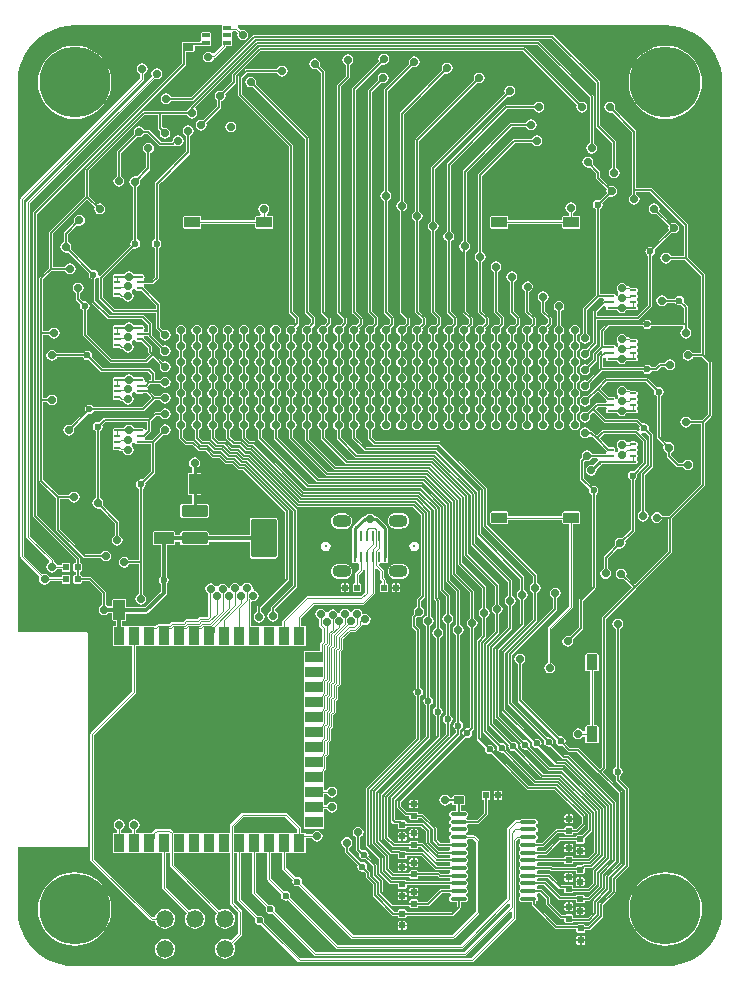
<source format=gbr>
%TF.GenerationSoftware,Altium Limited,Altium Designer,25.4.2 (15)*%
G04 Layer_Physical_Order=4*
G04 Layer_Color=16711680*
%FSLAX45Y45*%
%MOMM*%
%TF.SameCoordinates,81630B90-A891-4B4D-9F54-97E9C8775566*%
%TF.FilePolarity,Positive*%
%TF.FileFunction,Copper,L4,Bot,Signal*%
%TF.Part,Single*%
G01*
G75*
%TA.AperFunction,Conductor*%
%ADD10C,0.12700*%
%ADD45C,0.10160*%
%ADD46C,0.25400*%
%ADD47C,0.17780*%
%TA.AperFunction,ComponentPad*%
%ADD49C,0.56000*%
G04:AMPARAMS|DCode=50|XSize=1.5mm|YSize=1.45mm|CornerRadius=0.3625mm|HoleSize=0mm|Usage=FLASHONLY|Rotation=180.000|XOffset=0mm|YOffset=0mm|HoleType=Round|Shape=RoundedRectangle|*
%AMROUNDEDRECTD50*
21,1,1.50000,0.72500,0,0,180.0*
21,1,0.77500,1.45000,0,0,180.0*
1,1,0.72500,-0.38750,0.36250*
1,1,0.72500,0.38750,0.36250*
1,1,0.72500,0.38750,-0.36250*
1,1,0.72500,-0.38750,-0.36250*
%
%ADD50ROUNDEDRECTD50*%
%ADD51O,1.50000X1.45000*%
%ADD52O,1.60000X1.10000*%
%ADD53C,0.32500*%
%TA.AperFunction,WasherPad*%
%ADD54C,6.00000*%
%TA.AperFunction,ViaPad*%
%ADD55C,0.70000*%
%ADD56C,1.50000*%
%TA.AperFunction,SMDPad,CuDef*%
%ADD57C,0.60000*%
G04:AMPARAMS|DCode=58|XSize=1.3mm|YSize=0.9mm|CornerRadius=0.045mm|HoleSize=0mm|Usage=FLASHONLY|Rotation=180.000|XOffset=0mm|YOffset=0mm|HoleType=Round|Shape=RoundedRectangle|*
%AMROUNDEDRECTD58*
21,1,1.30000,0.81000,0,0,180.0*
21,1,1.21000,0.90000,0,0,180.0*
1,1,0.09000,-0.60500,0.40500*
1,1,0.09000,0.60500,0.40500*
1,1,0.09000,0.60500,-0.40500*
1,1,0.09000,-0.60500,-0.40500*
%
%ADD58ROUNDEDRECTD58*%
G04:AMPARAMS|DCode=59|XSize=1.3mm|YSize=0.9mm|CornerRadius=0.045mm|HoleSize=0mm|Usage=FLASHONLY|Rotation=270.000|XOffset=0mm|YOffset=0mm|HoleType=Round|Shape=RoundedRectangle|*
%AMROUNDEDRECTD59*
21,1,1.30000,0.81000,0,0,270.0*
21,1,1.21000,0.90000,0,0,270.0*
1,1,0.09000,-0.40500,-0.60500*
1,1,0.09000,-0.40500,0.60500*
1,1,0.09000,0.40500,0.60500*
1,1,0.09000,0.40500,-0.60500*
%
%ADD59ROUNDEDRECTD59*%
%ADD60O,0.60000X0.20000*%
%ADD61O,1.40000X0.32500*%
%ADD62R,2.44000X3.42000*%
G04:AMPARAMS|DCode=63|XSize=1mm|YSize=2.15mm|CornerRadius=0.05mm|HoleSize=0mm|Usage=FLASHONLY|Rotation=270.000|XOffset=0mm|YOffset=0mm|HoleType=Round|Shape=RoundedRectangle|*
%AMROUNDEDRECTD63*
21,1,1.00000,2.05000,0,0,270.0*
21,1,0.90000,2.15000,0,0,270.0*
1,1,0.10000,-1.02500,-0.45000*
1,1,0.10000,-1.02500,0.45000*
1,1,0.10000,1.02500,0.45000*
1,1,0.10000,1.02500,-0.45000*
%
%ADD63ROUNDEDRECTD63*%
G04:AMPARAMS|DCode=64|XSize=3.25mm|YSize=2.15mm|CornerRadius=0.1075mm|HoleSize=0mm|Usage=FLASHONLY|Rotation=270.000|XOffset=0mm|YOffset=0mm|HoleType=Round|Shape=RoundedRectangle|*
%AMROUNDEDRECTD64*
21,1,3.25000,1.93500,0,0,270.0*
21,1,3.03500,2.15000,0,0,270.0*
1,1,0.21500,-0.96750,-1.51750*
1,1,0.21500,-0.96750,1.51750*
1,1,0.21500,0.96750,1.51750*
1,1,0.21500,0.96750,-1.51750*
%
%ADD64ROUNDEDRECTD64*%
G04:AMPARAMS|DCode=65|XSize=1.65mm|YSize=0.95mm|CornerRadius=0.00475mm|HoleSize=0mm|Usage=FLASHONLY|Rotation=90.000|XOffset=0mm|YOffset=0mm|HoleType=Round|Shape=RoundedRectangle|*
%AMROUNDEDRECTD65*
21,1,1.65000,0.94050,0,0,90.0*
21,1,1.64050,0.95000,0,0,90.0*
1,1,0.00950,0.47025,0.82025*
1,1,0.00950,0.47025,-0.82025*
1,1,0.00950,-0.47025,-0.82025*
1,1,0.00950,-0.47025,0.82025*
%
%ADD65ROUNDEDRECTD65*%
G04:AMPARAMS|DCode=66|XSize=1.65mm|YSize=0.95mm|CornerRadius=0.00475mm|HoleSize=0mm|Usage=FLASHONLY|Rotation=0.000|XOffset=0mm|YOffset=0mm|HoleType=Round|Shape=RoundedRectangle|*
%AMROUNDEDRECTD66*
21,1,1.65000,0.94050,0,0,0.0*
21,1,1.64050,0.95000,0,0,0.0*
1,1,0.00950,0.82025,-0.47025*
1,1,0.00950,-0.82025,-0.47025*
1,1,0.00950,-0.82025,0.47025*
1,1,0.00950,0.82025,0.47025*
%
%ADD66ROUNDEDRECTD66*%
G04:AMPARAMS|DCode=67|XSize=0.5mm|YSize=0.55mm|CornerRadius=0.025mm|HoleSize=0mm|Usage=FLASHONLY|Rotation=270.000|XOffset=0mm|YOffset=0mm|HoleType=Round|Shape=RoundedRectangle|*
%AMROUNDEDRECTD67*
21,1,0.50000,0.50000,0,0,270.0*
21,1,0.45000,0.55000,0,0,270.0*
1,1,0.05000,-0.25000,-0.22500*
1,1,0.05000,-0.25000,0.22500*
1,1,0.05000,0.25000,0.22500*
1,1,0.05000,0.25000,-0.22500*
%
%ADD67ROUNDEDRECTD67*%
G04:AMPARAMS|DCode=68|XSize=0.25mm|YSize=0.85mm|CornerRadius=0.0125mm|HoleSize=0mm|Usage=FLASHONLY|Rotation=180.000|XOffset=0mm|YOffset=0mm|HoleType=Round|Shape=RoundedRectangle|*
%AMROUNDEDRECTD68*
21,1,0.25000,0.82500,0,0,180.0*
21,1,0.22500,0.85000,0,0,180.0*
1,1,0.02500,-0.11250,0.41250*
1,1,0.02500,0.11250,0.41250*
1,1,0.02500,0.11250,-0.41250*
1,1,0.02500,-0.11250,-0.41250*
%
%ADD68ROUNDEDRECTD68*%
G04:AMPARAMS|DCode=69|XSize=0.5mm|YSize=0.55mm|CornerRadius=0.025mm|HoleSize=0mm|Usage=FLASHONLY|Rotation=0.000|XOffset=0mm|YOffset=0mm|HoleType=Round|Shape=RoundedRectangle|*
%AMROUNDEDRECTD69*
21,1,0.50000,0.50000,0,0,0.0*
21,1,0.45000,0.55000,0,0,0.0*
1,1,0.05000,0.22500,-0.25000*
1,1,0.05000,-0.22500,-0.25000*
1,1,0.05000,-0.22500,0.25000*
1,1,0.05000,0.22500,0.25000*
%
%ADD69ROUNDEDRECTD69*%
G04:AMPARAMS|DCode=70|XSize=0.35mm|YSize=0.85mm|CornerRadius=0.0175mm|HoleSize=0mm|Usage=FLASHONLY|Rotation=180.000|XOffset=0mm|YOffset=0mm|HoleType=Round|Shape=RoundedRectangle|*
%AMROUNDEDRECTD70*
21,1,0.35000,0.81500,0,0,180.0*
21,1,0.31500,0.85000,0,0,180.0*
1,1,0.03500,-0.15750,0.40750*
1,1,0.03500,0.15750,0.40750*
1,1,0.03500,0.15750,-0.40750*
1,1,0.03500,-0.15750,-0.40750*
%
%ADD70ROUNDEDRECTD70*%
G04:AMPARAMS|DCode=71|XSize=0.85mm|YSize=0.6mm|CornerRadius=0.003mm|HoleSize=0mm|Usage=FLASHONLY|Rotation=180.000|XOffset=0mm|YOffset=0mm|HoleType=Round|Shape=RoundedRectangle|*
%AMROUNDEDRECTD71*
21,1,0.85000,0.59400,0,0,180.0*
21,1,0.84400,0.60000,0,0,180.0*
1,1,0.00600,-0.42200,0.29700*
1,1,0.00600,0.42200,0.29700*
1,1,0.00600,0.42200,-0.29700*
1,1,0.00600,-0.42200,-0.29700*
%
%ADD71ROUNDEDRECTD71*%
%TA.AperFunction,ConnectorPad*%
G04:AMPARAMS|DCode=72|XSize=0.3mm|YSize=0.65mm|CornerRadius=0.015mm|HoleSize=0mm|Usage=FLASHONLY|Rotation=90.000|XOffset=0mm|YOffset=0mm|HoleType=Round|Shape=RoundedRectangle|*
%AMROUNDEDRECTD72*
21,1,0.30000,0.62000,0,0,90.0*
21,1,0.27000,0.65000,0,0,90.0*
1,1,0.03000,0.31000,0.13500*
1,1,0.03000,0.31000,-0.13500*
1,1,0.03000,-0.31000,-0.13500*
1,1,0.03000,-0.31000,0.13500*
%
%ADD72ROUNDEDRECTD72*%
%ADD73R,0.90000X1.50000*%
%TA.AperFunction,BGAPad,CuDef*%
%ADD74R,0.90000X0.90000*%
%TA.AperFunction,ConnectorPad*%
%ADD75R,1.50000X0.90000*%
%TA.AperFunction,Conductor*%
%ADD76C,0.35000*%
%ADD77C,0.12699*%
%ADD78C,0.09759*%
%ADD79C,0.09760*%
G36*
X500002Y7983502D02*
X1743037D01*
X1746379Y7978500D01*
Y7951500D01*
X1750076Y7942576D01*
X1750507Y7942397D01*
Y7922603D01*
X1750076Y7922424D01*
X1746379Y7913500D01*
Y7886500D01*
X1750076Y7877576D01*
X1750507Y7877397D01*
Y7857603D01*
X1750076Y7857424D01*
X1746379Y7848500D01*
Y7821500D01*
X1748369Y7816697D01*
X1677960Y7746288D01*
X1665058Y7747559D01*
X1650120Y7757540D01*
X1632500Y7761045D01*
X1614879Y7757540D01*
X1599941Y7747559D01*
X1589960Y7732621D01*
X1586455Y7715000D01*
X1589960Y7697380D01*
X1599941Y7682442D01*
X1614879Y7672460D01*
X1632500Y7668955D01*
X1650120Y7672460D01*
X1665058Y7682442D01*
X1675040Y7697380D01*
X1676579Y7705119D01*
X1676615D01*
X1688279Y7709951D01*
X1777738Y7799409D01*
X1781660Y7808879D01*
X1821000D01*
X1829924Y7812576D01*
X1833621Y7821500D01*
Y7848500D01*
X1829924Y7857424D01*
X1829493Y7857603D01*
Y7877397D01*
X1829924Y7877576D01*
X1833621Y7886500D01*
Y7913500D01*
X1829924Y7922424D01*
X1836903Y7939328D01*
X1859670D01*
X1879300Y7919698D01*
X1878663Y7918745D01*
X1875158Y7901124D01*
X1878663Y7883504D01*
X1888644Y7868566D01*
X1903582Y7858585D01*
X1921202Y7855080D01*
X1938823Y7858585D01*
X1953761Y7868566D01*
X1963742Y7883504D01*
X1967247Y7901124D01*
X1963742Y7918745D01*
X1953761Y7933683D01*
X1938823Y7943664D01*
X1921202Y7947169D01*
X1903582Y7943664D01*
X1902628Y7943027D01*
X1880441Y7965214D01*
X1882327Y7975942D01*
X1886047Y7983502D01*
X5500002D01*
X5502138Y7984387D01*
X5563243Y7980382D01*
X5625405Y7968018D01*
X5685420Y7947645D01*
X5742263Y7919613D01*
X5794961Y7884401D01*
X5842612Y7842612D01*
X5884401Y7794962D01*
X5919613Y7742264D01*
X5947645Y7685420D01*
X5968017Y7625405D01*
X5980382Y7563243D01*
X5983333Y7518217D01*
X5983504Y7500000D01*
X5983505Y7499997D01*
X5983505Y7481712D01*
X5983506Y500006D01*
X5983504Y500000D01*
X5983504D01*
X5983333Y481783D01*
X5980382Y436757D01*
X5968018Y374595D01*
X5947645Y314580D01*
X5919613Y257737D01*
X5884401Y205039D01*
X5842612Y157388D01*
X5794961Y115599D01*
X5742264Y80387D01*
X5685420Y52355D01*
X5625405Y31983D01*
X5563243Y19618D01*
X5502176Y15616D01*
X5500000Y16517D01*
X500000D01*
X497823Y15615D01*
X436757Y19618D01*
X374595Y31982D01*
X314580Y52355D01*
X257737Y80387D01*
X205039Y115599D01*
X157388Y157388D01*
X115599Y205038D01*
X80387Y257736D01*
X52355Y314580D01*
X31983Y374595D01*
X19618Y436757D01*
X16667Y481783D01*
X16496Y500000D01*
X16495Y500003D01*
X16495Y518288D01*
Y1024483D01*
X600080D01*
X607856Y1027704D01*
X611077Y1035480D01*
Y2835480D01*
X607856Y2843256D01*
X600080Y2846477D01*
X16494D01*
X16493Y7499994D01*
X16496Y7500000D01*
X16496D01*
X16667Y7518217D01*
X19618Y7563243D01*
X31982Y7625405D01*
X52355Y7685420D01*
X80387Y7742263D01*
X115599Y7794961D01*
X157388Y7842612D01*
X205038Y7884401D01*
X257736Y7919613D01*
X314580Y7947645D01*
X374595Y7968017D01*
X436757Y7980382D01*
X497866Y7984387D01*
X500002Y7983502D01*
D02*
G37*
%LPC*%
G36*
X1641000Y7926121D02*
X1579000D01*
X1570076Y7922424D01*
X1566379Y7913500D01*
Y7886500D01*
X1570076Y7877576D01*
X1570507Y7877397D01*
Y7859762D01*
X1561167Y7843183D01*
X1505990D01*
X1505733Y7843132D01*
X1504600Y7843602D01*
X1420200D01*
X1412194Y7840286D01*
X1408878Y7832280D01*
Y7772880D01*
X1409417Y7771580D01*
Y7662910D01*
X148978Y6402471D01*
X145329Y6397010D01*
X144047Y6390568D01*
Y3832061D01*
X145329Y3825619D01*
X148978Y3820158D01*
X508167Y3460969D01*
Y3433703D01*
X502500D01*
X492810Y3429690D01*
X488797Y3420000D01*
Y3370000D01*
X492810Y3360311D01*
X502500Y3356297D01*
X508167D01*
Y3333703D01*
X502500D01*
X492810Y3329690D01*
X488797Y3320000D01*
Y3270000D01*
X492810Y3260310D01*
X502500Y3256297D01*
X547500D01*
X557190Y3260310D01*
X561203Y3270000D01*
Y3278167D01*
X625527D01*
X730667Y3173027D01*
Y3077696D01*
X729879Y3077539D01*
X714941Y3067558D01*
X704960Y3052620D01*
X701455Y3035000D01*
X704960Y3017379D01*
X714941Y3002441D01*
X729879Y2992460D01*
X747500Y2988955D01*
X765120Y2992460D01*
X780058Y3002441D01*
X782969Y3006798D01*
X817544D01*
Y2952975D01*
X820915Y2944835D01*
X829055Y2941464D01*
X847878D01*
Y2895640D01*
X820920D01*
Y2725320D01*
X929632D01*
X931240Y2725320D01*
X947920D01*
X949528Y2725320D01*
X986584D01*
Y2344913D01*
X635629Y1993957D01*
X630797Y1982293D01*
Y920376D01*
X635629Y908711D01*
X1138508Y405832D01*
X1150173Y401000D01*
X1182299D01*
X1182968Y395917D01*
X1191297Y375809D01*
X1204546Y358542D01*
X1221813Y345292D01*
X1241922Y336964D01*
X1263500Y334123D01*
X1268500D01*
X1290078Y336964D01*
X1310187Y345292D01*
X1327454Y358542D01*
X1340703Y375809D01*
X1349032Y395917D01*
X1351873Y417496D01*
X1349032Y439074D01*
X1340703Y459182D01*
X1327454Y476449D01*
X1310187Y489699D01*
X1290078Y498028D01*
X1268500Y500869D01*
X1263500D01*
X1241922Y498028D01*
X1221813Y489699D01*
X1204546Y476449D01*
X1191297Y459182D01*
X1182968Y439074D01*
X1182299Y433992D01*
X1157006D01*
X663789Y927208D01*
Y1975460D01*
X1014744Y2326415D01*
X1019576Y2338080D01*
Y2725320D01*
X1056632D01*
X1058240Y2725320D01*
X1074920D01*
X1076528Y2725320D01*
X1183632D01*
X1185239Y2725320D01*
Y2725320D01*
X1201921D01*
Y2725320D01*
X1310632D01*
X1312239Y2725320D01*
Y2725320D01*
X1328921D01*
Y2725320D01*
X1437632D01*
X1439239Y2725320D01*
Y2725320D01*
X1455921D01*
Y2725320D01*
X1564632D01*
X1566239Y2725320D01*
Y2725320D01*
X1582921D01*
Y2725320D01*
X1691632D01*
X1693239Y2725320D01*
Y2725320D01*
X1709921D01*
Y2725320D01*
X1820239D01*
Y2725320D01*
X1836921D01*
Y2725320D01*
X1947239D01*
Y2725320D01*
X1963921D01*
Y2725320D01*
X2072632D01*
X2074240Y2725320D01*
X2090920D01*
X2092528Y2725320D01*
X2199632D01*
X2201240Y2725320D01*
X2217920D01*
X2219528Y2725320D01*
X2328239D01*
Y2725320D01*
X2344921D01*
Y2725320D01*
X2455240D01*
Y2895640D01*
X2416576D01*
Y2968247D01*
X2526627Y3078298D01*
X2942794D01*
X2954459Y3083130D01*
X3036664Y3165336D01*
X3041496Y3177000D01*
Y3377809D01*
X3058392Y3384808D01*
X3083504Y3359695D01*
Y3303225D01*
X3088336Y3291561D01*
X3101861Y3278036D01*
X3101846Y3259748D01*
X3095867D01*
X3086178Y3255734D01*
X3082164Y3246045D01*
Y3196045D01*
X3086178Y3186355D01*
X3095867Y3182342D01*
X3140867D01*
X3150557Y3186355D01*
X3154571Y3196045D01*
Y3246045D01*
X3150557Y3255734D01*
X3140867Y3259748D01*
X3134863D01*
Y3284858D01*
X3130032Y3296522D01*
X3116496Y3310058D01*
Y3366528D01*
X3111664Y3378192D01*
X3079545Y3410311D01*
X3086250Y3428599D01*
X3094983Y3432216D01*
X3105017D01*
X3113750Y3428599D01*
X3136250D01*
X3144983Y3432217D01*
X3148600Y3440949D01*
Y3523450D01*
X3148308Y3524155D01*
Y3620244D01*
X3148600Y3620950D01*
Y3703450D01*
X3148308Y3704155D01*
Y3726119D01*
X3146534Y3735038D01*
X3141481Y3742600D01*
X3065101Y3818980D01*
X3057539Y3824033D01*
X3048620Y3825807D01*
X3038740D01*
X3032559Y3835058D01*
X3017621Y3845039D01*
X3000000Y3848544D01*
X2982380Y3845039D01*
X2967442Y3835058D01*
X2961261Y3825807D01*
X2953615D01*
X2944695Y3824033D01*
X2937134Y3818980D01*
X2858520Y3740366D01*
X2853467Y3732805D01*
X2851693Y3723885D01*
Y3704155D01*
X2851401Y3703450D01*
Y3620950D01*
X2851693Y3620244D01*
Y3524155D01*
X2851401Y3523450D01*
Y3440949D01*
X2855018Y3432217D01*
X2863751Y3428599D01*
X2886251D01*
X2888122Y3429375D01*
X2891038Y3429865D01*
X2908505Y3421844D01*
Y3381833D01*
X2877778Y3351106D01*
X2872947Y3339442D01*
Y3259744D01*
X2866942D01*
X2857253Y3255730D01*
X2853239Y3246041D01*
Y3196041D01*
X2857253Y3186351D01*
X2866942Y3182338D01*
X2911943D01*
X2921632Y3186351D01*
X2925646Y3196041D01*
Y3246041D01*
X2921632Y3255730D01*
X2911943Y3259744D01*
X2905938D01*
Y3332610D01*
X2936665Y3363336D01*
X2941496Y3375000D01*
X2958505Y3371911D01*
Y3186833D01*
X2920667Y3148996D01*
X2467500D01*
X2455836Y3144164D01*
X2261416Y2949744D01*
X2256584Y2938080D01*
Y2895640D01*
X2219528D01*
X2217920Y2895640D01*
X2201240D01*
X2199632Y2895640D01*
X2092528D01*
X2090920Y2895640D01*
X2074240D01*
X2072632Y2895640D01*
X1995748D01*
Y3098215D01*
X2009885Y3109817D01*
X2011488Y3109498D01*
X2029109Y3113003D01*
X2044047Y3122984D01*
X2054028Y3137922D01*
X2057533Y3155543D01*
X2054028Y3173163D01*
X2044047Y3188101D01*
X2029109Y3198083D01*
X2020871Y3199721D01*
X2006229Y3216058D01*
X2005168Y3218977D01*
X2002106Y3234367D01*
X1992125Y3249305D01*
X1977187Y3259286D01*
X1959567Y3262791D01*
X1941946Y3259286D01*
X1927008Y3249305D01*
X1918759Y3236959D01*
X1909046Y3235459D01*
X1898875Y3236850D01*
X1890688Y3249102D01*
X1875750Y3259083D01*
X1858129Y3262588D01*
X1840509Y3259083D01*
X1825571Y3249102D01*
X1815590Y3234164D01*
X1813416Y3223235D01*
X1794769D01*
X1793721Y3228507D01*
X1783740Y3243445D01*
X1768802Y3253426D01*
X1751181Y3256931D01*
X1733561Y3253426D01*
X1718623Y3243445D01*
X1711233Y3232384D01*
X1695476Y3232584D01*
X1691804Y3233720D01*
X1682558Y3247558D01*
X1667620Y3257540D01*
X1649999Y3261045D01*
X1632379Y3257540D01*
X1617441Y3247558D01*
X1607460Y3232620D01*
X1603955Y3215000D01*
X1607460Y3197379D01*
X1617441Y3182441D01*
X1631870Y3172800D01*
Y2984636D01*
X1623384Y2976151D01*
X1563084D01*
X1551419Y2971319D01*
X1535417Y2955316D01*
X1443986D01*
X1432322Y2950484D01*
X1416833Y2934996D01*
X1325403D01*
X1313739Y2930164D01*
X1298250Y2914676D01*
X1206820D01*
X1195155Y2909844D01*
X1182207Y2896896D01*
X1170000D01*
X1166968Y2895640D01*
X1076528D01*
X1074920Y2895640D01*
X1058240D01*
X1056632Y2895640D01*
X949528D01*
X947920Y2895640D01*
X931240D01*
X929632Y2895640D01*
X904282D01*
Y2941464D01*
X923105D01*
X931245Y2944835D01*
X934616Y2952975D01*
Y3001666D01*
X1105314D01*
X1116106Y3003813D01*
X1125255Y3009926D01*
X1274542Y3159213D01*
X1280655Y3168362D01*
X1282802Y3179154D01*
Y3256590D01*
X1283554Y3257092D01*
X1292430Y3270376D01*
X1295547Y3286046D01*
X1292430Y3301716D01*
X1283554Y3315000D01*
X1282802Y3315502D01*
Y3582763D01*
X1336625D01*
X1344765Y3586135D01*
X1348136Y3594275D01*
Y3613098D01*
X1395192D01*
Y3596300D01*
X1399998Y3584697D01*
X1411601Y3579891D01*
X1616601D01*
X1628204Y3584697D01*
X1633010Y3596300D01*
Y3613098D01*
X1981031D01*
Y3489550D01*
X1982653Y3481391D01*
X1987275Y3474474D01*
X1994192Y3469853D01*
X2002350Y3468230D01*
X2195850D01*
X2204009Y3469853D01*
X2210925Y3474474D01*
X2215547Y3481391D01*
X2217170Y3489550D01*
Y3793050D01*
X2215547Y3801209D01*
X2210925Y3808125D01*
X2204009Y3812747D01*
X2195850Y3814370D01*
X2002350D01*
X1994192Y3812747D01*
X1987275Y3808125D01*
X1982653Y3801209D01*
X1981031Y3793050D01*
Y3669501D01*
X1633010D01*
Y3686300D01*
X1628204Y3697903D01*
X1616601Y3702709D01*
X1411601D01*
X1399998Y3697903D01*
X1395192Y3686300D01*
Y3669501D01*
X1348136D01*
Y3688325D01*
X1344765Y3696465D01*
X1336625Y3699836D01*
X1172575D01*
X1164436Y3696465D01*
X1161064Y3688325D01*
Y3594275D01*
X1164436Y3586135D01*
X1172575Y3582763D01*
X1226399D01*
Y3315502D01*
X1225647Y3315000D01*
X1216770Y3301716D01*
X1213653Y3286046D01*
X1216770Y3270376D01*
X1225647Y3257092D01*
X1226399Y3256590D01*
Y3190836D01*
X1093632Y3058069D01*
X934616D01*
Y3117025D01*
X931245Y3125164D01*
X923105Y3128536D01*
X829055D01*
X820915Y3125164D01*
X817544Y3117025D01*
Y3063201D01*
X782969D01*
X780058Y3067558D01*
X765120Y3077539D01*
X764333Y3077696D01*
Y3180000D01*
X763052Y3186442D01*
X759403Y3191903D01*
X644403Y3306903D01*
X638942Y3310552D01*
X632500Y3311833D01*
X561203D01*
Y3320000D01*
X557190Y3329690D01*
X547500Y3333703D01*
X541833D01*
Y3356297D01*
X547500D01*
X557190Y3360311D01*
X561203Y3370000D01*
Y3420000D01*
X557190Y3429690D01*
X547500Y3433703D01*
X541833D01*
Y3467942D01*
X540552Y3474383D01*
X536903Y3479844D01*
X177714Y3839033D01*
Y6383596D01*
X1438153Y7644034D01*
X1441802Y7649495D01*
X1443083Y7655937D01*
Y7761558D01*
X1504600D01*
X1512606Y7764874D01*
X1515922Y7772880D01*
Y7809517D01*
X1577461D01*
X1579000Y7808879D01*
X1641000D01*
X1649924Y7812576D01*
X1653621Y7821500D01*
Y7848500D01*
X1649924Y7857424D01*
X1649493Y7857603D01*
Y7877397D01*
X1649924Y7877576D01*
X1653621Y7886500D01*
Y7913500D01*
X1649924Y7922424D01*
X1641000Y7926121D01*
D02*
G37*
G36*
X3375767Y7719768D02*
X3358147Y7716263D01*
X3343209Y7706282D01*
X3333228Y7691344D01*
X3329723Y7673723D01*
X3333228Y7656103D01*
X3333674Y7655436D01*
X3122655Y7444417D01*
X3119006Y7438956D01*
X3117725Y7432514D01*
Y6578701D01*
X3116937Y6578545D01*
X3101999Y6568564D01*
X3092018Y6553626D01*
X3088513Y6536005D01*
X3092018Y6518385D01*
X3101999Y6503447D01*
X3116499Y6493758D01*
Y5556101D01*
X3117781Y5549659D01*
X3121430Y5544198D01*
X3169710Y5495918D01*
Y5460172D01*
X3151621Y5442084D01*
X3150954Y5442530D01*
X3133333Y5446035D01*
X3115713Y5442530D01*
X3100775Y5432548D01*
X3090794Y5417610D01*
X3087289Y5399990D01*
X3090794Y5382369D01*
X3100775Y5367431D01*
X3115713Y5357450D01*
X3116500Y5357294D01*
Y5309356D01*
X3115713Y5309200D01*
X3100775Y5299219D01*
X3090794Y5284281D01*
X3087289Y5266660D01*
X3090794Y5249040D01*
X3100775Y5234102D01*
X3115713Y5224120D01*
X3116500Y5223964D01*
Y5176026D01*
X3115713Y5175870D01*
X3100775Y5165889D01*
X3090794Y5150951D01*
X3087289Y5133330D01*
X3090794Y5115710D01*
X3100775Y5100772D01*
X3115713Y5090790D01*
X3116500Y5090634D01*
Y5042696D01*
X3115713Y5042540D01*
X3100775Y5032559D01*
X3090794Y5017621D01*
X3087289Y5000000D01*
X3090794Y4982380D01*
X3100775Y4967442D01*
X3115713Y4957460D01*
X3116500Y4957304D01*
Y4909366D01*
X3115713Y4909210D01*
X3100775Y4899228D01*
X3090794Y4884290D01*
X3087289Y4866670D01*
X3090794Y4849049D01*
X3100775Y4834111D01*
X3115713Y4824130D01*
X3116500Y4823974D01*
Y4776036D01*
X3115713Y4775880D01*
X3100775Y4765899D01*
X3090794Y4750961D01*
X3087289Y4733340D01*
X3090794Y4715720D01*
X3100775Y4700782D01*
X3115713Y4690800D01*
X3116500Y4690644D01*
Y4642706D01*
X3115713Y4642550D01*
X3100775Y4632569D01*
X3090794Y4617631D01*
X3087289Y4600010D01*
X3090794Y4582390D01*
X3100775Y4567452D01*
X3115713Y4557470D01*
X3133333Y4553965D01*
X3150954Y4557470D01*
X3165892Y4567452D01*
X3175873Y4582390D01*
X3179378Y4600010D01*
X3175873Y4617631D01*
X3165892Y4632569D01*
X3150954Y4642550D01*
X3150167Y4642706D01*
Y4690644D01*
X3150954Y4690800D01*
X3165892Y4700782D01*
X3175873Y4715720D01*
X3179378Y4733340D01*
X3175873Y4750961D01*
X3165892Y4765899D01*
X3150954Y4775880D01*
X3150167Y4776036D01*
Y4823974D01*
X3150954Y4824130D01*
X3165892Y4834111D01*
X3175873Y4849049D01*
X3179378Y4866670D01*
X3175873Y4884290D01*
X3165892Y4899228D01*
X3150954Y4909210D01*
X3150167Y4909366D01*
Y4957304D01*
X3150954Y4957460D01*
X3165892Y4967442D01*
X3175873Y4982380D01*
X3179378Y5000000D01*
X3175873Y5017621D01*
X3165892Y5032559D01*
X3150954Y5042540D01*
X3150167Y5042696D01*
Y5090634D01*
X3150954Y5090790D01*
X3165892Y5100772D01*
X3175873Y5115710D01*
X3179378Y5133330D01*
X3175873Y5150951D01*
X3165892Y5165889D01*
X3150954Y5175870D01*
X3150167Y5176026D01*
Y5223964D01*
X3150954Y5224120D01*
X3165892Y5234102D01*
X3175873Y5249040D01*
X3179378Y5266660D01*
X3175873Y5284281D01*
X3165892Y5299219D01*
X3150954Y5309200D01*
X3150167Y5309356D01*
Y5357294D01*
X3150954Y5357450D01*
X3165892Y5367431D01*
X3175873Y5382369D01*
X3179378Y5399990D01*
X3175873Y5417610D01*
X3175427Y5418278D01*
X3198446Y5441297D01*
X3202095Y5446758D01*
X3203377Y5453200D01*
Y5502891D01*
X3202095Y5509332D01*
X3198446Y5514794D01*
X3150166Y5563074D01*
Y6493065D01*
X3152178Y6493466D01*
X3167116Y6503447D01*
X3177098Y6518385D01*
X3180602Y6536005D01*
X3177098Y6553626D01*
X3167116Y6568564D01*
X3152178Y6578545D01*
X3151391Y6578701D01*
Y7425541D01*
X3357480Y7631630D01*
X3358147Y7631184D01*
X3375767Y7627679D01*
X3393388Y7631184D01*
X3408326Y7641165D01*
X3418307Y7656103D01*
X3421812Y7673723D01*
X3418307Y7691344D01*
X3408326Y7706282D01*
X3393388Y7716263D01*
X3375767Y7719768D01*
D02*
G37*
G36*
X3653189Y7665843D02*
X3635569Y7662338D01*
X3620631Y7652357D01*
X3610649Y7637419D01*
X3607144Y7619798D01*
X3610649Y7602178D01*
X3611095Y7601510D01*
X3255985Y7246400D01*
X3252336Y7240939D01*
X3251055Y7234497D01*
Y6493700D01*
X3250268Y6493544D01*
X3235330Y6483563D01*
X3225349Y6468625D01*
X3221844Y6451004D01*
X3225349Y6433384D01*
X3235330Y6418446D01*
X3249829Y6408758D01*
Y5556101D01*
X3251111Y5549659D01*
X3254760Y5544198D01*
X3303040Y5495918D01*
Y5460172D01*
X3284951Y5442084D01*
X3284284Y5442530D01*
X3266663Y5446035D01*
X3249043Y5442530D01*
X3234105Y5432548D01*
X3224124Y5417610D01*
X3220619Y5399990D01*
X3224124Y5382369D01*
X3234105Y5367431D01*
X3249043Y5357450D01*
X3249830Y5357294D01*
Y5309356D01*
X3249043Y5309200D01*
X3234105Y5299219D01*
X3224124Y5284281D01*
X3220619Y5266660D01*
X3224124Y5249040D01*
X3234105Y5234102D01*
X3249043Y5224120D01*
X3249830Y5223964D01*
Y5176026D01*
X3249043Y5175870D01*
X3234105Y5165889D01*
X3224124Y5150951D01*
X3220619Y5133330D01*
X3224124Y5115710D01*
X3234105Y5100772D01*
X3249043Y5090790D01*
X3249830Y5090634D01*
Y5042697D01*
X3249043Y5042540D01*
X3234105Y5032559D01*
X3224124Y5017621D01*
X3220619Y5000000D01*
X3224124Y4982380D01*
X3234105Y4967442D01*
X3249043Y4957460D01*
X3249830Y4957304D01*
Y4909366D01*
X3249043Y4909210D01*
X3234105Y4899228D01*
X3224124Y4884290D01*
X3220619Y4866670D01*
X3224124Y4849049D01*
X3234105Y4834111D01*
X3249043Y4824130D01*
X3249830Y4823974D01*
Y4776036D01*
X3249043Y4775880D01*
X3234105Y4765899D01*
X3224124Y4750961D01*
X3220619Y4733340D01*
X3224124Y4715720D01*
X3234105Y4700782D01*
X3249043Y4690800D01*
X3249830Y4690644D01*
Y4642706D01*
X3249043Y4642550D01*
X3234105Y4632569D01*
X3224124Y4617631D01*
X3220619Y4600010D01*
X3224124Y4582390D01*
X3234105Y4567452D01*
X3249043Y4557470D01*
X3266663Y4553965D01*
X3284284Y4557470D01*
X3299222Y4567452D01*
X3309203Y4582390D01*
X3312708Y4600010D01*
X3309203Y4617631D01*
X3299222Y4632569D01*
X3284284Y4642550D01*
X3283497Y4642706D01*
Y4690644D01*
X3284284Y4690800D01*
X3299222Y4700782D01*
X3309203Y4715720D01*
X3312708Y4733340D01*
X3309203Y4750961D01*
X3299222Y4765899D01*
X3284284Y4775880D01*
X3283497Y4776036D01*
Y4823974D01*
X3284284Y4824130D01*
X3299222Y4834111D01*
X3309203Y4849049D01*
X3312708Y4866670D01*
X3309203Y4884290D01*
X3299222Y4899228D01*
X3284284Y4909210D01*
X3283497Y4909366D01*
Y4957304D01*
X3284284Y4957460D01*
X3299222Y4967442D01*
X3309203Y4982380D01*
X3312708Y5000000D01*
X3309203Y5017621D01*
X3299222Y5032559D01*
X3284284Y5042540D01*
X3283497Y5042696D01*
Y5090634D01*
X3284284Y5090790D01*
X3299222Y5100772D01*
X3309203Y5115710D01*
X3312708Y5133330D01*
X3309203Y5150951D01*
X3299222Y5165889D01*
X3284284Y5175870D01*
X3283497Y5176026D01*
Y5223964D01*
X3284284Y5224120D01*
X3299222Y5234102D01*
X3309203Y5249040D01*
X3312708Y5266660D01*
X3309203Y5284281D01*
X3299222Y5299219D01*
X3284284Y5309200D01*
X3283497Y5309356D01*
Y5357294D01*
X3284284Y5357450D01*
X3299222Y5367431D01*
X3309203Y5382369D01*
X3312708Y5399990D01*
X3309203Y5417610D01*
X3308757Y5418278D01*
X3331776Y5441297D01*
X3335425Y5446758D01*
X3336707Y5453200D01*
Y5502891D01*
X3335425Y5509332D01*
X3331776Y5514794D01*
X3283496Y5563074D01*
Y6408064D01*
X3285509Y6408465D01*
X3300447Y6418446D01*
X3310428Y6433384D01*
X3313933Y6451004D01*
X3310428Y6468625D01*
X3300447Y6483563D01*
X3285509Y6493544D01*
X3284722Y6493700D01*
Y7227525D01*
X3634901Y7577704D01*
X3635569Y7577258D01*
X3653189Y7573753D01*
X3670810Y7577258D01*
X3685748Y7587240D01*
X3695729Y7602178D01*
X3699234Y7619798D01*
X3695729Y7637419D01*
X3685748Y7652357D01*
X3670810Y7662338D01*
X3653189Y7665843D01*
D02*
G37*
G36*
X1195000Y7621045D02*
X1177379Y7617540D01*
X1162441Y7607559D01*
X1152460Y7592621D01*
X1148955Y7575000D01*
X1152460Y7557380D01*
X1153098Y7556426D01*
X95515Y6498843D01*
X90683Y6487179D01*
Y3652261D01*
X95515Y3640597D01*
X282403Y3453709D01*
X282532Y3453373D01*
X280310Y3431990D01*
X273678Y3427559D01*
X263697Y3412621D01*
X260192Y3395000D01*
X263697Y3377380D01*
X273678Y3362442D01*
X288616Y3352460D01*
X306237Y3348955D01*
X323857Y3352460D01*
X338795Y3362442D01*
X348777Y3377380D01*
X349000Y3378504D01*
X388797D01*
Y3370000D01*
X392810Y3360311D01*
X402500Y3356297D01*
X447500D01*
X457190Y3360311D01*
X461203Y3370000D01*
Y3420000D01*
X457190Y3429690D01*
X447500Y3433703D01*
X402500D01*
X392810Y3429690D01*
X388797Y3420000D01*
Y3411496D01*
X349000D01*
X348777Y3412621D01*
X338795Y3427559D01*
X323857Y3437540D01*
X322733Y3437764D01*
Y3453204D01*
X317901Y3464868D01*
X123675Y3659094D01*
Y6480347D01*
X1176426Y7533098D01*
X1177379Y7532460D01*
X1195000Y7528955D01*
X1212620Y7532460D01*
X1227558Y7542442D01*
X1237540Y7557380D01*
X1241045Y7575000D01*
X1237540Y7592621D01*
X1227558Y7607559D01*
X1212620Y7617540D01*
X1195000Y7621045D01*
D02*
G37*
G36*
X3923454Y7583214D02*
X3905834Y7579709D01*
X3890896Y7569728D01*
X3880915Y7554790D01*
X3877410Y7537170D01*
X3880915Y7519549D01*
X3881361Y7518882D01*
X3389162Y7026683D01*
X3385513Y7021222D01*
X3384232Y7014780D01*
Y6408700D01*
X3383445Y6408543D01*
X3368507Y6398562D01*
X3358525Y6383624D01*
X3355020Y6366004D01*
X3358525Y6348383D01*
X3368507Y6333445D01*
X3383160Y6323654D01*
Y5556101D01*
X3384441Y5549659D01*
X3388090Y5544198D01*
X3436370Y5495918D01*
Y5460172D01*
X3418281Y5442084D01*
X3417614Y5442530D01*
X3399993Y5446035D01*
X3382373Y5442530D01*
X3367435Y5432548D01*
X3357454Y5417610D01*
X3353949Y5399990D01*
X3357454Y5382369D01*
X3367435Y5367431D01*
X3382373Y5357450D01*
X3383160Y5357294D01*
Y5309356D01*
X3382373Y5309200D01*
X3367435Y5299219D01*
X3357454Y5284281D01*
X3353949Y5266660D01*
X3357454Y5249040D01*
X3367435Y5234102D01*
X3382373Y5224120D01*
X3383160Y5223964D01*
Y5176026D01*
X3382373Y5175870D01*
X3367435Y5165889D01*
X3357454Y5150951D01*
X3353949Y5133330D01*
X3357454Y5115710D01*
X3367435Y5100772D01*
X3382373Y5090790D01*
X3383160Y5090634D01*
Y5042696D01*
X3382373Y5042540D01*
X3367435Y5032559D01*
X3357454Y5017621D01*
X3353949Y5000000D01*
X3357454Y4982380D01*
X3367435Y4967442D01*
X3382373Y4957460D01*
X3383160Y4957304D01*
Y4909366D01*
X3382373Y4909210D01*
X3367435Y4899228D01*
X3357454Y4884290D01*
X3353949Y4866670D01*
X3357454Y4849049D01*
X3367435Y4834111D01*
X3382373Y4824130D01*
X3383160Y4823974D01*
Y4776036D01*
X3382373Y4775880D01*
X3367435Y4765899D01*
X3357454Y4750961D01*
X3353949Y4733340D01*
X3357454Y4715720D01*
X3367435Y4700782D01*
X3382373Y4690800D01*
X3383160Y4690644D01*
Y4642706D01*
X3382373Y4642550D01*
X3367435Y4632569D01*
X3357454Y4617631D01*
X3353949Y4600010D01*
X3357454Y4582390D01*
X3367435Y4567452D01*
X3382373Y4557470D01*
X3399993Y4553965D01*
X3417614Y4557470D01*
X3432552Y4567452D01*
X3442533Y4582390D01*
X3446038Y4600010D01*
X3442533Y4617631D01*
X3432552Y4632569D01*
X3417614Y4642550D01*
X3416827Y4642706D01*
Y4690644D01*
X3417614Y4690800D01*
X3432552Y4700782D01*
X3442533Y4715720D01*
X3446038Y4733340D01*
X3442533Y4750961D01*
X3432552Y4765899D01*
X3417614Y4775880D01*
X3416827Y4776036D01*
Y4823974D01*
X3417614Y4824130D01*
X3432552Y4834111D01*
X3442533Y4849049D01*
X3446038Y4866670D01*
X3442533Y4884290D01*
X3432552Y4899228D01*
X3417614Y4909210D01*
X3416827Y4909366D01*
Y4957304D01*
X3417614Y4957460D01*
X3432552Y4967442D01*
X3442533Y4982380D01*
X3446038Y5000000D01*
X3442533Y5017621D01*
X3432552Y5032559D01*
X3417614Y5042540D01*
X3416827Y5042696D01*
Y5090634D01*
X3417614Y5090790D01*
X3432552Y5100772D01*
X3442533Y5115710D01*
X3446038Y5133330D01*
X3442533Y5150951D01*
X3432552Y5165889D01*
X3417614Y5175870D01*
X3416827Y5176026D01*
Y5223964D01*
X3417614Y5224120D01*
X3432552Y5234102D01*
X3442533Y5249040D01*
X3446038Y5266660D01*
X3442533Y5284281D01*
X3432552Y5299219D01*
X3417614Y5309200D01*
X3416827Y5309356D01*
Y5357294D01*
X3417614Y5357450D01*
X3432552Y5367431D01*
X3442533Y5382369D01*
X3446038Y5399990D01*
X3442533Y5417610D01*
X3442087Y5418278D01*
X3465106Y5441297D01*
X3468756Y5446758D01*
X3470037Y5453200D01*
Y5502891D01*
X3468756Y5509332D01*
X3465106Y5514794D01*
X3416826Y5563074D01*
Y6323094D01*
X3418686Y6323464D01*
X3433624Y6333445D01*
X3443605Y6348383D01*
X3447110Y6366004D01*
X3443605Y6383624D01*
X3433624Y6398562D01*
X3418686Y6408543D01*
X3417898Y6408700D01*
Y7007808D01*
X3905167Y7495076D01*
X3905834Y7494630D01*
X3923454Y7491125D01*
X3941075Y7494630D01*
X3956013Y7504611D01*
X3965994Y7519549D01*
X3969499Y7537170D01*
X3965994Y7554790D01*
X3956013Y7569728D01*
X3941075Y7579709D01*
X3923454Y7583214D01*
D02*
G37*
G36*
X4183602Y7472788D02*
X4165982Y7469283D01*
X4151044Y7459302D01*
X4141062Y7444364D01*
X4137557Y7426744D01*
X4141062Y7409123D01*
X4141508Y7408456D01*
X3522339Y6789286D01*
X3518690Y6783825D01*
X3517409Y6777383D01*
Y6323699D01*
X3516621Y6323542D01*
X3501683Y6313561D01*
X3491702Y6298623D01*
X3488197Y6281003D01*
X3491702Y6263382D01*
X3501683Y6248444D01*
X3516490Y6238551D01*
Y5556101D01*
X3517771Y5549659D01*
X3521420Y5544198D01*
X3569700Y5495918D01*
Y5460172D01*
X3551611Y5442084D01*
X3550944Y5442530D01*
X3533323Y5446035D01*
X3515703Y5442530D01*
X3500765Y5432548D01*
X3490784Y5417610D01*
X3487279Y5399990D01*
X3490784Y5382369D01*
X3500765Y5367431D01*
X3515703Y5357450D01*
X3516490Y5357294D01*
Y5309356D01*
X3515703Y5309200D01*
X3500765Y5299219D01*
X3490784Y5284281D01*
X3487279Y5266660D01*
X3490784Y5249040D01*
X3500765Y5234102D01*
X3515703Y5224120D01*
X3516490Y5223964D01*
Y5176026D01*
X3515703Y5175870D01*
X3500765Y5165889D01*
X3490784Y5150951D01*
X3487279Y5133330D01*
X3490784Y5115710D01*
X3500765Y5100772D01*
X3515703Y5090790D01*
X3516490Y5090634D01*
Y5042696D01*
X3515703Y5042540D01*
X3500765Y5032559D01*
X3490784Y5017621D01*
X3487279Y5000000D01*
X3490784Y4982380D01*
X3500765Y4967442D01*
X3515703Y4957460D01*
X3516490Y4957304D01*
Y4909366D01*
X3515703Y4909210D01*
X3500765Y4899228D01*
X3490784Y4884290D01*
X3487279Y4866670D01*
X3490784Y4849049D01*
X3500765Y4834111D01*
X3515703Y4824130D01*
X3516490Y4823974D01*
Y4776036D01*
X3515703Y4775880D01*
X3500765Y4765899D01*
X3490784Y4750961D01*
X3487279Y4733340D01*
X3490784Y4715720D01*
X3500765Y4700782D01*
X3515703Y4690800D01*
X3516490Y4690644D01*
Y4642706D01*
X3515703Y4642550D01*
X3500765Y4632569D01*
X3490784Y4617631D01*
X3487279Y4600010D01*
X3490784Y4582390D01*
X3500765Y4567452D01*
X3515703Y4557470D01*
X3533323Y4553965D01*
X3550944Y4557470D01*
X3565882Y4567452D01*
X3575863Y4582390D01*
X3579368Y4600010D01*
X3575863Y4617631D01*
X3565882Y4632569D01*
X3550944Y4642550D01*
X3550157Y4642706D01*
Y4690644D01*
X3550944Y4690800D01*
X3565882Y4700782D01*
X3575863Y4715720D01*
X3579368Y4733340D01*
X3575863Y4750961D01*
X3565882Y4765899D01*
X3550944Y4775880D01*
X3550157Y4776036D01*
Y4823974D01*
X3550944Y4824130D01*
X3565882Y4834111D01*
X3575863Y4849049D01*
X3579368Y4866670D01*
X3575863Y4884290D01*
X3565882Y4899228D01*
X3550944Y4909210D01*
X3550157Y4909366D01*
Y4957304D01*
X3550944Y4957460D01*
X3565882Y4967442D01*
X3575863Y4982380D01*
X3579368Y5000000D01*
X3575863Y5017621D01*
X3565882Y5032559D01*
X3550944Y5042540D01*
X3550157Y5042696D01*
Y5090634D01*
X3550944Y5090790D01*
X3565882Y5100772D01*
X3575863Y5115710D01*
X3579368Y5133330D01*
X3575863Y5150951D01*
X3565882Y5165889D01*
X3550944Y5175870D01*
X3550157Y5176026D01*
Y5223964D01*
X3550944Y5224120D01*
X3565882Y5234102D01*
X3575863Y5249040D01*
X3579368Y5266660D01*
X3575863Y5284281D01*
X3565882Y5299219D01*
X3550944Y5309200D01*
X3550157Y5309356D01*
Y5357294D01*
X3550944Y5357450D01*
X3565882Y5367431D01*
X3575863Y5382369D01*
X3579368Y5399990D01*
X3575863Y5417610D01*
X3575417Y5418278D01*
X3598436Y5441297D01*
X3602086Y5446758D01*
X3603367Y5453200D01*
Y5502891D01*
X3602086Y5509332D01*
X3598436Y5514794D01*
X3550156Y5563074D01*
Y6238124D01*
X3551862Y6238463D01*
X3566800Y6248444D01*
X3576782Y6263382D01*
X3580286Y6281003D01*
X3576782Y6298623D01*
X3566800Y6313561D01*
X3551862Y6323542D01*
X3551075Y6323699D01*
Y6770411D01*
X4165314Y7384650D01*
X4165982Y7384204D01*
X4183602Y7380699D01*
X4201222Y7384204D01*
X4216160Y7394185D01*
X4226142Y7409123D01*
X4229647Y7426744D01*
X4226142Y7444364D01*
X4216160Y7459302D01*
X4201222Y7469283D01*
X4183602Y7472788D01*
D02*
G37*
G36*
X4299899Y7799435D02*
X2064650D01*
X2058208Y7798154D01*
X2052747Y7794505D01*
X1836991Y7578748D01*
X1833342Y7573287D01*
X1832060Y7566845D01*
Y7507397D01*
X1750715Y7426052D01*
X1750048Y7426498D01*
X1732427Y7430003D01*
X1714807Y7426498D01*
X1699869Y7416517D01*
X1689887Y7401579D01*
X1686382Y7383958D01*
X1689887Y7366338D01*
X1699869Y7351400D01*
X1704630Y7348218D01*
Y7295456D01*
X1589791Y7180617D01*
X1589124Y7181063D01*
X1571503Y7184568D01*
X1553883Y7181063D01*
X1538945Y7171081D01*
X1528964Y7156143D01*
X1525459Y7138523D01*
X1528964Y7120902D01*
X1538945Y7105964D01*
X1553883Y7095983D01*
X1571503Y7092478D01*
X1589124Y7095983D01*
X1604062Y7105964D01*
X1614043Y7120902D01*
X1617548Y7138523D01*
X1614043Y7156143D01*
X1613597Y7156811D01*
X1733366Y7276580D01*
X1737015Y7282041D01*
X1738297Y7288483D01*
Y7339081D01*
X1750048Y7341418D01*
X1764986Y7351400D01*
X1774967Y7366338D01*
X1778472Y7383958D01*
X1774967Y7401579D01*
X1774521Y7402246D01*
X1860797Y7488522D01*
X1864446Y7493983D01*
X1865727Y7500425D01*
Y7559873D01*
X2071623Y7765769D01*
X4292926D01*
X4750407Y7308288D01*
X4749961Y7307620D01*
X4746456Y7290000D01*
X4749961Y7272379D01*
X4759942Y7257441D01*
X4774880Y7247460D01*
X4792501Y7243955D01*
X4810121Y7247460D01*
X4825059Y7257441D01*
X4835041Y7272379D01*
X4838546Y7290000D01*
X4835041Y7307620D01*
X4825059Y7322558D01*
X4810121Y7332540D01*
X4792501Y7336045D01*
X4774880Y7332540D01*
X4774213Y7332094D01*
X4311802Y7794505D01*
X4306341Y7798154D01*
X4299899Y7799435D01*
D02*
G37*
G36*
X4430782Y7335774D02*
X4413161Y7332269D01*
X4398223Y7322288D01*
X4388242Y7307350D01*
X4388086Y7306563D01*
X4154729D01*
X4148288Y7305282D01*
X4142826Y7301632D01*
X3655516Y6814322D01*
X3651867Y6808861D01*
X3650585Y6802419D01*
Y6238698D01*
X3649798Y6238541D01*
X3634860Y6228560D01*
X3624879Y6213622D01*
X3621374Y6196002D01*
X3624879Y6178381D01*
X3634860Y6163443D01*
X3649798Y6153462D01*
X3649819Y6153458D01*
Y5556101D01*
X3651101Y5549659D01*
X3654750Y5544198D01*
X3703030Y5495918D01*
Y5460172D01*
X3684941Y5442084D01*
X3684274Y5442530D01*
X3666653Y5446035D01*
X3649033Y5442530D01*
X3634095Y5432548D01*
X3624114Y5417610D01*
X3620609Y5399990D01*
X3624114Y5382369D01*
X3634095Y5367431D01*
X3649033Y5357450D01*
X3649820Y5357294D01*
Y5309356D01*
X3649033Y5309200D01*
X3634095Y5299219D01*
X3624114Y5284281D01*
X3620609Y5266660D01*
X3624114Y5249040D01*
X3634095Y5234102D01*
X3649033Y5224120D01*
X3649820Y5223964D01*
Y5176026D01*
X3649033Y5175870D01*
X3634095Y5165889D01*
X3624114Y5150951D01*
X3620609Y5133330D01*
X3624114Y5115710D01*
X3634095Y5100772D01*
X3649033Y5090790D01*
X3649820Y5090634D01*
Y5042696D01*
X3649033Y5042540D01*
X3634095Y5032559D01*
X3624114Y5017621D01*
X3620609Y5000000D01*
X3624114Y4982380D01*
X3634095Y4967442D01*
X3649033Y4957460D01*
X3649820Y4957304D01*
Y4909366D01*
X3649033Y4909210D01*
X3634095Y4899228D01*
X3624114Y4884290D01*
X3620609Y4866670D01*
X3624114Y4849049D01*
X3634095Y4834111D01*
X3649033Y4824130D01*
X3649820Y4823974D01*
Y4776036D01*
X3649033Y4775880D01*
X3634095Y4765899D01*
X3624114Y4750961D01*
X3620609Y4733340D01*
X3624114Y4715720D01*
X3634095Y4700782D01*
X3649033Y4690800D01*
X3649820Y4690644D01*
Y4642706D01*
X3649033Y4642550D01*
X3634095Y4632569D01*
X3624114Y4617631D01*
X3620609Y4600010D01*
X3624114Y4582390D01*
X3634095Y4567452D01*
X3649033Y4557470D01*
X3666653Y4553965D01*
X3684274Y4557470D01*
X3699212Y4567452D01*
X3709193Y4582390D01*
X3712698Y4600010D01*
X3709193Y4617631D01*
X3699212Y4632569D01*
X3684274Y4642550D01*
X3683487Y4642706D01*
Y4690644D01*
X3684274Y4690800D01*
X3699212Y4700782D01*
X3709193Y4715720D01*
X3712698Y4733340D01*
X3709193Y4750961D01*
X3699212Y4765899D01*
X3684274Y4775880D01*
X3683487Y4776036D01*
Y4823974D01*
X3684274Y4824130D01*
X3699212Y4834111D01*
X3709193Y4849049D01*
X3712698Y4866670D01*
X3709193Y4884290D01*
X3699212Y4899228D01*
X3684274Y4909210D01*
X3683487Y4909366D01*
Y4957304D01*
X3684274Y4957460D01*
X3699212Y4967442D01*
X3709193Y4982380D01*
X3712698Y5000000D01*
X3709193Y5017621D01*
X3699212Y5032559D01*
X3684274Y5042540D01*
X3683487Y5042696D01*
Y5090634D01*
X3684274Y5090790D01*
X3699212Y5100772D01*
X3709193Y5115710D01*
X3712698Y5133330D01*
X3709193Y5150951D01*
X3699212Y5165889D01*
X3684274Y5175870D01*
X3683487Y5176026D01*
Y5223964D01*
X3684274Y5224120D01*
X3699212Y5234102D01*
X3709193Y5249040D01*
X3712698Y5266660D01*
X3709193Y5284281D01*
X3699212Y5299219D01*
X3684274Y5309200D01*
X3683487Y5309356D01*
Y5357294D01*
X3684274Y5357450D01*
X3699212Y5367431D01*
X3709193Y5382369D01*
X3712698Y5399990D01*
X3709193Y5417610D01*
X3708747Y5418278D01*
X3731766Y5441297D01*
X3735415Y5446758D01*
X3736697Y5453200D01*
Y5502891D01*
X3735415Y5509332D01*
X3731766Y5514794D01*
X3683486Y5563074D01*
Y6153153D01*
X3685039Y6153462D01*
X3699977Y6163443D01*
X3709958Y6178381D01*
X3713463Y6196002D01*
X3709958Y6213622D01*
X3699977Y6228560D01*
X3685039Y6238541D01*
X3684252Y6238698D01*
Y6795446D01*
X4161702Y7272896D01*
X4388086D01*
X4388242Y7272109D01*
X4398223Y7257171D01*
X4413161Y7247190D01*
X4430782Y7243685D01*
X4448402Y7247190D01*
X4463340Y7257171D01*
X4473322Y7272109D01*
X4476826Y7289729D01*
X4473322Y7307350D01*
X4463340Y7322288D01*
X4448402Y7332269D01*
X4430782Y7335774D01*
D02*
G37*
G36*
X5500000Y7811119D02*
X5451330Y7807289D01*
X5403859Y7795892D01*
X5358755Y7777209D01*
X5317129Y7751701D01*
X5280005Y7719994D01*
X5248299Y7682871D01*
X5222791Y7641245D01*
X5204108Y7596141D01*
X5192711Y7548670D01*
X5188881Y7500000D01*
X5192711Y7451330D01*
X5204108Y7403859D01*
X5222791Y7358755D01*
X5248299Y7317129D01*
X5280005Y7280006D01*
X5317129Y7248299D01*
X5358755Y7222791D01*
X5403859Y7204108D01*
X5451330Y7192711D01*
X5500000Y7188881D01*
X5548670Y7192711D01*
X5596141Y7204108D01*
X5641245Y7222791D01*
X5682871Y7248299D01*
X5719994Y7280006D01*
X5751700Y7317129D01*
X5777209Y7358755D01*
X5795892Y7403859D01*
X5807289Y7451330D01*
X5811119Y7500000D01*
X5807289Y7548670D01*
X5795892Y7596141D01*
X5777209Y7641245D01*
X5751700Y7682871D01*
X5719994Y7719994D01*
X5682871Y7751701D01*
X5641245Y7777209D01*
X5596141Y7795892D01*
X5548670Y7807289D01*
X5500000Y7811119D01*
D02*
G37*
G36*
X500000D02*
X451330Y7807289D01*
X403859Y7795892D01*
X358755Y7777209D01*
X317129Y7751701D01*
X280006Y7719994D01*
X248299Y7682871D01*
X222791Y7641245D01*
X204108Y7596141D01*
X192711Y7548670D01*
X188881Y7500000D01*
X192711Y7451330D01*
X204108Y7403859D01*
X222791Y7358755D01*
X248299Y7317129D01*
X280006Y7280006D01*
X317129Y7248299D01*
X358755Y7222791D01*
X403859Y7204108D01*
X451330Y7192711D01*
X500000Y7188881D01*
X548670Y7192711D01*
X596141Y7204108D01*
X641245Y7222791D01*
X682871Y7248299D01*
X719994Y7280006D01*
X751701Y7317129D01*
X777209Y7358755D01*
X795892Y7403859D01*
X807289Y7451330D01*
X811119Y7500000D01*
X807289Y7548670D01*
X795892Y7596141D01*
X777209Y7641245D01*
X751701Y7682871D01*
X719994Y7719994D01*
X682871Y7751701D01*
X641245Y7777209D01*
X596141Y7795892D01*
X548670Y7807289D01*
X500000Y7811119D01*
D02*
G37*
G36*
X4364741Y7188259D02*
X4347121Y7184754D01*
X4332183Y7174773D01*
X4322201Y7159835D01*
X4322045Y7159047D01*
X4197531D01*
X4191089Y7157766D01*
X4185628Y7154117D01*
X3788692Y6757181D01*
X3785043Y6751720D01*
X3783762Y6745278D01*
Y6153697D01*
X3782975Y6153541D01*
X3768037Y6143559D01*
X3758055Y6128621D01*
X3754551Y6111001D01*
X3758055Y6093380D01*
X3768037Y6078443D01*
X3782975Y6068461D01*
X3783150Y6068427D01*
Y5556101D01*
X3784431Y5549659D01*
X3788080Y5544198D01*
X3836360Y5495918D01*
Y5460172D01*
X3818271Y5442084D01*
X3817604Y5442530D01*
X3799983Y5446035D01*
X3782363Y5442530D01*
X3767425Y5432548D01*
X3757444Y5417610D01*
X3753939Y5399990D01*
X3757444Y5382369D01*
X3767425Y5367431D01*
X3782363Y5357450D01*
X3783150Y5357294D01*
Y5309356D01*
X3782363Y5309200D01*
X3767425Y5299219D01*
X3757444Y5284281D01*
X3753939Y5266660D01*
X3757444Y5249040D01*
X3767425Y5234102D01*
X3782363Y5224120D01*
X3783150Y5223964D01*
Y5176026D01*
X3782363Y5175870D01*
X3767425Y5165889D01*
X3757444Y5150951D01*
X3753939Y5133330D01*
X3757444Y5115710D01*
X3767425Y5100772D01*
X3782363Y5090790D01*
X3783150Y5090634D01*
Y5042697D01*
X3782363Y5042540D01*
X3767425Y5032559D01*
X3757444Y5017621D01*
X3753939Y5000000D01*
X3757444Y4982380D01*
X3767425Y4967442D01*
X3782363Y4957460D01*
X3783150Y4957304D01*
Y4909366D01*
X3782363Y4909210D01*
X3767425Y4899228D01*
X3757444Y4884290D01*
X3753939Y4866670D01*
X3757444Y4849049D01*
X3767425Y4834111D01*
X3782363Y4824130D01*
X3783150Y4823974D01*
Y4776036D01*
X3782363Y4775880D01*
X3767425Y4765899D01*
X3757444Y4750961D01*
X3753939Y4733340D01*
X3757444Y4715720D01*
X3767425Y4700782D01*
X3782363Y4690800D01*
X3783150Y4690644D01*
Y4642706D01*
X3782363Y4642550D01*
X3767425Y4632569D01*
X3757444Y4617631D01*
X3753939Y4600010D01*
X3757444Y4582390D01*
X3767425Y4567452D01*
X3782363Y4557470D01*
X3799983Y4553965D01*
X3817604Y4557470D01*
X3832542Y4567452D01*
X3842523Y4582390D01*
X3846028Y4600010D01*
X3842523Y4617631D01*
X3832542Y4632569D01*
X3817604Y4642550D01*
X3816817Y4642706D01*
Y4690644D01*
X3817604Y4690800D01*
X3832542Y4700782D01*
X3842523Y4715720D01*
X3846028Y4733340D01*
X3842523Y4750961D01*
X3832542Y4765899D01*
X3817604Y4775880D01*
X3816817Y4776036D01*
Y4823974D01*
X3817604Y4824130D01*
X3832542Y4834111D01*
X3842523Y4849049D01*
X3846028Y4866670D01*
X3842523Y4884290D01*
X3832542Y4899228D01*
X3817604Y4909210D01*
X3816817Y4909366D01*
Y4957304D01*
X3817604Y4957460D01*
X3832542Y4967442D01*
X3842523Y4982380D01*
X3846028Y5000000D01*
X3842523Y5017621D01*
X3832542Y5032559D01*
X3817604Y5042540D01*
X3816817Y5042696D01*
Y5090634D01*
X3817604Y5090790D01*
X3832542Y5100772D01*
X3842523Y5115710D01*
X3846028Y5133330D01*
X3842523Y5150951D01*
X3832542Y5165889D01*
X3817604Y5175870D01*
X3816817Y5176026D01*
Y5223964D01*
X3817604Y5224120D01*
X3832542Y5234102D01*
X3842523Y5249040D01*
X3846028Y5266660D01*
X3842523Y5284281D01*
X3832542Y5299219D01*
X3817604Y5309200D01*
X3816817Y5309356D01*
Y5357294D01*
X3817604Y5357450D01*
X3832542Y5367431D01*
X3842523Y5382369D01*
X3846028Y5399990D01*
X3842523Y5417610D01*
X3842077Y5418278D01*
X3865096Y5441297D01*
X3868746Y5446758D01*
X3870027Y5453200D01*
Y5502891D01*
X3868746Y5509332D01*
X3865096Y5514794D01*
X3816816Y5563074D01*
Y6068183D01*
X3818216Y6068461D01*
X3833154Y6078443D01*
X3843135Y6093380D01*
X3846640Y6111001D01*
X3843135Y6128621D01*
X3833154Y6143559D01*
X3818216Y6153541D01*
X3817428Y6153697D01*
Y6738306D01*
X4204504Y7125381D01*
X4322045D01*
X4322201Y7124594D01*
X4332183Y7109656D01*
X4347121Y7099674D01*
X4364741Y7096169D01*
X4382362Y7099674D01*
X4397300Y7109656D01*
X4407281Y7124594D01*
X4410786Y7142214D01*
X4407281Y7159835D01*
X4397300Y7174773D01*
X4382362Y7184754D01*
X4364741Y7188259D01*
D02*
G37*
G36*
X1821923Y7168792D02*
X1804303Y7165287D01*
X1789365Y7155306D01*
X1779384Y7140368D01*
X1775879Y7122748D01*
X1779384Y7105127D01*
X1789365Y7090189D01*
X1804303Y7080208D01*
X1821923Y7076703D01*
X1839544Y7080208D01*
X1854482Y7090189D01*
X1864463Y7105127D01*
X1867968Y7122748D01*
X1864463Y7140368D01*
X1854482Y7155306D01*
X1839544Y7165287D01*
X1821923Y7168792D01*
D02*
G37*
G36*
X4412004Y7051114D02*
X4394383Y7047609D01*
X4379445Y7037628D01*
X4369464Y7022690D01*
X4369307Y7021903D01*
X4220077D01*
X4213635Y7020621D01*
X4208174Y7016972D01*
X3922023Y6730821D01*
X3918374Y6725360D01*
X3917092Y6718918D01*
Y6068696D01*
X3916305Y6068540D01*
X3901367Y6058559D01*
X3891386Y6043621D01*
X3887881Y6026000D01*
X3891386Y6008380D01*
X3901367Y5993442D01*
X3916305Y5983460D01*
X3916479Y5983426D01*
Y5556101D01*
X3917761Y5549659D01*
X3921410Y5544198D01*
X3969690Y5495918D01*
Y5460172D01*
X3951601Y5442084D01*
X3950934Y5442530D01*
X3933313Y5446035D01*
X3915693Y5442530D01*
X3900755Y5432548D01*
X3890774Y5417610D01*
X3887269Y5399990D01*
X3890774Y5382369D01*
X3900755Y5367431D01*
X3915693Y5357450D01*
X3916480Y5357294D01*
Y5309356D01*
X3915693Y5309200D01*
X3900755Y5299219D01*
X3890774Y5284281D01*
X3887269Y5266660D01*
X3890774Y5249040D01*
X3900755Y5234102D01*
X3915693Y5224120D01*
X3916480Y5223964D01*
Y5176026D01*
X3915693Y5175870D01*
X3900755Y5165889D01*
X3890774Y5150951D01*
X3887269Y5133330D01*
X3890774Y5115710D01*
X3900755Y5100772D01*
X3915693Y5090790D01*
X3916480Y5090634D01*
Y5042697D01*
X3915693Y5042540D01*
X3900755Y5032559D01*
X3890774Y5017621D01*
X3887269Y5000000D01*
X3890774Y4982380D01*
X3900755Y4967442D01*
X3915693Y4957460D01*
X3916480Y4957304D01*
Y4909366D01*
X3915693Y4909210D01*
X3900755Y4899228D01*
X3890774Y4884290D01*
X3887269Y4866670D01*
X3890774Y4849049D01*
X3900755Y4834111D01*
X3915693Y4824130D01*
X3916480Y4823974D01*
Y4776036D01*
X3915693Y4775880D01*
X3900755Y4765899D01*
X3890774Y4750961D01*
X3887269Y4733340D01*
X3890774Y4715720D01*
X3900755Y4700782D01*
X3915693Y4690800D01*
X3916480Y4690644D01*
Y4642706D01*
X3915693Y4642550D01*
X3900755Y4632569D01*
X3890774Y4617631D01*
X3887269Y4600010D01*
X3890774Y4582390D01*
X3900755Y4567452D01*
X3915693Y4557470D01*
X3933313Y4553965D01*
X3950934Y4557470D01*
X3965872Y4567452D01*
X3975853Y4582390D01*
X3979358Y4600010D01*
X3975853Y4617631D01*
X3965872Y4632569D01*
X3950934Y4642550D01*
X3950147Y4642706D01*
Y4690644D01*
X3950934Y4690800D01*
X3965872Y4700782D01*
X3975853Y4715720D01*
X3979358Y4733340D01*
X3975853Y4750961D01*
X3965872Y4765899D01*
X3950934Y4775880D01*
X3950147Y4776036D01*
Y4823974D01*
X3950934Y4824130D01*
X3965872Y4834111D01*
X3975853Y4849049D01*
X3979358Y4866670D01*
X3975853Y4884290D01*
X3965872Y4899228D01*
X3950934Y4909210D01*
X3950147Y4909366D01*
Y4957304D01*
X3950934Y4957460D01*
X3965872Y4967442D01*
X3975853Y4982380D01*
X3979358Y5000000D01*
X3975853Y5017621D01*
X3965872Y5032559D01*
X3950934Y5042540D01*
X3950147Y5042696D01*
Y5090634D01*
X3950934Y5090790D01*
X3965872Y5100772D01*
X3975853Y5115710D01*
X3979358Y5133330D01*
X3975853Y5150951D01*
X3965872Y5165889D01*
X3950934Y5175870D01*
X3950147Y5176026D01*
Y5223964D01*
X3950934Y5224120D01*
X3965872Y5234102D01*
X3975853Y5249040D01*
X3979358Y5266660D01*
X3975853Y5284281D01*
X3965872Y5299219D01*
X3950934Y5309200D01*
X3950147Y5309356D01*
Y5357294D01*
X3950934Y5357450D01*
X3965872Y5367431D01*
X3975853Y5382369D01*
X3979358Y5399990D01*
X3975853Y5417610D01*
X3975407Y5418278D01*
X3998426Y5441297D01*
X4002075Y5446758D01*
X4003356Y5453200D01*
Y5502891D01*
X4002075Y5509332D01*
X3998426Y5514794D01*
X3950146Y5563074D01*
Y5983182D01*
X3951546Y5983460D01*
X3966484Y5993442D01*
X3976465Y6008380D01*
X3979970Y6026000D01*
X3976465Y6043621D01*
X3966484Y6058559D01*
X3951546Y6068540D01*
X3950759Y6068696D01*
Y6711945D01*
X4227050Y6988236D01*
X4369307D01*
X4369464Y6987449D01*
X4379445Y6972511D01*
X4394383Y6962530D01*
X4412004Y6959025D01*
X4429624Y6962530D01*
X4444562Y6972511D01*
X4454543Y6987449D01*
X4458048Y7005069D01*
X4454543Y7022690D01*
X4444562Y7037628D01*
X4429624Y7047609D01*
X4412004Y7051114D01*
D02*
G37*
G36*
X1045000Y7128545D02*
X1027379Y7125040D01*
X1012441Y7115058D01*
X1002460Y7100120D01*
X998955Y7082500D01*
X1002460Y7064879D01*
X1002906Y7064212D01*
X860468Y6921774D01*
X856819Y6916313D01*
X855538Y6909871D01*
Y6704982D01*
X854751Y6704825D01*
X839813Y6694844D01*
X829832Y6679906D01*
X826327Y6662286D01*
X829832Y6644665D01*
X839813Y6629727D01*
X854751Y6619746D01*
X872371Y6616241D01*
X889992Y6619746D01*
X904930Y6629727D01*
X914911Y6644665D01*
X918416Y6662286D01*
X914911Y6679906D01*
X904930Y6694844D01*
X889992Y6704825D01*
X889205Y6704982D01*
Y6902899D01*
X1026712Y7040406D01*
X1027379Y7039960D01*
X1045000Y7036455D01*
X1062620Y7039960D01*
X1077558Y7049941D01*
X1087540Y7064879D01*
X1087696Y7065667D01*
X1115732D01*
X1213876Y6967523D01*
X1219337Y6963874D01*
X1225779Y6962592D01*
X1328511D01*
X1334953Y6963874D01*
X1340414Y6967523D01*
X1344739Y6971848D01*
X1358733Y6962497D01*
X1376354Y6958992D01*
X1393974Y6962497D01*
X1408912Y6972478D01*
X1418893Y6987416D01*
X1422398Y7005037D01*
X1418893Y7022657D01*
X1408912Y7037595D01*
X1393974Y7047576D01*
X1376354Y7051081D01*
X1358733Y7047576D01*
X1343795Y7037595D01*
X1333814Y7022657D01*
X1330309Y7005037D01*
X1315851Y6996259D01*
X1232751D01*
X1134607Y7094403D01*
X1129146Y7098052D01*
X1122704Y7099333D01*
X1087696D01*
X1087540Y7100120D01*
X1077558Y7115058D01*
X1062620Y7125040D01*
X1045000Y7128545D01*
D02*
G37*
G36*
X4422698Y7851635D02*
X2043028D01*
X2036586Y7850354D01*
X2031125Y7846705D01*
X1478276Y7293856D01*
X1474627Y7288395D01*
X1473346Y7281953D01*
Y7281097D01*
X1472559Y7280941D01*
X1457621Y7270960D01*
X1450786Y7260730D01*
X1088897D01*
X1082455Y7259449D01*
X1076994Y7255800D01*
X595597Y6774403D01*
X591948Y6768942D01*
X590667Y6762500D01*
Y6540525D01*
X289592Y6239450D01*
X285943Y6233989D01*
X284662Y6227547D01*
Y5930427D01*
X206557Y5852321D01*
X202908Y5846860D01*
X201626Y5840418D01*
Y5375767D01*
Y4811657D01*
Y4129041D01*
X202908Y4122599D01*
X206557Y4117138D01*
X342104Y3981590D01*
Y3714373D01*
X343386Y3707931D01*
X347035Y3702470D01*
X571228Y3478276D01*
X576689Y3474627D01*
X583131Y3473346D01*
X718903D01*
X719059Y3472559D01*
X729040Y3457621D01*
X743978Y3447640D01*
X761599Y3444135D01*
X779219Y3447640D01*
X794157Y3457621D01*
X804139Y3472559D01*
X807644Y3490179D01*
X804139Y3507800D01*
X794157Y3522738D01*
X779219Y3532719D01*
X761599Y3536224D01*
X743978Y3532719D01*
X729040Y3522738D01*
X719059Y3507800D01*
X718903Y3507013D01*
X590104D01*
X375771Y3721345D01*
Y3971729D01*
X453908D01*
X454064Y3970942D01*
X464046Y3956004D01*
X478984Y3946023D01*
X496604Y3942518D01*
X514225Y3946023D01*
X529163Y3956004D01*
X539144Y3970942D01*
X542649Y3988562D01*
X539144Y4006183D01*
X529163Y4021121D01*
X514225Y4031102D01*
X496604Y4034607D01*
X478984Y4031102D01*
X464046Y4021121D01*
X454064Y4006183D01*
X453908Y4005396D01*
X365910D01*
X235293Y4136013D01*
Y4794824D01*
X263881D01*
X264038Y4794037D01*
X274019Y4779099D01*
X288957Y4769118D01*
X306577Y4765613D01*
X324198Y4769118D01*
X339136Y4779099D01*
X349117Y4794037D01*
X352622Y4811657D01*
X349117Y4829278D01*
X339136Y4844216D01*
X324198Y4854197D01*
X306577Y4857702D01*
X288957Y4854197D01*
X274019Y4844216D01*
X264038Y4829278D01*
X263881Y4828491D01*
X235293D01*
Y5358934D01*
X283581D01*
X283737Y5358147D01*
X293718Y5343209D01*
X308656Y5333228D01*
X326277Y5329723D01*
X343897Y5333228D01*
X358835Y5343209D01*
X368816Y5358147D01*
X372321Y5375767D01*
X368816Y5393388D01*
X358835Y5408326D01*
X343897Y5418307D01*
X326277Y5421812D01*
X308656Y5418307D01*
X293718Y5408326D01*
X283737Y5393388D01*
X283581Y5392601D01*
X235293D01*
Y5833446D01*
X308468Y5906621D01*
X420134D01*
X420291Y5905834D01*
X430272Y5890896D01*
X445210Y5880915D01*
X462830Y5877410D01*
X480451Y5880915D01*
X495389Y5890896D01*
X505370Y5905834D01*
X508875Y5923454D01*
X505370Y5941075D01*
X495389Y5956013D01*
X480451Y5965994D01*
X462830Y5969499D01*
X445210Y5965994D01*
X430272Y5956013D01*
X420291Y5941075D01*
X420134Y5940287D01*
X318329D01*
Y6220575D01*
X607500Y6509746D01*
X668177Y6449069D01*
X667731Y6448402D01*
X664226Y6430782D01*
X667731Y6413161D01*
X677712Y6398223D01*
X692650Y6388242D01*
X710271Y6384737D01*
X727891Y6388242D01*
X742829Y6398223D01*
X752810Y6413161D01*
X756315Y6430782D01*
X752810Y6448402D01*
X742829Y6463340D01*
X727891Y6473321D01*
X710271Y6476826D01*
X692650Y6473321D01*
X691983Y6472875D01*
X624333Y6540525D01*
Y6755527D01*
X1095870Y7227064D01*
X1204117D01*
Y7111843D01*
X1205399Y7105401D01*
X1209048Y7099940D01*
X1222380Y7086607D01*
X1221934Y7085940D01*
X1218429Y7068320D01*
X1221934Y7050699D01*
X1231915Y7035761D01*
X1246853Y7025780D01*
X1264474Y7022275D01*
X1282094Y7025780D01*
X1297032Y7035761D01*
X1307013Y7050699D01*
X1310518Y7068320D01*
X1307013Y7085940D01*
X1297032Y7100878D01*
X1282094Y7110859D01*
X1264474Y7114364D01*
X1253309Y7112143D01*
X1239128Y7123997D01*
X1237784Y7126282D01*
Y7227064D01*
X1446390D01*
X1447640Y7220781D01*
X1457621Y7205843D01*
X1472559Y7195861D01*
X1490179Y7192356D01*
X1507800Y7195861D01*
X1522738Y7205843D01*
X1532719Y7220781D01*
X1536224Y7238401D01*
X1532719Y7256022D01*
X1522738Y7270959D01*
X1520967Y7288935D01*
X2050001Y7817969D01*
X4415725D01*
X4858751Y7374943D01*
Y6984913D01*
X4857964Y6984757D01*
X4843026Y6974776D01*
X4833044Y6959838D01*
X4829539Y6942217D01*
X4833044Y6924597D01*
X4843026Y6909659D01*
X4857964Y6899678D01*
X4875584Y6896173D01*
X4893205Y6899678D01*
X4908143Y6909659D01*
X4918124Y6924597D01*
X4921629Y6942217D01*
X4918124Y6959838D01*
X4908143Y6974776D01*
X4893205Y6984757D01*
X4892417Y6984913D01*
Y7381916D01*
X4891136Y7388358D01*
X4887487Y7393819D01*
X4434601Y7846705D01*
X4429140Y7850354D01*
X4422698Y7851635D01*
D02*
G37*
G36*
X4544576Y7903835D02*
X2021407D01*
X2014965Y7902554D01*
X2009504Y7898905D01*
X1488622Y7378023D01*
X1317649D01*
X1317493Y7378810D01*
X1307512Y7393748D01*
X1292574Y7403729D01*
X1274953Y7407234D01*
X1257333Y7403729D01*
X1242395Y7393748D01*
X1232414Y7378810D01*
X1228909Y7361189D01*
X1232414Y7343569D01*
X1242395Y7328631D01*
X1257333Y7318650D01*
X1274953Y7315145D01*
X1292574Y7318650D01*
X1307512Y7328631D01*
X1317493Y7343569D01*
X1317649Y7344356D01*
X1495594D01*
X1502036Y7345638D01*
X1507497Y7349287D01*
X2028379Y7870169D01*
X4537603D01*
X4910951Y7496821D01*
Y7132791D01*
X4912232Y7126349D01*
X4915881Y7120888D01*
X5051493Y6985276D01*
Y6778222D01*
X5050706Y6778066D01*
X5035768Y6768085D01*
X5025787Y6753147D01*
X5022282Y6735526D01*
X5025787Y6717906D01*
X5035768Y6702968D01*
X5050706Y6692987D01*
X5068326Y6689482D01*
X5085947Y6692987D01*
X5100885Y6702968D01*
X5110866Y6717906D01*
X5114371Y6735526D01*
X5110866Y6753147D01*
X5100885Y6768085D01*
X5085947Y6778066D01*
X5085160Y6778222D01*
Y6992248D01*
X5083878Y6998690D01*
X5080229Y7004151D01*
X4944617Y7139763D01*
Y7503793D01*
X4943336Y7510235D01*
X4939687Y7515696D01*
X4556479Y7898905D01*
X4551018Y7902554D01*
X4544576Y7903835D01*
D02*
G37*
G36*
X4844007Y6871826D02*
X4826387Y6868322D01*
X4811449Y6858340D01*
X4801467Y6843402D01*
X4797962Y6825782D01*
X4801467Y6808161D01*
X4811449Y6793223D01*
X4826387Y6783242D01*
X4844007Y6779737D01*
X4861628Y6783242D01*
X4862295Y6783688D01*
X4917429Y6728554D01*
Y6690123D01*
X4918711Y6683681D01*
X4922360Y6678220D01*
X5002774Y6597806D01*
X5002328Y6597138D01*
X4998823Y6579518D01*
X5002328Y6561897D01*
X5002774Y6561230D01*
X4943135Y6501592D01*
X4928838Y6504435D01*
X4913168Y6501318D01*
X4899885Y6492442D01*
X4891008Y6479158D01*
X4887891Y6463488D01*
X4891008Y6447819D01*
X4899885Y6434535D01*
X4912005Y6426436D01*
Y5698093D01*
X4808090Y5594178D01*
X4804441Y5588717D01*
X4803160Y5582275D01*
Y5375185D01*
X4802372Y5375028D01*
X4787434Y5365047D01*
X4777453Y5350109D01*
X4773948Y5332489D01*
X4777453Y5314868D01*
X4787434Y5299930D01*
X4802372Y5289949D01*
X4819993Y5286444D01*
X4837613Y5289949D01*
X4852551Y5299930D01*
X4862533Y5314868D01*
X4866038Y5332489D01*
X4862533Y5350109D01*
X4852551Y5365047D01*
X4837613Y5375028D01*
X4836826Y5375185D01*
Y5575303D01*
X4935811Y5674287D01*
X4969684D01*
X4978051Y5657350D01*
X4977833Y5655999D01*
X4973379Y5653023D01*
X4896803Y5576447D01*
X4893154Y5570986D01*
X4891872Y5564544D01*
Y5505274D01*
Y5300269D01*
X4834018Y5242414D01*
X4819994Y5245203D01*
X4802374Y5241698D01*
X4787436Y5231717D01*
X4777455Y5216779D01*
X4773950Y5199159D01*
X4777455Y5181538D01*
X4787436Y5166600D01*
X4802374Y5156619D01*
X4819994Y5153114D01*
X4837615Y5156619D01*
X4852553Y5166600D01*
X4862534Y5181538D01*
X4866039Y5199159D01*
X4862534Y5216779D01*
X4859915Y5220699D01*
X4920609Y5281393D01*
X4924258Y5286854D01*
X4925539Y5293296D01*
Y5488441D01*
X5267774D01*
X5274216Y5489723D01*
X5279677Y5493372D01*
X5384067Y5597761D01*
X5387716Y5603222D01*
X5388998Y5609664D01*
Y6032412D01*
X5401118Y6040511D01*
X5409994Y6053795D01*
X5413111Y6069465D01*
X5410267Y6083762D01*
X5551985Y6225479D01*
X5552652Y6225033D01*
X5570273Y6221528D01*
X5587893Y6225033D01*
X5602831Y6235014D01*
X5612812Y6249952D01*
X5616317Y6267573D01*
X5612812Y6285193D01*
X5602831Y6300131D01*
X5587893Y6310113D01*
X5570273Y6313618D01*
X5552652Y6310113D01*
X5551778Y6309528D01*
X5448812Y6412494D01*
X5449258Y6413161D01*
X5452763Y6430782D01*
X5449258Y6448402D01*
X5439277Y6463340D01*
X5424339Y6473321D01*
X5406718Y6476826D01*
X5389098Y6473321D01*
X5374160Y6463340D01*
X5364179Y6448402D01*
X5360674Y6430782D01*
X5364179Y6413161D01*
X5374160Y6398223D01*
X5389098Y6388242D01*
X5406718Y6384737D01*
X5424339Y6388242D01*
X5425006Y6388688D01*
X5528041Y6285654D01*
X5527733Y6285193D01*
X5524228Y6267573D01*
X5527733Y6249952D01*
X5528179Y6249285D01*
X5386461Y6107568D01*
X5372164Y6110411D01*
X5356494Y6107295D01*
X5343211Y6098418D01*
X5334334Y6085134D01*
X5331217Y6069465D01*
X5334334Y6053795D01*
X5343211Y6040511D01*
X5355331Y6032412D01*
Y5616637D01*
X5260802Y5522108D01*
X4925539D01*
Y5557571D01*
X4981396Y5613428D01*
X4984864Y5612559D01*
X4997790Y5598987D01*
X4996225Y5591121D01*
X4997790Y5583255D01*
X5002246Y5576586D01*
X5008914Y5572130D01*
X5016780Y5570566D01*
X5056780D01*
X5062470Y5571698D01*
X5088777D01*
X5097554Y5558562D01*
X5112492Y5548581D01*
X5130112Y5545076D01*
X5147733Y5548581D01*
X5162671Y5558562D01*
X5171448Y5571698D01*
X5201090D01*
X5206781Y5570566D01*
X5246780D01*
X5254647Y5572130D01*
X5261315Y5576586D01*
X5265771Y5583255D01*
X5267335Y5591121D01*
X5265771Y5598987D01*
X5261315Y5605655D01*
X5260859Y5605960D01*
X5260653Y5606496D01*
Y5625745D01*
X5260859Y5626281D01*
X5261315Y5626586D01*
X5265771Y5633254D01*
X5267335Y5641121D01*
X5265771Y5648987D01*
X5261315Y5655655D01*
X5260858Y5655960D01*
X5260652Y5656497D01*
Y5675745D01*
X5260858Y5676281D01*
X5261315Y5676586D01*
X5265771Y5683255D01*
X5267335Y5691121D01*
X5265771Y5698987D01*
X5261315Y5705655D01*
X5260859Y5705960D01*
X5260653Y5706496D01*
Y5725745D01*
X5260859Y5726281D01*
X5261315Y5726586D01*
X5265771Y5733254D01*
X5267335Y5741121D01*
X5265771Y5748987D01*
X5261315Y5755655D01*
X5254647Y5760111D01*
X5246780Y5761676D01*
X5209448D01*
X5203339Y5767784D01*
X5191675Y5772616D01*
X5177763D01*
X5177540Y5773741D01*
X5167558Y5788679D01*
X5152620Y5798660D01*
X5135000Y5802165D01*
X5117379Y5798660D01*
X5102441Y5788679D01*
X5092460Y5773741D01*
X5088955Y5756120D01*
X5092460Y5738500D01*
X5100311Y5726751D01*
X5101747Y5714870D01*
X5100311Y5702990D01*
X5095155Y5695275D01*
X5078547Y5696322D01*
X5076125Y5697206D01*
X5075771Y5698987D01*
X5071315Y5705655D01*
X5064646Y5710111D01*
X5056780Y5711676D01*
X5016780D01*
X5008914Y5710111D01*
X5005686Y5707954D01*
X4945672D01*
Y6426436D01*
X4957792Y6434535D01*
X4966668Y6447819D01*
X4969785Y6463488D01*
X4966941Y6477786D01*
X5026580Y6537424D01*
X5027247Y6536978D01*
X5044868Y6533473D01*
X5062488Y6536978D01*
X5077426Y6546959D01*
X5087407Y6561897D01*
X5090912Y6579518D01*
X5087407Y6597138D01*
X5077426Y6612076D01*
X5062488Y6622058D01*
X5044868Y6625563D01*
X5027247Y6622058D01*
X5026580Y6621612D01*
X4951096Y6697096D01*
Y6735526D01*
X4949815Y6741968D01*
X4946166Y6747429D01*
X4886101Y6807494D01*
X4886547Y6808161D01*
X4890052Y6825782D01*
X4886547Y6843402D01*
X4876566Y6858340D01*
X4861628Y6868322D01*
X4844007Y6871826D01*
D02*
G37*
G36*
X4700000Y6483545D02*
X4682380Y6480040D01*
X4667442Y6470059D01*
X4657460Y6455121D01*
X4653955Y6437500D01*
X4657460Y6419880D01*
X4667442Y6404942D01*
X4682380Y6394961D01*
X4683504Y6394737D01*
Y6371368D01*
X4644500D01*
X4633280Y6366720D01*
X4628632Y6355500D01*
Y6331496D01*
X4171368D01*
Y6355500D01*
X4166720Y6366720D01*
X4155500Y6371368D01*
X4034500D01*
X4023280Y6366720D01*
X4018633Y6355500D01*
Y6274500D01*
X4023280Y6263280D01*
X4034500Y6258632D01*
X4155500D01*
X4166720Y6263280D01*
X4171368Y6274500D01*
Y6298504D01*
X4628632D01*
Y6274500D01*
X4633280Y6263280D01*
X4644500Y6258632D01*
X4765500D01*
X4776720Y6263280D01*
X4781368Y6274500D01*
Y6355500D01*
X4776720Y6366720D01*
X4765500Y6371368D01*
X4716496D01*
Y6394737D01*
X4717620Y6394961D01*
X4732558Y6404942D01*
X4742540Y6419880D01*
X4746045Y6437500D01*
X4742540Y6455121D01*
X4732558Y6470059D01*
X4717620Y6480040D01*
X4700000Y6483545D01*
D02*
G37*
G36*
X2100000Y6473545D02*
X2082379Y6470040D01*
X2067441Y6460059D01*
X2057460Y6445121D01*
X2053955Y6427501D01*
X2057460Y6409880D01*
X2067441Y6394942D01*
X2075354Y6389655D01*
X2069806Y6371367D01*
X2044500D01*
X2033280Y6366720D01*
X2028632Y6355500D01*
Y6331495D01*
X1571368D01*
Y6355500D01*
X1566720Y6366720D01*
X1555500Y6371367D01*
X1434500D01*
X1423280Y6366720D01*
X1418632Y6355500D01*
Y6274500D01*
X1423280Y6263279D01*
X1434500Y6258632D01*
X1555500D01*
X1566720Y6263279D01*
X1571368Y6274500D01*
Y6298504D01*
X2028632D01*
Y6274500D01*
X2033280Y6263279D01*
X2044500Y6258632D01*
X2165500D01*
X2176720Y6263279D01*
X2181367Y6274500D01*
Y6355500D01*
X2176720Y6366720D01*
X2165500Y6371367D01*
X2130193D01*
X2124646Y6389655D01*
X2132558Y6394942D01*
X2142540Y6409880D01*
X2146044Y6427501D01*
X2142540Y6445121D01*
X2132558Y6460059D01*
X2117620Y6470040D01*
X2100000Y6473545D01*
D02*
G37*
G36*
X1461328Y7138279D02*
X1443708Y7134774D01*
X1428770Y7124792D01*
X1418789Y7109854D01*
X1415284Y7092234D01*
X1418789Y7074613D01*
X1428770Y7059675D01*
X1443708Y7049694D01*
X1444495Y7049538D01*
Y6916147D01*
X1181587Y6653239D01*
X1177938Y6647778D01*
X1176657Y6641336D01*
Y6171089D01*
X1164536Y6162990D01*
X1155660Y6149706D01*
X1152543Y6134036D01*
X1155660Y6118366D01*
X1164536Y6105083D01*
X1176657Y6096984D01*
Y5850556D01*
X1149134Y5823033D01*
X1090268D01*
X1084739Y5841258D01*
X1084778Y5841360D01*
X1085235Y5841665D01*
X1089690Y5848333D01*
X1091255Y5856200D01*
X1089690Y5864066D01*
X1085235Y5870734D01*
X1078566Y5875190D01*
X1070700Y5876755D01*
X1030700D01*
X1025010Y5875623D01*
X998703D01*
X989926Y5888758D01*
X974988Y5898739D01*
X957368Y5902244D01*
X939747Y5898739D01*
X924809Y5888758D01*
X916033Y5875623D01*
X886390D01*
X880700Y5876755D01*
X840700D01*
X832834Y5875190D01*
X826165Y5870734D01*
X821710Y5864066D01*
X820145Y5856200D01*
X821710Y5848333D01*
X826165Y5841665D01*
X826622Y5841360D01*
X826828Y5840824D01*
Y5821575D01*
X826622Y5821039D01*
X826165Y5820734D01*
X821710Y5814066D01*
X820145Y5806200D01*
X821710Y5798334D01*
X826165Y5791665D01*
X826622Y5791360D01*
X826828Y5790824D01*
Y5771576D01*
X826622Y5771039D01*
X826165Y5770734D01*
X821710Y5764066D01*
X820145Y5756200D01*
X821710Y5748333D01*
X826165Y5741665D01*
X826622Y5741360D01*
X826828Y5740824D01*
Y5721575D01*
X826622Y5721039D01*
X826165Y5720734D01*
X821710Y5714066D01*
X820145Y5706200D01*
X821710Y5698334D01*
X826165Y5691665D01*
X832834Y5687209D01*
X840700Y5685645D01*
X877680D01*
X879907Y5683418D01*
X891571Y5678586D01*
X908945D01*
X909941Y5673580D01*
X919922Y5658642D01*
X934860Y5648661D01*
X952480Y5645156D01*
X970101Y5648661D01*
X985039Y5658642D01*
X995020Y5673580D01*
X998525Y5691200D01*
X995020Y5708821D01*
X987170Y5720569D01*
X985733Y5732450D01*
X987170Y5744330D01*
X992325Y5752045D01*
X1008933Y5750999D01*
X1011355Y5750114D01*
X1011710Y5748333D01*
X1016165Y5741665D01*
X1022834Y5737209D01*
X1030700Y5735645D01*
X1066156D01*
X1189273Y5612528D01*
Y5583889D01*
X837417D01*
X741833Y5679473D01*
Y5840527D01*
X997239Y6095933D01*
X1011536Y6093089D01*
X1027206Y6096206D01*
X1040490Y6105083D01*
X1049366Y6118366D01*
X1052483Y6134036D01*
X1049366Y6149706D01*
X1040490Y6162990D01*
X1028370Y6171089D01*
Y6616316D01*
X1042025Y6625439D01*
X1052006Y6640377D01*
X1055511Y6657998D01*
X1052006Y6675618D01*
X1051560Y6676286D01*
X1136326Y6761052D01*
X1139975Y6766513D01*
X1141256Y6772954D01*
Y6899521D01*
X1142043Y6899678D01*
X1156981Y6909659D01*
X1166962Y6924597D01*
X1170467Y6942217D01*
X1166962Y6959838D01*
X1156981Y6974776D01*
X1142043Y6984757D01*
X1124423Y6988262D01*
X1106802Y6984757D01*
X1091864Y6974776D01*
X1081883Y6959838D01*
X1078378Y6942217D01*
X1081883Y6924597D01*
X1091864Y6909659D01*
X1106802Y6899678D01*
X1107589Y6899521D01*
Y6779927D01*
X1027754Y6700092D01*
X1027087Y6700538D01*
X1009466Y6704042D01*
X991846Y6700538D01*
X976908Y6690556D01*
X966926Y6675618D01*
X963421Y6657998D01*
X966926Y6640377D01*
X976908Y6625439D01*
X991846Y6615458D01*
X994703Y6614890D01*
Y6171089D01*
X982583Y6162990D01*
X973706Y6149706D01*
X970590Y6134036D01*
X973433Y6119739D01*
X716796Y5863102D01*
X699820Y5871501D01*
X699832Y5871561D01*
X696715Y5887231D01*
X687839Y5900514D01*
X674555Y5909391D01*
X658885Y5912508D01*
X644588Y5909664D01*
X467508Y6086744D01*
X467954Y6087411D01*
X471459Y6105031D01*
X467954Y6122652D01*
X457973Y6137590D01*
X443035Y6147571D01*
X441403Y6147896D01*
Y6211916D01*
X522037Y6292551D01*
X522705Y6292105D01*
X540325Y6288600D01*
X557946Y6292105D01*
X572884Y6302086D01*
X582865Y6317024D01*
X586370Y6334644D01*
X582865Y6352265D01*
X572884Y6367203D01*
X557946Y6377184D01*
X540325Y6380689D01*
X522705Y6377184D01*
X507767Y6367203D01*
X497785Y6352265D01*
X494280Y6334644D01*
X497785Y6317024D01*
X498231Y6316356D01*
X412666Y6230791D01*
X409017Y6225330D01*
X407736Y6218889D01*
Y6147532D01*
X392856Y6137590D01*
X382875Y6122652D01*
X379370Y6105031D01*
X382875Y6087411D01*
X392856Y6072473D01*
X407794Y6062492D01*
X425415Y6058987D01*
X443035Y6062492D01*
X443702Y6062938D01*
X620782Y5885858D01*
X617939Y5871561D01*
X621055Y5855891D01*
X629932Y5842607D01*
X642052Y5834508D01*
Y5641083D01*
X643333Y5634642D01*
X646982Y5629181D01*
X775720Y5500443D01*
X781181Y5496794D01*
X787623Y5495513D01*
X1073071D01*
X1123219Y5445364D01*
Y5390993D01*
X1090268D01*
X1084739Y5409218D01*
X1084778Y5409320D01*
X1085235Y5409625D01*
X1089690Y5416293D01*
X1091255Y5424159D01*
X1089690Y5432025D01*
X1085235Y5438694D01*
X1078566Y5443150D01*
X1070700Y5444714D01*
X1030700D01*
X1025010Y5443582D01*
X998703D01*
X989926Y5456718D01*
X974988Y5466699D01*
X957368Y5470204D01*
X939747Y5466699D01*
X924809Y5456718D01*
X916033Y5443582D01*
X886390D01*
X880700Y5444714D01*
X840700D01*
X832834Y5443150D01*
X826165Y5438694D01*
X821710Y5432025D01*
X820145Y5424159D01*
X821710Y5416293D01*
X826165Y5409625D01*
X826622Y5409320D01*
X826828Y5408784D01*
Y5389535D01*
X826622Y5388999D01*
X826165Y5388694D01*
X821710Y5382026D01*
X820145Y5374159D01*
X821710Y5366293D01*
X826165Y5359625D01*
X826622Y5359320D01*
X826828Y5358783D01*
Y5339535D01*
X826622Y5338999D01*
X826165Y5338694D01*
X821710Y5332025D01*
X820145Y5324159D01*
X821710Y5316293D01*
X826165Y5309625D01*
X826622Y5309320D01*
X826828Y5308784D01*
Y5289535D01*
X826622Y5288999D01*
X826165Y5288694D01*
X821710Y5282026D01*
X820145Y5274159D01*
X821710Y5266293D01*
X826165Y5259625D01*
X832834Y5255169D01*
X840700Y5253604D01*
X877680D01*
X879907Y5251378D01*
X891571Y5246546D01*
X908945D01*
X909941Y5241539D01*
X919922Y5226601D01*
X934860Y5216620D01*
X952480Y5213115D01*
X970101Y5216620D01*
X985039Y5226601D01*
X995020Y5241539D01*
X998525Y5259160D01*
X995020Y5276780D01*
X987170Y5288529D01*
X985733Y5300410D01*
X987170Y5312290D01*
X992325Y5320005D01*
X1008933Y5318958D01*
X1011355Y5318074D01*
X1011710Y5316293D01*
X1016165Y5309625D01*
X1022834Y5305169D01*
X1030700Y5303604D01*
X1066315D01*
X1118621Y5251298D01*
Y5220215D01*
X1119903Y5213773D01*
X1123551Y5208312D01*
X1135055Y5196809D01*
X1097580Y5159333D01*
X814473D01*
X602483Y5371323D01*
Y5570302D01*
X614604Y5578400D01*
X623480Y5591684D01*
X626597Y5607354D01*
X623480Y5623024D01*
X614604Y5636308D01*
X601320Y5645184D01*
X585650Y5648301D01*
X571353Y5645457D01*
X546945Y5669865D01*
Y5716286D01*
X547732Y5716442D01*
X562670Y5726423D01*
X572651Y5741361D01*
X576156Y5758982D01*
X572651Y5776602D01*
X562670Y5791540D01*
X547732Y5801522D01*
X530111Y5805026D01*
X512491Y5801522D01*
X497553Y5791540D01*
X487572Y5776602D01*
X484067Y5758982D01*
X487572Y5741361D01*
X497553Y5726423D01*
X512491Y5716442D01*
X513278Y5716286D01*
Y5662893D01*
X514560Y5656451D01*
X518209Y5650990D01*
X547547Y5621651D01*
X544703Y5607354D01*
X547820Y5591684D01*
X556696Y5578400D01*
X568817Y5570302D01*
Y5364350D01*
X570098Y5357908D01*
X573747Y5352447D01*
X795597Y5130597D01*
X801058Y5126948D01*
X807500Y5125667D01*
X1104552D01*
X1110994Y5126948D01*
X1116455Y5130597D01*
X1158861Y5173003D01*
X1224297Y5107567D01*
X1221465Y5093330D01*
X1224970Y5075710D01*
X1234952Y5060772D01*
X1249890Y5050791D01*
X1267510Y5047286D01*
X1285131Y5050791D01*
X1300069Y5060772D01*
X1310050Y5075710D01*
X1313555Y5093330D01*
X1310050Y5110951D01*
X1300069Y5125889D01*
X1285131Y5135870D01*
X1267510Y5139375D01*
X1249890Y5135870D01*
X1246123Y5133353D01*
X1152288Y5227188D01*
Y5258271D01*
X1151006Y5264713D01*
X1147357Y5270174D01*
X1090729Y5326802D01*
X1089690Y5332025D01*
X1085235Y5338694D01*
X1084778Y5338999D01*
X1084739Y5339101D01*
X1090267Y5357326D01*
X1123219D01*
Y5354117D01*
X1124501Y5347675D01*
X1128150Y5342214D01*
X1225416Y5244948D01*
X1224970Y5244281D01*
X1221465Y5226660D01*
X1224970Y5209040D01*
X1234952Y5194102D01*
X1249890Y5184120D01*
X1267510Y5180615D01*
X1285131Y5184120D01*
X1300069Y5194102D01*
X1310050Y5209040D01*
X1313555Y5226660D01*
X1310050Y5244281D01*
X1300069Y5259219D01*
X1285131Y5269200D01*
X1267510Y5272705D01*
X1249890Y5269200D01*
X1249222Y5268754D01*
X1156886Y5361090D01*
Y5452337D01*
X1155605Y5458779D01*
X1151956Y5464240D01*
X1091947Y5524249D01*
X1086486Y5527898D01*
X1080044Y5529179D01*
X794596D01*
X675719Y5648056D01*
Y5834508D01*
X687839Y5842607D01*
X689879Y5845659D01*
X708167Y5840112D01*
Y5672500D01*
X709448Y5666058D01*
X713097Y5660597D01*
X818542Y5555152D01*
X824003Y5551504D01*
X830445Y5550222D01*
X1189273D01*
Y5422231D01*
X1190554Y5415789D01*
X1194203Y5410328D01*
X1225751Y5378779D01*
X1224970Y5377611D01*
X1221465Y5359990D01*
X1224970Y5342370D01*
X1234952Y5327432D01*
X1249890Y5317450D01*
X1267510Y5313945D01*
X1285131Y5317450D01*
X1300069Y5327432D01*
X1310050Y5342370D01*
X1313555Y5359990D01*
X1310050Y5377611D01*
X1300069Y5392549D01*
X1285131Y5402530D01*
X1267510Y5406035D01*
X1249890Y5402530D01*
X1249724Y5402419D01*
X1222939Y5429203D01*
Y5567055D01*
Y5619500D01*
X1221658Y5625942D01*
X1218009Y5631403D01*
X1090769Y5758644D01*
X1089690Y5764066D01*
X1085235Y5770734D01*
X1084778Y5771039D01*
X1084739Y5771141D01*
X1090267Y5789366D01*
X1156106D01*
X1162548Y5790648D01*
X1168009Y5794297D01*
X1205393Y5831680D01*
X1209042Y5837141D01*
X1210323Y5843583D01*
Y6096984D01*
X1222444Y6105083D01*
X1231320Y6118366D01*
X1234437Y6134036D01*
X1231320Y6149706D01*
X1222444Y6162990D01*
X1210323Y6171089D01*
Y6634363D01*
X1473231Y6897271D01*
X1476880Y6902733D01*
X1478162Y6909174D01*
Y7049538D01*
X1478949Y7049694D01*
X1493887Y7059675D01*
X1503868Y7074613D01*
X1507373Y7092234D01*
X1503868Y7109854D01*
X1493887Y7124792D01*
X1478949Y7134774D01*
X1461328Y7138279D01*
D02*
G37*
G36*
X5470492Y5699233D02*
X5452872Y5695729D01*
X5437934Y5685747D01*
X5427953Y5670809D01*
X5424448Y5653189D01*
X5427953Y5635568D01*
X5437934Y5620630D01*
X5452872Y5610649D01*
X5470492Y5607144D01*
X5488113Y5610649D01*
X5503051Y5620630D01*
X5513032Y5635568D01*
X5513188Y5636356D01*
X5582752D01*
X5590851Y5624235D01*
X5604135Y5615359D01*
X5619805Y5612242D01*
X5634102Y5615086D01*
X5656897Y5592291D01*
Y5467341D01*
X5382922D01*
X5374823Y5479462D01*
X5361539Y5488338D01*
X5345869Y5491455D01*
X5330199Y5488338D01*
X5316915Y5479462D01*
X5308817Y5467341D01*
X5018008D01*
X5011566Y5466060D01*
X5006105Y5462411D01*
X4948768Y5405074D01*
X4945119Y5399613D01*
X4943838Y5393171D01*
Y5266053D01*
X4890625Y5212841D01*
X4886977Y5207380D01*
X4885695Y5200938D01*
Y5155337D01*
X4838281Y5107922D01*
X4837613Y5108368D01*
X4819993Y5111873D01*
X4802372Y5108368D01*
X4787434Y5098387D01*
X4777453Y5083449D01*
X4773948Y5065829D01*
X4777453Y5048208D01*
X4787434Y5033270D01*
X4802372Y5023289D01*
X4819993Y5019784D01*
X4837613Y5023289D01*
X4852551Y5033270D01*
X4862533Y5048208D01*
X4866038Y5065829D01*
X4862533Y5083449D01*
X4862087Y5084117D01*
X4914431Y5136461D01*
X4918081Y5141923D01*
X4919362Y5148364D01*
Y5193965D01*
X4959126Y5233729D01*
X4960895Y5233221D01*
X4966205Y5212668D01*
X4945896Y5192358D01*
X4942247Y5186897D01*
X4940965Y5180455D01*
Y5077278D01*
X4838280Y4974593D01*
X4837612Y4975039D01*
X4819992Y4978544D01*
X4802371Y4975039D01*
X4787433Y4965057D01*
X4777452Y4950119D01*
X4773947Y4932499D01*
X4777452Y4914878D01*
X4787433Y4899940D01*
X4802371Y4889959D01*
X4819992Y4886454D01*
X4837612Y4889959D01*
X4852550Y4899940D01*
X4862532Y4914878D01*
X4866036Y4932499D01*
X4862532Y4950119D01*
X4862086Y4950787D01*
X4964771Y5053472D01*
X5310448D01*
X5318546Y5041352D01*
X5331830Y5032476D01*
X5347500Y5029359D01*
X5363170Y5032476D01*
X5376454Y5041352D01*
X5384553Y5053472D01*
X5418162D01*
X5424604Y5054754D01*
X5430065Y5058403D01*
X5466123Y5094461D01*
X5497304D01*
X5497460Y5093674D01*
X5507442Y5078736D01*
X5522380Y5068754D01*
X5540000Y5065249D01*
X5557621Y5068754D01*
X5572559Y5078736D01*
X5582540Y5093674D01*
X5586045Y5111294D01*
X5582540Y5128915D01*
X5572559Y5143853D01*
X5557621Y5153834D01*
X5540000Y5157339D01*
X5522380Y5153834D01*
X5507442Y5143853D01*
X5497460Y5128915D01*
X5497304Y5128127D01*
X5459150D01*
X5452708Y5126846D01*
X5447247Y5123197D01*
X5411189Y5087139D01*
X5384553D01*
X5376454Y5099260D01*
X5363170Y5108136D01*
X5347500Y5111253D01*
X5331830Y5108136D01*
X5318546Y5099260D01*
X5310448Y5087139D01*
X4974632D01*
Y5164690D01*
X4988358Y5176019D01*
X4997790Y5166946D01*
X4996225Y5159080D01*
X4997790Y5151214D01*
X5002246Y5144546D01*
X5008914Y5140090D01*
X5016780Y5138525D01*
X5056780D01*
X5062470Y5139657D01*
X5088777D01*
X5097554Y5126522D01*
X5112492Y5116541D01*
X5130112Y5113036D01*
X5147733Y5116541D01*
X5162671Y5126522D01*
X5171448Y5139657D01*
X5201090D01*
X5206781Y5138525D01*
X5246780D01*
X5254647Y5140090D01*
X5261315Y5144546D01*
X5265771Y5151214D01*
X5267335Y5159080D01*
X5265771Y5166946D01*
X5261315Y5173615D01*
X5260859Y5173920D01*
X5260653Y5174456D01*
Y5193705D01*
X5260859Y5194241D01*
X5261315Y5194546D01*
X5265771Y5201214D01*
X5267335Y5209080D01*
X5265771Y5216946D01*
X5261315Y5223615D01*
X5260858Y5223920D01*
X5260652Y5224456D01*
Y5243704D01*
X5260858Y5244241D01*
X5261315Y5244546D01*
X5265771Y5251214D01*
X5267335Y5259080D01*
X5265771Y5266947D01*
X5261315Y5273615D01*
X5260859Y5273920D01*
X5260653Y5274456D01*
Y5293705D01*
X5260859Y5294241D01*
X5261315Y5294546D01*
X5265771Y5301214D01*
X5267335Y5309080D01*
X5265771Y5316946D01*
X5261315Y5323615D01*
X5254647Y5328071D01*
X5246780Y5329635D01*
X5209448D01*
X5203339Y5335744D01*
X5191675Y5340576D01*
X5177763D01*
X5177540Y5341700D01*
X5167558Y5356638D01*
X5152620Y5366619D01*
X5135000Y5370124D01*
X5117379Y5366619D01*
X5102441Y5356638D01*
X5092460Y5341700D01*
X5088955Y5324080D01*
X5092460Y5306459D01*
X5100311Y5294711D01*
X5101747Y5282830D01*
X5100311Y5270950D01*
X5095155Y5263235D01*
X5078547Y5264281D01*
X5076125Y5265166D01*
X5075771Y5266947D01*
X5071315Y5273615D01*
X5064646Y5278071D01*
X5056780Y5279635D01*
X5016780D01*
X5008914Y5278071D01*
X5005686Y5275914D01*
X4977504D01*
Y5386199D01*
X5024981Y5433675D01*
X5308817D01*
X5316915Y5421554D01*
X5330199Y5412678D01*
X5345869Y5409561D01*
X5361539Y5412678D01*
X5374823Y5421554D01*
X5382922Y5433675D01*
X5646763D01*
X5651739Y5415387D01*
X5641172Y5408326D01*
X5631190Y5393388D01*
X5627685Y5375767D01*
X5631190Y5358147D01*
X5641172Y5343209D01*
X5656110Y5333228D01*
X5673730Y5329723D01*
X5691351Y5333228D01*
X5706289Y5343209D01*
X5716270Y5358147D01*
X5719775Y5375767D01*
X5716270Y5393388D01*
X5706289Y5408326D01*
X5691351Y5418307D01*
X5690563Y5418463D01*
Y5450508D01*
Y5599264D01*
X5689282Y5605706D01*
X5685633Y5611167D01*
X5657908Y5638892D01*
X5660752Y5653189D01*
X5657635Y5668859D01*
X5648759Y5682143D01*
X5635475Y5691019D01*
X5619805Y5694136D01*
X5604135Y5691019D01*
X5590851Y5682143D01*
X5582752Y5670022D01*
X5513188D01*
X5513032Y5670809D01*
X5503051Y5685747D01*
X5488113Y5695729D01*
X5470492Y5699233D01*
D02*
G37*
G36*
X4466632Y5732041D02*
X4449012Y5728536D01*
X4434074Y5718555D01*
X4424093Y5703617D01*
X4420588Y5685997D01*
X4424093Y5668376D01*
X4434074Y5653438D01*
X4449012Y5643457D01*
X4449799Y5643301D01*
Y5556101D01*
X4451081Y5549659D01*
X4454729Y5544198D01*
X4503010Y5495918D01*
Y5460172D01*
X4484921Y5442084D01*
X4484253Y5442530D01*
X4466633Y5446035D01*
X4449012Y5442530D01*
X4434074Y5432548D01*
X4424093Y5417610D01*
X4420588Y5399990D01*
X4424093Y5382369D01*
X4434074Y5367431D01*
X4449012Y5357450D01*
X4449800Y5357294D01*
Y5309356D01*
X4449012Y5309200D01*
X4434074Y5299219D01*
X4424093Y5284281D01*
X4420588Y5266660D01*
X4424093Y5249040D01*
X4434074Y5234102D01*
X4449012Y5224120D01*
X4449800Y5223964D01*
Y5176026D01*
X4449012Y5175870D01*
X4434074Y5165889D01*
X4424093Y5150951D01*
X4420588Y5133330D01*
X4424093Y5115710D01*
X4434074Y5100772D01*
X4449012Y5090790D01*
X4449800Y5090634D01*
Y5042697D01*
X4449012Y5042540D01*
X4434074Y5032559D01*
X4424093Y5017621D01*
X4420588Y5000000D01*
X4424093Y4982380D01*
X4434074Y4967442D01*
X4449012Y4957460D01*
X4449800Y4957304D01*
Y4909366D01*
X4449012Y4909210D01*
X4434074Y4899228D01*
X4424093Y4884290D01*
X4420588Y4866670D01*
X4424093Y4849049D01*
X4434074Y4834111D01*
X4449012Y4824130D01*
X4449800Y4823974D01*
Y4776036D01*
X4449012Y4775880D01*
X4434074Y4765899D01*
X4424093Y4750961D01*
X4420588Y4733340D01*
X4424093Y4715720D01*
X4434074Y4700782D01*
X4449012Y4690800D01*
X4449800Y4690644D01*
Y4642706D01*
X4449012Y4642550D01*
X4434074Y4632569D01*
X4424093Y4617631D01*
X4420588Y4600010D01*
X4424093Y4582390D01*
X4434074Y4567452D01*
X4449012Y4557470D01*
X4466633Y4553965D01*
X4484253Y4557470D01*
X4499191Y4567452D01*
X4509173Y4582390D01*
X4512678Y4600010D01*
X4509173Y4617631D01*
X4499191Y4632569D01*
X4484253Y4642550D01*
X4483467Y4642706D01*
Y4690644D01*
X4484253Y4690800D01*
X4499191Y4700782D01*
X4509173Y4715720D01*
X4512678Y4733340D01*
X4509173Y4750961D01*
X4499191Y4765899D01*
X4484253Y4775880D01*
X4483467Y4776036D01*
Y4823974D01*
X4484253Y4824130D01*
X4499191Y4834111D01*
X4509173Y4849049D01*
X4512678Y4866670D01*
X4509173Y4884290D01*
X4499191Y4899228D01*
X4484253Y4909210D01*
X4483467Y4909366D01*
Y4957304D01*
X4484253Y4957460D01*
X4499191Y4967442D01*
X4509173Y4982380D01*
X4512678Y5000000D01*
X4509173Y5017621D01*
X4499191Y5032559D01*
X4484253Y5042540D01*
X4483467Y5042696D01*
Y5090634D01*
X4484253Y5090790D01*
X4499191Y5100772D01*
X4509173Y5115710D01*
X4512678Y5133330D01*
X4509173Y5150951D01*
X4499191Y5165889D01*
X4484253Y5175870D01*
X4483467Y5176026D01*
Y5223964D01*
X4484253Y5224120D01*
X4499191Y5234102D01*
X4509173Y5249040D01*
X4512678Y5266660D01*
X4509173Y5284281D01*
X4499191Y5299219D01*
X4484253Y5309200D01*
X4483467Y5309356D01*
Y5357294D01*
X4484253Y5357450D01*
X4499191Y5367431D01*
X4509173Y5382369D01*
X4512678Y5399990D01*
X4509173Y5417610D01*
X4508727Y5418278D01*
X4531746Y5441297D01*
X4535395Y5446758D01*
X4536676Y5453200D01*
Y5502891D01*
X4535395Y5509332D01*
X4531746Y5514794D01*
X4483466Y5563074D01*
Y5643301D01*
X4484253Y5643457D01*
X4499191Y5653438D01*
X4509172Y5668376D01*
X4512677Y5685997D01*
X4509172Y5703617D01*
X4499191Y5718555D01*
X4484253Y5728536D01*
X4466632Y5732041D01*
D02*
G37*
G36*
X4067102Y5987044D02*
X4049482Y5983539D01*
X4034544Y5973558D01*
X4024563Y5958620D01*
X4021058Y5940999D01*
X4024563Y5923379D01*
X4034544Y5908441D01*
X4049482Y5898460D01*
X4049809Y5898395D01*
Y5556101D01*
X4051091Y5549659D01*
X4054740Y5544198D01*
X4103020Y5495918D01*
Y5460172D01*
X4084931Y5442084D01*
X4084264Y5442530D01*
X4066643Y5446035D01*
X4049023Y5442530D01*
X4034085Y5432548D01*
X4024103Y5417610D01*
X4020599Y5399990D01*
X4024103Y5382369D01*
X4034085Y5367431D01*
X4049023Y5357450D01*
X4049810Y5357294D01*
Y5309356D01*
X4049023Y5309200D01*
X4034085Y5299219D01*
X4024103Y5284281D01*
X4020599Y5266660D01*
X4024103Y5249040D01*
X4034085Y5234102D01*
X4049023Y5224120D01*
X4049810Y5223964D01*
Y5176026D01*
X4049023Y5175870D01*
X4034085Y5165889D01*
X4024103Y5150951D01*
X4020599Y5133330D01*
X4024103Y5115710D01*
X4034085Y5100772D01*
X4049023Y5090790D01*
X4049810Y5090634D01*
Y5042697D01*
X4049023Y5042540D01*
X4034085Y5032559D01*
X4024103Y5017621D01*
X4020599Y5000000D01*
X4024103Y4982380D01*
X4034085Y4967442D01*
X4049023Y4957460D01*
X4049810Y4957304D01*
Y4909366D01*
X4049023Y4909210D01*
X4034085Y4899228D01*
X4024103Y4884290D01*
X4020599Y4866670D01*
X4024103Y4849049D01*
X4034085Y4834111D01*
X4049023Y4824130D01*
X4049810Y4823974D01*
Y4776036D01*
X4049023Y4775880D01*
X4034085Y4765899D01*
X4024103Y4750961D01*
X4020599Y4733340D01*
X4024103Y4715720D01*
X4034085Y4700782D01*
X4049023Y4690800D01*
X4049810Y4690644D01*
Y4642706D01*
X4049023Y4642550D01*
X4034085Y4632569D01*
X4024103Y4617631D01*
X4020599Y4600010D01*
X4024103Y4582390D01*
X4034085Y4567452D01*
X4049023Y4557470D01*
X4066643Y4553965D01*
X4084264Y4557470D01*
X4099202Y4567452D01*
X4109183Y4582390D01*
X4112688Y4600010D01*
X4109183Y4617631D01*
X4099202Y4632569D01*
X4084264Y4642550D01*
X4083477Y4642706D01*
Y4690644D01*
X4084264Y4690800D01*
X4099202Y4700782D01*
X4109183Y4715720D01*
X4112688Y4733340D01*
X4109183Y4750961D01*
X4099202Y4765899D01*
X4084264Y4775880D01*
X4083477Y4776036D01*
Y4823974D01*
X4084264Y4824130D01*
X4099202Y4834111D01*
X4109183Y4849049D01*
X4112688Y4866670D01*
X4109183Y4884290D01*
X4099202Y4899228D01*
X4084264Y4909210D01*
X4083477Y4909366D01*
Y4957304D01*
X4084264Y4957460D01*
X4099202Y4967442D01*
X4109183Y4982380D01*
X4112688Y5000000D01*
X4109183Y5017621D01*
X4099202Y5032559D01*
X4084264Y5042540D01*
X4083477Y5042696D01*
Y5090634D01*
X4084264Y5090790D01*
X4099202Y5100772D01*
X4109183Y5115710D01*
X4112688Y5133330D01*
X4109183Y5150951D01*
X4099202Y5165889D01*
X4084264Y5175870D01*
X4083477Y5176026D01*
Y5223964D01*
X4084264Y5224120D01*
X4099202Y5234102D01*
X4109183Y5249040D01*
X4112688Y5266660D01*
X4109183Y5284281D01*
X4099202Y5299219D01*
X4084264Y5309200D01*
X4083477Y5309356D01*
Y5357294D01*
X4084264Y5357450D01*
X4099202Y5367431D01*
X4109183Y5382369D01*
X4112688Y5399990D01*
X4109183Y5417610D01*
X4108737Y5418278D01*
X4131756Y5441297D01*
X4135405Y5446758D01*
X4136686Y5453200D01*
Y5502891D01*
X4135405Y5509332D01*
X4131756Y5514794D01*
X4083476Y5563074D01*
Y5898212D01*
X4084723Y5898460D01*
X4099661Y5908441D01*
X4109642Y5923379D01*
X4113147Y5940999D01*
X4109642Y5958620D01*
X4099661Y5973558D01*
X4084723Y5983539D01*
X4067102Y5987044D01*
D02*
G37*
G36*
X3117773Y7743474D02*
X3100152Y7739970D01*
X3085214Y7729988D01*
X3075233Y7715050D01*
X3071728Y7697430D01*
X3075233Y7679809D01*
X3075679Y7679142D01*
X2854771Y7458234D01*
X2851122Y7452773D01*
X2849840Y7446331D01*
Y5553552D01*
X2851122Y5547110D01*
X2854771Y5541649D01*
X2903050Y5493369D01*
Y5460172D01*
X2884961Y5442084D01*
X2884294Y5442530D01*
X2866673Y5446035D01*
X2849053Y5442530D01*
X2834115Y5432548D01*
X2824134Y5417610D01*
X2820629Y5399990D01*
X2824134Y5382369D01*
X2834115Y5367431D01*
X2849053Y5357450D01*
X2849840Y5357294D01*
Y5309356D01*
X2849053Y5309200D01*
X2834115Y5299219D01*
X2824134Y5284281D01*
X2820629Y5266660D01*
X2824134Y5249040D01*
X2834115Y5234102D01*
X2849053Y5224120D01*
X2849840Y5223964D01*
Y5176026D01*
X2849053Y5175870D01*
X2834115Y5165889D01*
X2824134Y5150951D01*
X2820629Y5133330D01*
X2824134Y5115710D01*
X2834115Y5100772D01*
X2849053Y5090790D01*
X2849840Y5090634D01*
Y5042696D01*
X2849053Y5042540D01*
X2834115Y5032559D01*
X2824134Y5017621D01*
X2820629Y5000000D01*
X2824134Y4982380D01*
X2834115Y4967442D01*
X2849053Y4957460D01*
X2849840Y4957304D01*
Y4909366D01*
X2849053Y4909210D01*
X2834115Y4899228D01*
X2824134Y4884290D01*
X2820629Y4866670D01*
X2824134Y4849049D01*
X2834115Y4834111D01*
X2849053Y4824130D01*
X2849840Y4823974D01*
Y4776036D01*
X2849053Y4775880D01*
X2834115Y4765899D01*
X2824134Y4750961D01*
X2820629Y4733340D01*
X2824134Y4715720D01*
X2834115Y4700782D01*
X2849053Y4690800D01*
X2849840Y4690644D01*
Y4642706D01*
X2849053Y4642550D01*
X2834115Y4632569D01*
X2824134Y4617631D01*
X2820629Y4600010D01*
X2824134Y4582390D01*
X2834115Y4567452D01*
X2849053Y4557470D01*
X2849840Y4557314D01*
Y4489089D01*
X2851122Y4482647D01*
X2854771Y4477186D01*
X2950904Y4381053D01*
X2956365Y4377404D01*
X2962807Y4376122D01*
X3560065D01*
X3904282Y4031905D01*
Y3673303D01*
X3905563Y3666861D01*
X3909212Y3661400D01*
X4272055Y3298556D01*
Y3204668D01*
X4271268Y3204512D01*
X4256330Y3194531D01*
X4246349Y3179593D01*
X4242844Y3161972D01*
X4246349Y3144352D01*
X4256330Y3129414D01*
X4271268Y3119432D01*
X4272055Y3119276D01*
Y2918641D01*
X4066056Y2712642D01*
X4062407Y2707181D01*
X4061126Y2700739D01*
Y2125384D01*
X4062407Y2118942D01*
X4066056Y2113481D01*
X4274593Y1904944D01*
X4271750Y1890646D01*
X4274866Y1874976D01*
X4283743Y1861692D01*
X4297027Y1852816D01*
X4312696Y1849699D01*
X4326994Y1852543D01*
X4507598Y1671940D01*
X4513059Y1668290D01*
X4519500Y1667009D01*
X4625599D01*
X4947395Y1345213D01*
Y962628D01*
X4866115Y881348D01*
X4810902D01*
X4804460Y880067D01*
X4798999Y876418D01*
X4792983Y870401D01*
X4755585D01*
X4745896Y866388D01*
X4743224Y859936D01*
X4547026D01*
X4545059Y861903D01*
X4539598Y865552D01*
X4533157Y866833D01*
X4414265D01*
X4412791Y869040D01*
X4411320Y888877D01*
X4419414Y898167D01*
X4644357D01*
Y894215D01*
X4648370Y884525D01*
X4658060Y880512D01*
X4708060D01*
X4717749Y884525D01*
X4721763Y894215D01*
Y899881D01*
X4851466D01*
X4857907Y901163D01*
X4863368Y904812D01*
X4923931Y965374D01*
X4927580Y970835D01*
X4928862Y977277D01*
Y1330564D01*
X4927580Y1337006D01*
X4923931Y1342467D01*
X4622853Y1643545D01*
X4617392Y1647194D01*
X4610950Y1648476D01*
X4466766D01*
X4251392Y1863850D01*
X4254236Y1878147D01*
X4251119Y1893817D01*
X4242243Y1907101D01*
X4228959Y1915977D01*
X4213289Y1919094D01*
X4198992Y1916250D01*
X4042593Y2072649D01*
Y2715389D01*
X4199078Y2871874D01*
X4202727Y2877335D01*
X4204008Y2883777D01*
Y3065160D01*
X4204796Y3065316D01*
X4219733Y3075297D01*
X4229715Y3090235D01*
X4233220Y3107856D01*
X4229715Y3125476D01*
X4219733Y3140414D01*
X4204796Y3150396D01*
X4204008Y3150552D01*
Y3276967D01*
X4202727Y3283409D01*
X4199078Y3288870D01*
X3885748Y3602200D01*
Y4017256D01*
X3884467Y4023698D01*
X3880818Y4029159D01*
X3557319Y4352659D01*
X3551858Y4356308D01*
X3545416Y4357589D01*
X2889435D01*
X2750177Y4496847D01*
Y4557314D01*
X2750964Y4557470D01*
X2765902Y4567452D01*
X2775883Y4582390D01*
X2779388Y4600010D01*
X2775883Y4617631D01*
X2765902Y4632569D01*
X2750964Y4642550D01*
X2750177Y4642706D01*
Y4690644D01*
X2750964Y4690800D01*
X2765902Y4700782D01*
X2775883Y4715720D01*
X2779388Y4733340D01*
X2775883Y4750961D01*
X2765902Y4765899D01*
X2750964Y4775880D01*
X2750177Y4776036D01*
Y4823974D01*
X2750964Y4824130D01*
X2765902Y4834111D01*
X2775883Y4849049D01*
X2779388Y4866670D01*
X2775883Y4884290D01*
X2765902Y4899228D01*
X2750964Y4909210D01*
X2750177Y4909366D01*
Y4957304D01*
X2750964Y4957460D01*
X2765902Y4967442D01*
X2775883Y4982380D01*
X2779388Y5000000D01*
X2775883Y5017621D01*
X2765902Y5032559D01*
X2750964Y5042540D01*
X2750177Y5042696D01*
Y5090634D01*
X2750964Y5090790D01*
X2765902Y5100772D01*
X2775883Y5115710D01*
X2779388Y5133330D01*
X2775883Y5150951D01*
X2765902Y5165889D01*
X2750964Y5175870D01*
X2750177Y5176026D01*
Y5223964D01*
X2750964Y5224120D01*
X2765902Y5234102D01*
X2775883Y5249040D01*
X2779388Y5266660D01*
X2775883Y5284281D01*
X2765902Y5299219D01*
X2750964Y5309200D01*
X2750177Y5309356D01*
Y5357294D01*
X2750964Y5357450D01*
X2765902Y5367431D01*
X2775883Y5382369D01*
X2779388Y5399990D01*
X2775883Y5417610D01*
X2772285Y5422995D01*
X2796757Y5447466D01*
X2800406Y5452927D01*
X2801687Y5459369D01*
Y5502041D01*
X2800406Y5508483D01*
X2796757Y5513944D01*
X2750177Y5560524D01*
Y7463473D01*
X2823561Y7536857D01*
X2827210Y7542318D01*
X2828491Y7548760D01*
Y7650726D01*
X2829278Y7650883D01*
X2844216Y7660864D01*
X2854197Y7675802D01*
X2857702Y7693423D01*
X2854197Y7711043D01*
X2844216Y7725981D01*
X2829278Y7735962D01*
X2811658Y7739467D01*
X2794037Y7735962D01*
X2779099Y7725981D01*
X2769118Y7711043D01*
X2765613Y7693423D01*
X2769118Y7675802D01*
X2779099Y7660864D01*
X2794037Y7650883D01*
X2794824Y7650726D01*
Y7555732D01*
X2721441Y7482349D01*
X2717792Y7476888D01*
X2716510Y7470446D01*
Y5553552D01*
X2717792Y5547110D01*
X2721441Y5541649D01*
X2768020Y5495069D01*
Y5466342D01*
X2745329Y5443651D01*
X2733344Y5446035D01*
X2715723Y5442530D01*
X2700785Y5432548D01*
X2690804Y5417610D01*
X2687299Y5399990D01*
X2690804Y5382369D01*
X2700785Y5367431D01*
X2715723Y5357450D01*
X2716510Y5357294D01*
Y5309356D01*
X2715723Y5309200D01*
X2700785Y5299219D01*
X2690804Y5284281D01*
X2687299Y5266660D01*
X2690804Y5249040D01*
X2700785Y5234102D01*
X2715723Y5224120D01*
X2716510Y5223964D01*
Y5176026D01*
X2715723Y5175870D01*
X2700785Y5165889D01*
X2690804Y5150951D01*
X2687299Y5133330D01*
X2690804Y5115710D01*
X2700785Y5100772D01*
X2715723Y5090790D01*
X2716510Y5090634D01*
Y5042696D01*
X2715723Y5042540D01*
X2700785Y5032559D01*
X2690804Y5017621D01*
X2687299Y5000000D01*
X2690804Y4982380D01*
X2700785Y4967442D01*
X2715723Y4957460D01*
X2716510Y4957304D01*
Y4909366D01*
X2715723Y4909210D01*
X2700785Y4899228D01*
X2690804Y4884290D01*
X2687299Y4866670D01*
X2690804Y4849049D01*
X2700785Y4834111D01*
X2715723Y4824130D01*
X2716510Y4823974D01*
Y4776036D01*
X2715723Y4775880D01*
X2700785Y4765899D01*
X2690804Y4750961D01*
X2687299Y4733340D01*
X2690804Y4715720D01*
X2700785Y4700782D01*
X2715723Y4690800D01*
X2716510Y4690644D01*
Y4642706D01*
X2715723Y4642550D01*
X2700785Y4632569D01*
X2690804Y4617631D01*
X2687299Y4600010D01*
X2690804Y4582390D01*
X2700785Y4567452D01*
X2715723Y4557470D01*
X2716510Y4557314D01*
Y4489875D01*
X2717792Y4483433D01*
X2721441Y4477972D01*
X2870560Y4328853D01*
X2876021Y4325203D01*
X2882463Y4323922D01*
X3538443D01*
X3852082Y4010284D01*
Y3595227D01*
X3853363Y3588785D01*
X3857012Y3583324D01*
X4170342Y3269994D01*
Y3150552D01*
X4169555Y3150396D01*
X4154617Y3140414D01*
X4144635Y3125476D01*
X4141130Y3107856D01*
X4144635Y3090235D01*
X4154617Y3075297D01*
X4169555Y3065316D01*
X4170342Y3065160D01*
Y2890749D01*
X4013856Y2734264D01*
X4010207Y2728803D01*
X4008926Y2722361D01*
Y2065677D01*
X4010207Y2059235D01*
X4013856Y2053774D01*
X4175186Y1892444D01*
X4172342Y1878147D01*
X4175459Y1862477D01*
X4184336Y1849193D01*
X4197619Y1840317D01*
X4213289Y1837200D01*
X4227586Y1840044D01*
X4447891Y1619739D01*
X4453352Y1616090D01*
X4459794Y1614809D01*
X4603978D01*
X4895195Y1323592D01*
Y984250D01*
X4844493Y933548D01*
X4721763D01*
Y939215D01*
X4717749Y948904D01*
X4708060Y952918D01*
X4658060D01*
X4648370Y948904D01*
X4644357Y939215D01*
Y931834D01*
X4414265D01*
X4412791Y934041D01*
X4411321Y953877D01*
X4419415Y963167D01*
X4492520D01*
X4498962Y964448D01*
X4504423Y968097D01*
X4611207Y1074881D01*
X4741857D01*
Y1069214D01*
X4745870Y1059525D01*
X4755560Y1055511D01*
X4805560D01*
X4815249Y1059525D01*
X4819263Y1069214D01*
Y1104111D01*
X4871731Y1156580D01*
X4875380Y1162041D01*
X4876662Y1168483D01*
Y1308943D01*
X4875380Y1315384D01*
X4871731Y1320845D01*
X4601231Y1591345D01*
X4595770Y1594994D01*
X4589328Y1596276D01*
X4407060D01*
X4151985Y1851350D01*
X4154829Y1865648D01*
X4151712Y1881317D01*
X4142836Y1894601D01*
X4129552Y1903478D01*
X4113882Y1906594D01*
X4099585Y1903751D01*
X3990393Y2012943D01*
Y2737010D01*
X4088968Y2835586D01*
X4092617Y2841047D01*
X4093898Y2847489D01*
Y2996104D01*
X4094685Y2996261D01*
X4109623Y3006242D01*
X4119605Y3021180D01*
X4123110Y3038800D01*
X4119605Y3056421D01*
X4109623Y3071359D01*
X4094685Y3081340D01*
X4093898Y3081497D01*
Y3239147D01*
X4092617Y3245589D01*
X4088968Y3251050D01*
X3833548Y3506470D01*
Y3995634D01*
X3832267Y4002076D01*
X3828618Y4007537D01*
X3535697Y4300459D01*
X3530236Y4304107D01*
X3523794Y4305389D01*
X2808304D01*
X2616847Y4496846D01*
Y4557314D01*
X2617634Y4557470D01*
X2632572Y4567452D01*
X2642553Y4582390D01*
X2646058Y4600010D01*
X2642553Y4617631D01*
X2632572Y4632569D01*
X2617634Y4642550D01*
X2616847Y4642706D01*
Y4690644D01*
X2617634Y4690800D01*
X2632572Y4700782D01*
X2642553Y4715720D01*
X2646058Y4733340D01*
X2642553Y4750961D01*
X2632572Y4765899D01*
X2617634Y4775880D01*
X2616847Y4776036D01*
Y4823974D01*
X2617634Y4824130D01*
X2632572Y4834111D01*
X2642553Y4849049D01*
X2646058Y4866670D01*
X2642553Y4884290D01*
X2632572Y4899228D01*
X2617634Y4909210D01*
X2616847Y4909366D01*
Y4957304D01*
X2617634Y4957460D01*
X2632572Y4967442D01*
X2642553Y4982380D01*
X2646058Y5000000D01*
X2642553Y5017621D01*
X2632572Y5032559D01*
X2617634Y5042540D01*
X2616847Y5042696D01*
Y5090634D01*
X2617634Y5090790D01*
X2632572Y5100772D01*
X2642553Y5115710D01*
X2646058Y5133330D01*
X2642553Y5150951D01*
X2632572Y5165889D01*
X2617634Y5175870D01*
X2616847Y5176026D01*
Y5223964D01*
X2617634Y5224120D01*
X2632572Y5234102D01*
X2642553Y5249040D01*
X2646058Y5266660D01*
X2642553Y5284281D01*
X2632572Y5299219D01*
X2617634Y5309200D01*
X2616847Y5309356D01*
Y5357294D01*
X2617634Y5357450D01*
X2632572Y5367431D01*
X2642553Y5382369D01*
X2646058Y5399990D01*
X2642553Y5417610D01*
X2638955Y5422995D01*
X2663427Y5447466D01*
X2667076Y5452927D01*
X2668357Y5459369D01*
Y5502041D01*
X2667076Y5508483D01*
X2663427Y5513944D01*
X2616847Y5560524D01*
Y7590117D01*
X2615566Y7596559D01*
X2611917Y7602020D01*
X2573244Y7640693D01*
X2573690Y7641360D01*
X2577195Y7658981D01*
X2573690Y7676601D01*
X2563709Y7691539D01*
X2548771Y7701520D01*
X2531150Y7705025D01*
X2513530Y7701520D01*
X2498592Y7691539D01*
X2488610Y7676601D01*
X2485106Y7658981D01*
X2488610Y7641360D01*
X2498592Y7626422D01*
X2513530Y7616441D01*
X2531150Y7612936D01*
X2548771Y7616441D01*
X2549438Y7616887D01*
X2583180Y7583145D01*
Y5553552D01*
X2584462Y5547110D01*
X2588111Y5541649D01*
X2634690Y5495069D01*
Y5466342D01*
X2611999Y5443651D01*
X2600014Y5446035D01*
X2582393Y5442530D01*
X2567455Y5432548D01*
X2557474Y5417610D01*
X2553969Y5399990D01*
X2557474Y5382369D01*
X2567455Y5367431D01*
X2582393Y5357450D01*
X2583180Y5357294D01*
Y5309356D01*
X2582393Y5309200D01*
X2567455Y5299219D01*
X2557474Y5284281D01*
X2553969Y5266660D01*
X2557474Y5249040D01*
X2567455Y5234102D01*
X2582393Y5224120D01*
X2583180Y5223964D01*
Y5176026D01*
X2582393Y5175870D01*
X2567455Y5165889D01*
X2557474Y5150951D01*
X2553969Y5133330D01*
X2557474Y5115710D01*
X2567455Y5100772D01*
X2582393Y5090790D01*
X2583180Y5090634D01*
Y5042696D01*
X2582393Y5042540D01*
X2567455Y5032559D01*
X2557474Y5017621D01*
X2553969Y5000000D01*
X2557474Y4982380D01*
X2567455Y4967442D01*
X2582393Y4957460D01*
X2583180Y4957304D01*
Y4909366D01*
X2582393Y4909210D01*
X2567455Y4899228D01*
X2557474Y4884290D01*
X2553969Y4866670D01*
X2557474Y4849049D01*
X2567455Y4834111D01*
X2582393Y4824130D01*
X2583180Y4823974D01*
Y4776036D01*
X2582393Y4775880D01*
X2567455Y4765899D01*
X2557474Y4750961D01*
X2553969Y4733340D01*
X2557474Y4715720D01*
X2567455Y4700782D01*
X2582393Y4690800D01*
X2583180Y4690644D01*
Y4642706D01*
X2582393Y4642550D01*
X2567455Y4632569D01*
X2557474Y4617631D01*
X2553969Y4600010D01*
X2557474Y4582390D01*
X2567455Y4567452D01*
X2582393Y4557470D01*
X2583180Y4557314D01*
Y4489873D01*
X2584462Y4483431D01*
X2588111Y4477970D01*
X2789429Y4276653D01*
X2794890Y4273003D01*
X2801331Y4271722D01*
X3516821D01*
X3799882Y3988662D01*
Y3499497D01*
X3801163Y3493055D01*
X3804812Y3487594D01*
X4060232Y3232175D01*
Y3081497D01*
X4059445Y3081340D01*
X4044507Y3071359D01*
X4034525Y3056421D01*
X4031020Y3038800D01*
X4034525Y3021180D01*
X4044507Y3006242D01*
X4059445Y2996261D01*
X4060232Y2996104D01*
Y2854461D01*
X3961656Y2755886D01*
X3958007Y2750425D01*
X3956726Y2743983D01*
Y2005970D01*
X3958007Y1999528D01*
X3961656Y1994067D01*
X4075779Y1879945D01*
X4072935Y1865648D01*
X4076052Y1849978D01*
X4084928Y1836694D01*
X4098212Y1827818D01*
X4113882Y1824701D01*
X4128179Y1827544D01*
X4388184Y1567539D01*
X4393646Y1563890D01*
X4400087Y1562609D01*
X4582356D01*
X4842995Y1301970D01*
Y1175455D01*
X4795457Y1127917D01*
X4755560D01*
X4745870Y1123904D01*
X4741857Y1114214D01*
Y1108548D01*
X4604234D01*
X4597792Y1107266D01*
X4592331Y1103617D01*
X4485548Y996833D01*
X4414265D01*
X4412791Y999040D01*
X4411320Y1018877D01*
X4419414Y1028167D01*
X4462520D01*
X4468962Y1029448D01*
X4474423Y1033097D01*
X4590477Y1149152D01*
X4644356D01*
Y1143485D01*
X4648369Y1133795D01*
X4658059Y1129782D01*
X4708059D01*
X4717749Y1133795D01*
X4721762Y1143485D01*
Y1149152D01*
X4750902D01*
X4757344Y1150433D01*
X4762805Y1154082D01*
X4819531Y1210808D01*
X4823180Y1216269D01*
X4824462Y1222711D01*
Y1287321D01*
X4823180Y1293763D01*
X4819531Y1299224D01*
X4579610Y1539145D01*
X4574149Y1542794D01*
X4567707Y1544076D01*
X4347353D01*
X4052578Y1838851D01*
X4055422Y1853148D01*
X4052305Y1868818D01*
X4043429Y1882102D01*
X4030145Y1890978D01*
X4014475Y1894095D01*
X4000178Y1891251D01*
X3938193Y1953236D01*
Y2758632D01*
X3978663Y2799102D01*
X3982312Y2804564D01*
X3983593Y2811005D01*
Y2966226D01*
X3984380Y2966382D01*
X3999318Y2976363D01*
X4009300Y2991301D01*
X4012805Y3008922D01*
X4009300Y3026542D01*
X3999318Y3041480D01*
X3984380Y3051462D01*
X3983593Y3051618D01*
Y3223249D01*
X3982312Y3229691D01*
X3978663Y3235152D01*
X3781348Y3432467D01*
Y3974013D01*
X3780067Y3980454D01*
X3776418Y3985916D01*
X3514075Y4248258D01*
X3508614Y4251907D01*
X3502172Y4253189D01*
X2713117D01*
X2483517Y4482789D01*
Y4557314D01*
X2484304Y4557470D01*
X2499242Y4567452D01*
X2509223Y4582390D01*
X2512728Y4600010D01*
X2509223Y4617631D01*
X2499242Y4632569D01*
X2484304Y4642550D01*
X2483517Y4642706D01*
Y4690644D01*
X2484304Y4690800D01*
X2499242Y4700782D01*
X2509223Y4715720D01*
X2512728Y4733340D01*
X2509223Y4750961D01*
X2499242Y4765899D01*
X2484304Y4775880D01*
X2483517Y4776036D01*
Y4823974D01*
X2484304Y4824130D01*
X2499242Y4834111D01*
X2509223Y4849049D01*
X2512728Y4866670D01*
X2509223Y4884290D01*
X2499242Y4899228D01*
X2484304Y4909210D01*
X2483517Y4909366D01*
Y4957304D01*
X2484304Y4957460D01*
X2499242Y4967442D01*
X2509223Y4982380D01*
X2512728Y5000000D01*
X2509223Y5017621D01*
X2499242Y5032559D01*
X2484304Y5042540D01*
X2483517Y5042696D01*
Y5090634D01*
X2484304Y5090790D01*
X2499242Y5100772D01*
X2509223Y5115710D01*
X2512728Y5133330D01*
X2509223Y5150951D01*
X2499242Y5165889D01*
X2484304Y5175870D01*
X2483517Y5176026D01*
Y5223964D01*
X2484304Y5224120D01*
X2499242Y5234102D01*
X2509223Y5249040D01*
X2512728Y5266660D01*
X2509223Y5284281D01*
X2499242Y5299219D01*
X2484304Y5309200D01*
X2483517Y5309356D01*
Y5357294D01*
X2484304Y5357450D01*
X2499242Y5367431D01*
X2509223Y5382369D01*
X2512728Y5399990D01*
X2509223Y5417610D01*
X2505625Y5422995D01*
X2530097Y5447466D01*
X2533746Y5452927D01*
X2535027Y5459369D01*
Y5502041D01*
X2533746Y5508483D01*
X2530097Y5513944D01*
X2482786Y5561255D01*
Y7026006D01*
X2481505Y7032447D01*
X2477856Y7037908D01*
X2030656Y7485108D01*
X2031102Y7485775D01*
X2034607Y7503396D01*
X2031102Y7521016D01*
X2021121Y7535954D01*
X2006183Y7545936D01*
X1988562Y7549441D01*
X1970942Y7545936D01*
X1956004Y7535954D01*
X1946023Y7521016D01*
X1942518Y7503396D01*
X1946023Y7485775D01*
X1956004Y7470837D01*
X1970942Y7460856D01*
X1988562Y7457351D01*
X2006183Y7460856D01*
X2006850Y7461302D01*
X2449120Y7019033D01*
Y5554282D01*
X2450401Y5547840D01*
X2454050Y5542379D01*
X2501360Y5495069D01*
Y5466342D01*
X2478669Y5443651D01*
X2466683Y5446035D01*
X2449063Y5442530D01*
X2434125Y5432548D01*
X2424144Y5417610D01*
X2420639Y5399990D01*
X2424144Y5382369D01*
X2434125Y5367431D01*
X2449063Y5357450D01*
X2449850Y5357294D01*
Y5309356D01*
X2449063Y5309200D01*
X2434125Y5299219D01*
X2424144Y5284281D01*
X2420639Y5266660D01*
X2424144Y5249040D01*
X2434125Y5234102D01*
X2449063Y5224120D01*
X2449850Y5223964D01*
Y5176026D01*
X2449063Y5175870D01*
X2434125Y5165889D01*
X2424144Y5150951D01*
X2420639Y5133330D01*
X2424144Y5115710D01*
X2434125Y5100772D01*
X2449063Y5090790D01*
X2449850Y5090634D01*
Y5042696D01*
X2449063Y5042540D01*
X2434125Y5032559D01*
X2424144Y5017621D01*
X2420639Y5000000D01*
X2424144Y4982380D01*
X2434125Y4967442D01*
X2449063Y4957460D01*
X2449850Y4957304D01*
Y4909366D01*
X2449063Y4909210D01*
X2434125Y4899228D01*
X2424144Y4884290D01*
X2420639Y4866670D01*
X2424144Y4849049D01*
X2434125Y4834111D01*
X2449063Y4824130D01*
X2449850Y4823974D01*
Y4776036D01*
X2449063Y4775880D01*
X2434125Y4765899D01*
X2424144Y4750961D01*
X2420639Y4733340D01*
X2424144Y4715720D01*
X2434125Y4700782D01*
X2449063Y4690800D01*
X2449850Y4690644D01*
Y4642706D01*
X2449063Y4642550D01*
X2434125Y4632569D01*
X2424144Y4617631D01*
X2420639Y4600010D01*
X2424144Y4582390D01*
X2434125Y4567452D01*
X2449063Y4557470D01*
X2449850Y4557314D01*
Y4475817D01*
X2451131Y4469375D01*
X2454780Y4463914D01*
X2694241Y4224453D01*
X2699703Y4220804D01*
X2706144Y4219522D01*
X3495200D01*
X3747682Y3967040D01*
Y3425494D01*
X3748963Y3419052D01*
X3752612Y3413591D01*
X3949927Y3216277D01*
Y3051618D01*
X3949139Y3051462D01*
X3934201Y3041480D01*
X3924220Y3026542D01*
X3920715Y3008922D01*
X3924220Y2991301D01*
X3934201Y2976363D01*
X3949139Y2966382D01*
X3949927Y2966226D01*
Y2817978D01*
X3909456Y2777508D01*
X3905807Y2772047D01*
X3904526Y2765605D01*
Y1946264D01*
X3905807Y1939822D01*
X3909456Y1934361D01*
X3976372Y1867445D01*
X3973528Y1853148D01*
X3976645Y1837478D01*
X3985521Y1824194D01*
X3998805Y1815318D01*
X4014475Y1812201D01*
X4028772Y1815045D01*
X4328478Y1515339D01*
X4333939Y1511690D01*
X4340381Y1510409D01*
X4560734D01*
X4790795Y1280348D01*
Y1229683D01*
X4743930Y1182818D01*
X4721762D01*
Y1188485D01*
X4717749Y1198175D01*
X4708059Y1202188D01*
X4658059D01*
X4648369Y1198175D01*
X4644356Y1188485D01*
Y1182818D01*
X4583505D01*
X4577063Y1181537D01*
X4571602Y1177888D01*
X4455548Y1061834D01*
X4414265D01*
X4412791Y1064041D01*
X4407853Y1067340D01*
X4406340Y1074420D01*
Y1080580D01*
X4407853Y1087661D01*
X4412791Y1090959D01*
X4418627Y1099696D01*
X4420677Y1110000D01*
X4418627Y1120305D01*
X4412791Y1129041D01*
X4407853Y1132340D01*
X4406340Y1139421D01*
Y1145579D01*
X4407853Y1152660D01*
X4412791Y1155960D01*
X4418627Y1164696D01*
X4420677Y1175000D01*
X4418627Y1185305D01*
X4412791Y1194041D01*
X4407853Y1197340D01*
X4406340Y1204420D01*
Y1210580D01*
X4407853Y1217661D01*
X4412791Y1220959D01*
X4418627Y1229696D01*
X4420677Y1240000D01*
X4418627Y1250305D01*
X4412791Y1259041D01*
X4404054Y1264878D01*
X4393750Y1266927D01*
X4286250D01*
X4275945Y1264878D01*
X4267209Y1259041D01*
X4265509Y1256496D01*
X4237500D01*
X4225836Y1251664D01*
X4168036Y1193864D01*
X4163204Y1182200D01*
Y591533D01*
X3768167Y196496D01*
X2726833D01*
X2323774Y599554D01*
X2326697Y614250D01*
X2323580Y629919D01*
X2314704Y643203D01*
X2301420Y652080D01*
X2285750Y655197D01*
X2271055Y652274D01*
X2162576Y760753D01*
Y975320D01*
X2199632D01*
X2201240Y975320D01*
X2217920D01*
X2219528Y975320D01*
X2256584D01*
Y844420D01*
X2261416Y832756D01*
X2346122Y748050D01*
X2343199Y733355D01*
X2346315Y717685D01*
X2355192Y704401D01*
X2368476Y695525D01*
X2384145Y692408D01*
X2398841Y695331D01*
X2838336Y255836D01*
X2850000Y251004D01*
X3705000D01*
X3716664Y255836D01*
X3921964Y461136D01*
X3926796Y472800D01*
Y1080000D01*
X3921964Y1091664D01*
X3891964Y1121664D01*
X3880300Y1126496D01*
X3824491D01*
X3822790Y1129041D01*
X3817853Y1132340D01*
X3816340Y1139421D01*
Y1145579D01*
X3817853Y1152660D01*
X3822790Y1155960D01*
X3828627Y1164696D01*
X3830677Y1175000D01*
X3828627Y1185305D01*
X3822790Y1194041D01*
X3821321Y1213877D01*
X3829415Y1223167D01*
X3912500D01*
X3918942Y1224448D01*
X3924403Y1228097D01*
X3994403Y1298097D01*
X3998052Y1303558D01*
X3999333Y1310000D01*
Y1426297D01*
X4005000D01*
X4014690Y1430311D01*
X4018703Y1440000D01*
Y1490000D01*
X4014690Y1499690D01*
X4005000Y1503703D01*
X3960000D01*
X3950310Y1499690D01*
X3946297Y1490000D01*
Y1440000D01*
X3950310Y1430311D01*
X3960000Y1426297D01*
X3965667D01*
Y1316972D01*
X3905528Y1256833D01*
X3824265D01*
X3822790Y1259041D01*
X3817853Y1262340D01*
X3816340Y1269421D01*
Y1275579D01*
X3817853Y1282660D01*
X3822790Y1285960D01*
X3828627Y1294696D01*
X3830677Y1305000D01*
X3828627Y1315305D01*
X3822790Y1324041D01*
X3814054Y1329878D01*
X3803750Y1331927D01*
X3769423D01*
Y1381478D01*
X3792200D01*
X3800206Y1384794D01*
X3803522Y1392800D01*
Y1452200D01*
X3800206Y1460206D01*
X3792200Y1463522D01*
X3707800D01*
X3699794Y1460206D01*
X3696478Y1452200D01*
Y1441923D01*
X3673835D01*
X3665058Y1455059D01*
X3650120Y1465040D01*
X3632500Y1468545D01*
X3614879Y1465040D01*
X3599941Y1455059D01*
X3589960Y1440121D01*
X3586455Y1422500D01*
X3589960Y1404880D01*
X3599941Y1389942D01*
X3614879Y1379960D01*
X3632500Y1376455D01*
X3650120Y1379960D01*
X3665058Y1389942D01*
X3673835Y1403077D01*
X3696478D01*
Y1392800D01*
X3699794Y1384794D01*
X3707800Y1381478D01*
X3730577D01*
Y1331927D01*
X3696250D01*
X3685945Y1329878D01*
X3677209Y1324041D01*
X3671372Y1315305D01*
X3669323Y1305000D01*
X3671372Y1294696D01*
X3677209Y1285960D01*
X3682147Y1282660D01*
X3683660Y1275579D01*
Y1269421D01*
X3682147Y1262340D01*
X3677209Y1259041D01*
X3671372Y1250305D01*
X3669323Y1240000D01*
X3671372Y1229696D01*
X3677209Y1220959D01*
X3682147Y1217661D01*
X3683659Y1210580D01*
Y1204420D01*
X3682147Y1197340D01*
X3677209Y1194041D01*
X3671372Y1185305D01*
X3669323Y1175000D01*
X3671372Y1164696D01*
X3677209Y1155960D01*
X3682147Y1152660D01*
X3683660Y1145579D01*
Y1139421D01*
X3682147Y1132340D01*
X3677209Y1129041D01*
X3671372Y1120305D01*
X3669323Y1110000D01*
X3671372Y1099696D01*
X3677209Y1090960D01*
X3678679Y1071123D01*
X3670585Y1061834D01*
X3593776D01*
X3563602Y1092007D01*
Y1184672D01*
X3562321Y1191114D01*
X3558672Y1196575D01*
X3452359Y1302888D01*
X3446898Y1306537D01*
X3440456Y1307818D01*
X3408703D01*
Y1313485D01*
X3404689Y1323174D01*
X3395000Y1327188D01*
X3345000D01*
X3340196Y1325198D01*
X3311891D01*
X3262264Y1374825D01*
Y1405348D01*
X3808401Y1951485D01*
X3822698Y1948642D01*
X3838368Y1951758D01*
X3851652Y1960635D01*
X3860528Y1973919D01*
X3863645Y1989588D01*
X3860802Y2003886D01*
X3878567Y2021651D01*
X3882216Y2027112D01*
X3883497Y2033553D01*
Y2877094D01*
X3884284Y2877251D01*
X3899222Y2887232D01*
X3909203Y2902170D01*
X3912708Y2919790D01*
X3909203Y2937411D01*
X3899222Y2952349D01*
X3884284Y2962330D01*
X3883497Y2962486D01*
Y3186275D01*
X3882216Y3192717D01*
X3878567Y3198178D01*
X3729148Y3347596D01*
Y3952391D01*
X3727867Y3958833D01*
X3724218Y3964294D01*
X3492453Y4196058D01*
X3486992Y4199707D01*
X3480550Y4200989D01*
X2646045D01*
X2350187Y4496847D01*
Y4557314D01*
X2350974Y4557470D01*
X2365912Y4567452D01*
X2375893Y4582390D01*
X2379398Y4600010D01*
X2375893Y4617631D01*
X2365912Y4632569D01*
X2350974Y4642550D01*
X2350187Y4642706D01*
Y4690644D01*
X2350974Y4690800D01*
X2365912Y4700782D01*
X2375893Y4715720D01*
X2379398Y4733340D01*
X2375893Y4750961D01*
X2365912Y4765899D01*
X2350974Y4775880D01*
X2350187Y4776036D01*
Y4823974D01*
X2350974Y4824130D01*
X2365912Y4834111D01*
X2375893Y4849049D01*
X2379398Y4866670D01*
X2375893Y4884290D01*
X2365912Y4899228D01*
X2350974Y4909210D01*
X2350187Y4909366D01*
Y4957304D01*
X2350974Y4957460D01*
X2365912Y4967442D01*
X2375893Y4982380D01*
X2379398Y5000000D01*
X2375893Y5017621D01*
X2365912Y5032559D01*
X2350974Y5042540D01*
X2350187Y5042696D01*
Y5090634D01*
X2350974Y5090790D01*
X2365912Y5100772D01*
X2375893Y5115710D01*
X2379398Y5133330D01*
X2375893Y5150951D01*
X2365912Y5165889D01*
X2350974Y5175870D01*
X2350187Y5176026D01*
Y5223964D01*
X2350974Y5224120D01*
X2365912Y5234102D01*
X2375893Y5249040D01*
X2379398Y5266660D01*
X2375893Y5284281D01*
X2365912Y5299219D01*
X2350974Y5309200D01*
X2350187Y5309356D01*
Y5357294D01*
X2350974Y5357450D01*
X2365912Y5367431D01*
X2375893Y5382369D01*
X2379398Y5399990D01*
X2375893Y5417610D01*
X2372295Y5422995D01*
X2396767Y5447466D01*
X2400416Y5452927D01*
X2401697Y5459369D01*
Y5502041D01*
X2400416Y5508483D01*
X2396767Y5513944D01*
X2350205Y5560506D01*
Y6962147D01*
X2348923Y6968589D01*
X2345274Y6974050D01*
X1917927Y7401397D01*
Y7538251D01*
X1958249Y7578573D01*
X2213083D01*
X2213240Y7577786D01*
X2223221Y7562848D01*
X2238159Y7552867D01*
X2255779Y7549362D01*
X2273400Y7552867D01*
X2288338Y7562848D01*
X2298319Y7577786D01*
X2301824Y7595406D01*
X2298319Y7613027D01*
X2288338Y7627965D01*
X2273400Y7637946D01*
X2255779Y7641451D01*
X2238159Y7637946D01*
X2223221Y7627965D01*
X2213240Y7613027D01*
X2213083Y7612240D01*
X1951276D01*
X1944835Y7610958D01*
X1939373Y7607309D01*
X1889191Y7557127D01*
X1885542Y7551666D01*
X1884260Y7545224D01*
Y7394425D01*
X1885542Y7387983D01*
X1889191Y7382522D01*
X2316538Y6955175D01*
Y5553534D01*
X2317819Y5547092D01*
X2321468Y5541631D01*
X2368030Y5495069D01*
Y5466342D01*
X2345339Y5443651D01*
X2333353Y5446035D01*
X2315733Y5442530D01*
X2300795Y5432548D01*
X2290814Y5417610D01*
X2287309Y5399990D01*
X2290814Y5382369D01*
X2300795Y5367431D01*
X2315733Y5357450D01*
X2316520Y5357294D01*
Y5309356D01*
X2315733Y5309200D01*
X2300795Y5299219D01*
X2290814Y5284281D01*
X2287309Y5266660D01*
X2290814Y5249040D01*
X2300795Y5234102D01*
X2315733Y5224120D01*
X2316520Y5223964D01*
Y5176026D01*
X2315733Y5175870D01*
X2300795Y5165889D01*
X2290814Y5150951D01*
X2287309Y5133330D01*
X2290814Y5115710D01*
X2300795Y5100772D01*
X2315733Y5090790D01*
X2316520Y5090634D01*
Y5042696D01*
X2315733Y5042540D01*
X2300795Y5032559D01*
X2290814Y5017621D01*
X2287309Y5000000D01*
X2290814Y4982380D01*
X2300795Y4967442D01*
X2315733Y4957460D01*
X2316520Y4957304D01*
Y4909366D01*
X2315733Y4909210D01*
X2300795Y4899228D01*
X2290814Y4884290D01*
X2287309Y4866670D01*
X2290814Y4849049D01*
X2300795Y4834111D01*
X2315733Y4824130D01*
X2316520Y4823974D01*
Y4776036D01*
X2315733Y4775880D01*
X2300795Y4765899D01*
X2290814Y4750961D01*
X2287309Y4733340D01*
X2290814Y4715720D01*
X2300795Y4700782D01*
X2315733Y4690800D01*
X2316520Y4690644D01*
Y4642706D01*
X2315733Y4642550D01*
X2300795Y4632569D01*
X2290814Y4617631D01*
X2287309Y4600010D01*
X2290814Y4582390D01*
X2300795Y4567452D01*
X2315733Y4557470D01*
X2316520Y4557314D01*
Y4489875D01*
X2317802Y4483433D01*
X2321451Y4477972D01*
X2627170Y4172253D01*
X2632631Y4168604D01*
X2639073Y4167322D01*
X3473578D01*
X3695482Y3945418D01*
Y3340623D01*
X3696763Y3334182D01*
X3700412Y3328721D01*
X3849830Y3179302D01*
Y2962486D01*
X3849043Y2962330D01*
X3834105Y2952349D01*
X3824124Y2937411D01*
X3820619Y2919790D01*
X3824124Y2902170D01*
X3834105Y2887232D01*
X3849043Y2877251D01*
X3849830Y2877094D01*
Y2040526D01*
X3836996Y2027691D01*
X3822698Y2030535D01*
X3807029Y2027418D01*
X3793745Y2018542D01*
X3784868Y2005258D01*
X3781752Y1989588D01*
X3784595Y1975291D01*
X3233528Y1424223D01*
X3229879Y1418762D01*
X3228597Y1412321D01*
Y1367852D01*
X3229879Y1361411D01*
X3233528Y1355950D01*
X3293016Y1296462D01*
X3298477Y1292813D01*
X3304918Y1291531D01*
X3331297D01*
Y1268485D01*
X3335310Y1258795D01*
X3345000Y1254782D01*
X3395000D01*
X3404689Y1258795D01*
X3408703Y1268485D01*
Y1274151D01*
X3433483D01*
X3529935Y1177699D01*
Y1085035D01*
X3531217Y1078593D01*
X3534866Y1073132D01*
X3574900Y1033097D01*
X3580361Y1029448D01*
X3586803Y1028167D01*
X3675735D01*
X3677209Y1025960D01*
X3678679Y1006123D01*
X3670585Y996833D01*
X3584954D01*
X3511402Y1070385D01*
Y1163050D01*
X3510120Y1169492D01*
X3506472Y1174953D01*
X3452807Y1228617D01*
X3447346Y1232266D01*
X3440904Y1233547D01*
X3311203D01*
Y1239214D01*
X3307190Y1248904D01*
X3297500Y1252917D01*
X3247500D01*
X3245762Y1252197D01*
X3216963D01*
X3207900Y1261261D01*
Y1352357D01*
X3208783Y1353679D01*
X3210064Y1360120D01*
Y1426970D01*
X3758240Y1975145D01*
X3761889Y1980606D01*
X3763170Y1987048D01*
Y2017248D01*
X3775290Y2025346D01*
X3784167Y2038630D01*
X3787284Y2054300D01*
X3784167Y2069970D01*
X3775290Y2083254D01*
X3763170Y2091353D01*
Y2820222D01*
X3763957Y2820379D01*
X3778895Y2830360D01*
X3788876Y2845298D01*
X3792381Y2862919D01*
X3788876Y2880539D01*
X3778895Y2895477D01*
X3763957Y2905458D01*
X3763170Y2905615D01*
Y3193964D01*
X3761889Y3200406D01*
X3758240Y3205867D01*
X3676948Y3287159D01*
Y3930769D01*
X3675667Y3937211D01*
X3672018Y3942672D01*
X3470832Y4143858D01*
X3465371Y4147507D01*
X3458929Y4148789D01*
X2564915D01*
X2216857Y4496847D01*
Y4557314D01*
X2217644Y4557470D01*
X2232582Y4567452D01*
X2242563Y4582390D01*
X2246068Y4600010D01*
X2242563Y4617631D01*
X2232582Y4632569D01*
X2217644Y4642550D01*
X2216857Y4642706D01*
Y4690644D01*
X2217644Y4690800D01*
X2232582Y4700782D01*
X2242563Y4715720D01*
X2246068Y4733340D01*
X2242563Y4750961D01*
X2232582Y4765899D01*
X2217644Y4775880D01*
X2216857Y4776036D01*
Y4823974D01*
X2217644Y4824130D01*
X2232582Y4834111D01*
X2242563Y4849049D01*
X2246068Y4866670D01*
X2242563Y4884290D01*
X2232582Y4899228D01*
X2217644Y4909210D01*
X2216857Y4909366D01*
Y4957304D01*
X2217644Y4957460D01*
X2232582Y4967442D01*
X2242563Y4982380D01*
X2246068Y5000000D01*
X2242563Y5017621D01*
X2232582Y5032559D01*
X2217644Y5042540D01*
X2216857Y5042696D01*
Y5090634D01*
X2217644Y5090790D01*
X2232582Y5100772D01*
X2242563Y5115710D01*
X2246068Y5133330D01*
X2242563Y5150951D01*
X2232582Y5165889D01*
X2217644Y5175870D01*
X2216857Y5176026D01*
Y5223964D01*
X2217644Y5224120D01*
X2232582Y5234102D01*
X2242563Y5249040D01*
X2246068Y5266660D01*
X2242563Y5284281D01*
X2232582Y5299219D01*
X2217644Y5309200D01*
X2216857Y5309356D01*
Y5357294D01*
X2217644Y5357450D01*
X2232582Y5367431D01*
X2242563Y5382369D01*
X2246068Y5399990D01*
X2242563Y5417610D01*
X2232582Y5432548D01*
X2217644Y5442530D01*
X2200024Y5446035D01*
X2182403Y5442530D01*
X2167465Y5432548D01*
X2157484Y5417610D01*
X2153979Y5399990D01*
X2157484Y5382369D01*
X2167465Y5367431D01*
X2182403Y5357450D01*
X2183190Y5357294D01*
Y5309356D01*
X2182403Y5309200D01*
X2167465Y5299219D01*
X2157484Y5284281D01*
X2153979Y5266660D01*
X2157484Y5249040D01*
X2167465Y5234102D01*
X2182403Y5224120D01*
X2183190Y5223964D01*
Y5176026D01*
X2182403Y5175870D01*
X2167465Y5165889D01*
X2157484Y5150951D01*
X2153979Y5133330D01*
X2157484Y5115710D01*
X2167465Y5100772D01*
X2182403Y5090790D01*
X2183190Y5090634D01*
Y5042696D01*
X2182403Y5042540D01*
X2167465Y5032559D01*
X2157484Y5017621D01*
X2153979Y5000000D01*
X2157484Y4982380D01*
X2167465Y4967442D01*
X2182403Y4957460D01*
X2183190Y4957304D01*
Y4909366D01*
X2182403Y4909210D01*
X2167465Y4899228D01*
X2157484Y4884290D01*
X2153979Y4866670D01*
X2157484Y4849049D01*
X2167465Y4834111D01*
X2182403Y4824130D01*
X2183190Y4823974D01*
Y4776036D01*
X2182403Y4775880D01*
X2167465Y4765899D01*
X2157484Y4750961D01*
X2153979Y4733340D01*
X2157484Y4715720D01*
X2167465Y4700782D01*
X2182403Y4690800D01*
X2183190Y4690644D01*
Y4642706D01*
X2182403Y4642550D01*
X2167465Y4632569D01*
X2157484Y4617631D01*
X2153979Y4600010D01*
X2157484Y4582390D01*
X2167465Y4567452D01*
X2182403Y4557470D01*
X2183190Y4557314D01*
Y4489875D01*
X2184472Y4483433D01*
X2188121Y4477972D01*
X2546040Y4120052D01*
X2551501Y4116404D01*
X2557943Y4115122D01*
X3451956D01*
X3643282Y3923797D01*
Y3280186D01*
X3644563Y3273744D01*
X3648212Y3268283D01*
X3729503Y3186992D01*
Y2905615D01*
X3728716Y2905458D01*
X3713778Y2895477D01*
X3703797Y2880539D01*
X3700292Y2862919D01*
X3703797Y2845298D01*
X3713778Y2830360D01*
X3728716Y2820379D01*
X3729503Y2820222D01*
Y2091353D01*
X3717383Y2083254D01*
X3708507Y2069970D01*
X3705390Y2054300D01*
X3708507Y2038630D01*
X3717383Y2025346D01*
X3729503Y2017248D01*
Y1994021D01*
X3181328Y1445845D01*
X3177679Y1440384D01*
X3176397Y1433942D01*
Y1365719D01*
X3175514Y1364398D01*
X3174233Y1357956D01*
Y1254288D01*
X3175514Y1247846D01*
X3179163Y1242385D01*
X3198087Y1223461D01*
X3203549Y1219812D01*
X3209990Y1218531D01*
X3233797D01*
Y1194214D01*
X3237811Y1184524D01*
X3247500Y1180511D01*
X3297500D01*
X3307190Y1184524D01*
X3311203Y1194214D01*
Y1199881D01*
X3433932D01*
X3477735Y1156077D01*
Y1063413D01*
X3479017Y1056971D01*
X3482666Y1051510D01*
X3566078Y968097D01*
X3571539Y964448D01*
X3577981Y963167D01*
X3675735D01*
X3677209Y960960D01*
X3678679Y941123D01*
X3670585Y931834D01*
X3576131D01*
X3499956Y1008009D01*
X3499954Y1008011D01*
X3454348Y1053617D01*
X3448887Y1057266D01*
X3442445Y1058548D01*
X3408703D01*
Y1064215D01*
X3404690Y1073904D01*
X3395000Y1077918D01*
X3345000D01*
X3335311Y1073904D01*
X3331297Y1064215D01*
Y1058548D01*
X3208567D01*
X3155700Y1111415D01*
Y1446427D01*
X3669896Y1960624D01*
X3673545Y1966085D01*
X3674827Y1972527D01*
Y2071384D01*
X3686947Y2079483D01*
X3695823Y2092767D01*
X3698940Y2108437D01*
X3695823Y2124107D01*
X3686947Y2137391D01*
X3674827Y2145489D01*
Y2915613D01*
X3675614Y2915769D01*
X3690552Y2925750D01*
X3700533Y2940688D01*
X3704038Y2958309D01*
X3700533Y2975929D01*
X3690552Y2990867D01*
X3675614Y3000848D01*
X3674827Y3001005D01*
Y3154738D01*
X3673545Y3161180D01*
X3669896Y3166641D01*
X3624748Y3211789D01*
Y3909147D01*
X3623467Y3915589D01*
X3619818Y3921050D01*
X3449210Y4091658D01*
X3443749Y4095307D01*
X3437307Y4096589D01*
X2483785D01*
X2083527Y4496847D01*
Y4557314D01*
X2084314Y4557470D01*
X2099252Y4567452D01*
X2109233Y4582390D01*
X2112738Y4600010D01*
X2109233Y4617631D01*
X2099252Y4632569D01*
X2084314Y4642550D01*
X2083527Y4642706D01*
Y4690644D01*
X2084314Y4690800D01*
X2099252Y4700782D01*
X2109233Y4715720D01*
X2112738Y4733340D01*
X2109233Y4750961D01*
X2099252Y4765899D01*
X2084314Y4775880D01*
X2083527Y4776036D01*
Y4823974D01*
X2084314Y4824130D01*
X2099252Y4834111D01*
X2109233Y4849049D01*
X2112738Y4866670D01*
X2109233Y4884290D01*
X2099252Y4899228D01*
X2084314Y4909210D01*
X2083527Y4909366D01*
Y4957304D01*
X2084314Y4957460D01*
X2099252Y4967442D01*
X2109233Y4982380D01*
X2112738Y5000000D01*
X2109233Y5017621D01*
X2099252Y5032559D01*
X2084314Y5042540D01*
X2083527Y5042696D01*
Y5090634D01*
X2084314Y5090790D01*
X2099252Y5100772D01*
X2109233Y5115710D01*
X2112738Y5133330D01*
X2109233Y5150951D01*
X2099252Y5165889D01*
X2084314Y5175870D01*
X2083527Y5176026D01*
Y5223964D01*
X2084314Y5224120D01*
X2099252Y5234102D01*
X2109233Y5249040D01*
X2112738Y5266660D01*
X2109233Y5284281D01*
X2099252Y5299219D01*
X2084314Y5309200D01*
X2083527Y5309356D01*
Y5357294D01*
X2084314Y5357450D01*
X2099252Y5367431D01*
X2109233Y5382369D01*
X2112738Y5399990D01*
X2109233Y5417610D01*
X2099252Y5432548D01*
X2084314Y5442530D01*
X2066694Y5446035D01*
X2049073Y5442530D01*
X2034135Y5432548D01*
X2024154Y5417610D01*
X2020649Y5399990D01*
X2024154Y5382369D01*
X2034135Y5367431D01*
X2049073Y5357450D01*
X2049860Y5357294D01*
Y5309356D01*
X2049073Y5309200D01*
X2034135Y5299219D01*
X2024154Y5284281D01*
X2020649Y5266660D01*
X2024154Y5249040D01*
X2034135Y5234102D01*
X2049073Y5224120D01*
X2049860Y5223964D01*
Y5176026D01*
X2049073Y5175870D01*
X2034135Y5165889D01*
X2024154Y5150951D01*
X2020649Y5133330D01*
X2024154Y5115710D01*
X2034135Y5100772D01*
X2049073Y5090790D01*
X2049860Y5090634D01*
Y5042696D01*
X2049073Y5042540D01*
X2034135Y5032559D01*
X2024154Y5017621D01*
X2020649Y5000000D01*
X2024154Y4982380D01*
X2034135Y4967442D01*
X2049073Y4957460D01*
X2049860Y4957304D01*
Y4909366D01*
X2049073Y4909210D01*
X2034135Y4899228D01*
X2024154Y4884290D01*
X2020649Y4866670D01*
X2024154Y4849049D01*
X2034135Y4834111D01*
X2049073Y4824130D01*
X2049860Y4823974D01*
Y4776036D01*
X2049073Y4775880D01*
X2034135Y4765899D01*
X2024154Y4750961D01*
X2020649Y4733340D01*
X2024154Y4715720D01*
X2034135Y4700782D01*
X2049073Y4690800D01*
X2049860Y4690644D01*
Y4642706D01*
X2049073Y4642550D01*
X2034135Y4632569D01*
X2024154Y4617631D01*
X2020649Y4600010D01*
X2024154Y4582390D01*
X2034135Y4567452D01*
X2049073Y4557470D01*
X2049860Y4557314D01*
Y4489875D01*
X2051142Y4483433D01*
X2054791Y4477972D01*
X2464910Y4067852D01*
X2470371Y4064203D01*
X2476813Y4062922D01*
X3430334D01*
X3591081Y3902175D01*
Y3204817D01*
X3592363Y3198375D01*
X3596012Y3192914D01*
X3641160Y3147766D01*
Y3001005D01*
X3640373Y3000848D01*
X3625435Y2990867D01*
X3615454Y2975929D01*
X3611949Y2958309D01*
X3615454Y2940688D01*
X3625435Y2925750D01*
X3640373Y2915769D01*
X3641160Y2915613D01*
Y2145489D01*
X3629040Y2137391D01*
X3620163Y2124107D01*
X3617047Y2108437D01*
X3620163Y2092767D01*
X3629040Y2079483D01*
X3641160Y2071384D01*
Y1979499D01*
X3126963Y1465303D01*
X3123314Y1459842D01*
X3122033Y1453400D01*
Y1104443D01*
X3123314Y1098001D01*
X3126963Y1092540D01*
X3189692Y1029812D01*
X3195153Y1026163D01*
X3201595Y1024881D01*
X3331297D01*
Y1019214D01*
X3335311Y1009525D01*
X3345000Y1005511D01*
X3395000D01*
X3404690Y1009525D01*
X3408703Y1019214D01*
Y1024881D01*
X3435473D01*
X3476148Y984206D01*
X3476149Y984205D01*
X3557256Y903098D01*
X3557257Y903097D01*
X3562718Y899448D01*
X3569159Y898167D01*
X3675735D01*
X3677209Y895960D01*
X3678679Y876123D01*
X3670585Y866833D01*
X3567310D01*
X3453146Y980998D01*
X3447685Y984646D01*
X3441243Y985928D01*
X3309451D01*
X3307189Y991387D01*
X3297500Y995401D01*
X3257603D01*
X3254126Y998877D01*
X3248665Y1002526D01*
X3242223Y1003808D01*
X3189485D01*
X3103500Y1089794D01*
Y1468049D01*
X3586487Y1951036D01*
X3590136Y1956497D01*
X3591417Y1962939D01*
Y2136181D01*
X3603538Y2144280D01*
X3612414Y2157564D01*
X3615531Y2173233D01*
X3612414Y2188903D01*
X3603538Y2202187D01*
X3591417Y2210286D01*
Y2798350D01*
X3592204Y2798506D01*
X3607142Y2808488D01*
X3617124Y2823426D01*
X3620629Y2841046D01*
X3617124Y2858667D01*
X3607142Y2873605D01*
X3592204Y2883586D01*
X3591417Y2883742D01*
Y3113172D01*
X3590136Y3119614D01*
X3586487Y3125075D01*
X3572548Y3139014D01*
Y3887526D01*
X3571267Y3893968D01*
X3567618Y3899429D01*
X3427588Y4039458D01*
X3422127Y4043107D01*
X3415685Y4044389D01*
X2442426D01*
X2029669Y4457145D01*
X2024208Y4460794D01*
X2017766Y4462075D01*
X1984967D01*
X1950197Y4496846D01*
Y4557314D01*
X1950984Y4557470D01*
X1965922Y4567452D01*
X1975903Y4582390D01*
X1979408Y4600010D01*
X1975903Y4617631D01*
X1965922Y4632569D01*
X1950984Y4642550D01*
X1950197Y4642706D01*
Y4690644D01*
X1950984Y4690800D01*
X1965922Y4700782D01*
X1975903Y4715720D01*
X1979408Y4733340D01*
X1975903Y4750961D01*
X1965922Y4765899D01*
X1950984Y4775880D01*
X1950197Y4776036D01*
Y4823974D01*
X1950984Y4824130D01*
X1965922Y4834111D01*
X1975903Y4849049D01*
X1979408Y4866670D01*
X1975903Y4884290D01*
X1965922Y4899228D01*
X1950984Y4909210D01*
X1950197Y4909366D01*
Y4957304D01*
X1950984Y4957460D01*
X1965922Y4967442D01*
X1975903Y4982380D01*
X1979408Y5000000D01*
X1975903Y5017621D01*
X1965922Y5032559D01*
X1950984Y5042540D01*
X1950197Y5042696D01*
Y5090634D01*
X1950984Y5090790D01*
X1965922Y5100772D01*
X1975903Y5115710D01*
X1979408Y5133330D01*
X1975903Y5150951D01*
X1965922Y5165889D01*
X1950984Y5175870D01*
X1950197Y5176026D01*
Y5223964D01*
X1950984Y5224120D01*
X1965922Y5234102D01*
X1975903Y5249040D01*
X1979408Y5266660D01*
X1975903Y5284281D01*
X1965922Y5299219D01*
X1950984Y5309200D01*
X1950197Y5309356D01*
Y5357294D01*
X1950984Y5357450D01*
X1965922Y5367431D01*
X1975903Y5382369D01*
X1979408Y5399990D01*
X1975903Y5417610D01*
X1965922Y5432548D01*
X1950984Y5442530D01*
X1933363Y5446035D01*
X1915743Y5442530D01*
X1900805Y5432548D01*
X1890824Y5417610D01*
X1887319Y5399990D01*
X1890824Y5382369D01*
X1900805Y5367431D01*
X1915743Y5357450D01*
X1916530Y5357294D01*
Y5309356D01*
X1915743Y5309200D01*
X1900805Y5299219D01*
X1890824Y5284281D01*
X1887319Y5266660D01*
X1890824Y5249040D01*
X1900805Y5234102D01*
X1915743Y5224120D01*
X1916530Y5223964D01*
Y5176026D01*
X1915743Y5175870D01*
X1900805Y5165889D01*
X1890824Y5150951D01*
X1887319Y5133330D01*
X1890824Y5115710D01*
X1900805Y5100772D01*
X1915743Y5090790D01*
X1916530Y5090634D01*
Y5042696D01*
X1915743Y5042540D01*
X1900805Y5032559D01*
X1890824Y5017621D01*
X1887319Y5000000D01*
X1890824Y4982380D01*
X1900805Y4967442D01*
X1915743Y4957460D01*
X1916530Y4957304D01*
Y4909366D01*
X1915743Y4909210D01*
X1900805Y4899228D01*
X1890824Y4884290D01*
X1887319Y4866670D01*
X1890824Y4849049D01*
X1900805Y4834111D01*
X1915743Y4824130D01*
X1916530Y4823974D01*
Y4776036D01*
X1915743Y4775880D01*
X1900805Y4765899D01*
X1890824Y4750961D01*
X1887319Y4733340D01*
X1890824Y4715720D01*
X1900805Y4700782D01*
X1915743Y4690800D01*
X1916530Y4690644D01*
Y4642706D01*
X1915743Y4642550D01*
X1900805Y4632569D01*
X1890824Y4617631D01*
X1887319Y4600010D01*
X1890824Y4582390D01*
X1900805Y4567452D01*
X1915743Y4557470D01*
X1916530Y4557314D01*
Y4489873D01*
X1917812Y4483431D01*
X1921460Y4477970D01*
X1966092Y4433339D01*
X1971553Y4429690D01*
X1977995Y4428409D01*
X2010794D01*
X2423550Y4015652D01*
X2429011Y4012003D01*
X2435453Y4010722D01*
X3408713D01*
X3538881Y3880553D01*
Y3132041D01*
X3540163Y3125599D01*
X3543812Y3120138D01*
X3557751Y3106199D01*
Y2883742D01*
X3556963Y2883586D01*
X3542025Y2873605D01*
X3532044Y2858667D01*
X3528539Y2841046D01*
X3532044Y2823426D01*
X3542025Y2808488D01*
X3556963Y2798506D01*
X3557751Y2798350D01*
Y2210286D01*
X3545630Y2202187D01*
X3536754Y2188903D01*
X3533637Y2173233D01*
X3536754Y2157564D01*
X3545630Y2144280D01*
X3557751Y2136181D01*
Y1969912D01*
X3074763Y1486924D01*
X3071114Y1481463D01*
X3069833Y1475021D01*
Y1082821D01*
X3071114Y1076379D01*
X3074763Y1070918D01*
X3170610Y975071D01*
X3176071Y971422D01*
X3182513Y970141D01*
X3233797D01*
Y936698D01*
X3237810Y927008D01*
X3247500Y922995D01*
X3297500D01*
X3307189Y927008D01*
X3311203Y936698D01*
Y952261D01*
X3434271D01*
X3548435Y838097D01*
X3553896Y834448D01*
X3560338Y833167D01*
X3675735D01*
X3677209Y830960D01*
X3678679Y811123D01*
X3670585Y801834D01*
X3601205D01*
X3596703Y806335D01*
X3591242Y809984D01*
X3584801Y811266D01*
X3408703D01*
Y816932D01*
X3404690Y826622D01*
X3395000Y830635D01*
X3345000D01*
X3335311Y826622D01*
X3331297Y816932D01*
Y803040D01*
X3204762D01*
X3163494Y844308D01*
Y949005D01*
X3162212Y955447D01*
X3158563Y960908D01*
X3051299Y1068172D01*
Y1489671D01*
X3505425Y1943796D01*
X3509073Y1949257D01*
X3510355Y1955699D01*
Y2225565D01*
X3522475Y2233663D01*
X3531352Y2246947D01*
X3534468Y2262617D01*
X3531352Y2278287D01*
X3522475Y2291571D01*
X3510355Y2299670D01*
Y2897585D01*
X3511142Y2897741D01*
X3526080Y2907722D01*
X3536061Y2922660D01*
X3539566Y2940281D01*
X3536061Y2957901D01*
X3526080Y2972839D01*
X3520348Y2976669D01*
Y3865904D01*
X3519067Y3872346D01*
X3515418Y3877807D01*
X3405966Y3987258D01*
X3400505Y3990907D01*
X3394063Y3992189D01*
X2420804D01*
X2008048Y4404945D01*
X2002587Y4408594D01*
X1996145Y4409875D01*
X1963346D01*
X1917227Y4455994D01*
X1911766Y4459643D01*
X1905324Y4460924D01*
X1852789D01*
X1816867Y4496846D01*
Y4557314D01*
X1817654Y4557470D01*
X1832592Y4567452D01*
X1842573Y4582390D01*
X1846078Y4600010D01*
X1842573Y4617631D01*
X1832592Y4632569D01*
X1817654Y4642550D01*
X1816867Y4642706D01*
Y4690644D01*
X1817654Y4690800D01*
X1832592Y4700782D01*
X1842573Y4715720D01*
X1846078Y4733340D01*
X1842573Y4750961D01*
X1832592Y4765899D01*
X1817654Y4775880D01*
X1816867Y4776036D01*
Y4823974D01*
X1817654Y4824130D01*
X1832592Y4834111D01*
X1842573Y4849049D01*
X1846078Y4866670D01*
X1842573Y4884290D01*
X1832592Y4899228D01*
X1817654Y4909210D01*
X1816867Y4909366D01*
Y4957304D01*
X1817654Y4957460D01*
X1832592Y4967442D01*
X1842573Y4982380D01*
X1846078Y5000000D01*
X1842573Y5017621D01*
X1832592Y5032559D01*
X1817654Y5042540D01*
X1816867Y5042696D01*
Y5090634D01*
X1817654Y5090790D01*
X1832592Y5100772D01*
X1842573Y5115710D01*
X1846078Y5133330D01*
X1842573Y5150951D01*
X1832592Y5165889D01*
X1817654Y5175870D01*
X1816867Y5176026D01*
Y5223964D01*
X1817654Y5224120D01*
X1832592Y5234102D01*
X1842573Y5249040D01*
X1846078Y5266660D01*
X1842573Y5284281D01*
X1832592Y5299219D01*
X1817654Y5309200D01*
X1816867Y5309356D01*
Y5357294D01*
X1817654Y5357450D01*
X1832592Y5367431D01*
X1842573Y5382369D01*
X1846078Y5399990D01*
X1842573Y5417610D01*
X1832592Y5432548D01*
X1817654Y5442530D01*
X1800033Y5446035D01*
X1782413Y5442530D01*
X1767475Y5432548D01*
X1757494Y5417610D01*
X1753989Y5399990D01*
X1757494Y5382369D01*
X1767475Y5367431D01*
X1782413Y5357450D01*
X1783200Y5357294D01*
Y5309356D01*
X1782413Y5309200D01*
X1767475Y5299219D01*
X1757494Y5284281D01*
X1753989Y5266660D01*
X1757494Y5249040D01*
X1767475Y5234102D01*
X1782413Y5224120D01*
X1783200Y5223964D01*
Y5176026D01*
X1782413Y5175870D01*
X1767475Y5165889D01*
X1757494Y5150951D01*
X1753989Y5133330D01*
X1757494Y5115710D01*
X1767475Y5100772D01*
X1782413Y5090790D01*
X1783200Y5090634D01*
Y5042696D01*
X1782413Y5042540D01*
X1767475Y5032559D01*
X1757494Y5017621D01*
X1753989Y5000000D01*
X1757494Y4982380D01*
X1767475Y4967442D01*
X1782413Y4957460D01*
X1783200Y4957304D01*
Y4909366D01*
X1782413Y4909210D01*
X1767475Y4899228D01*
X1757494Y4884290D01*
X1753989Y4866670D01*
X1757494Y4849049D01*
X1767475Y4834111D01*
X1782413Y4824130D01*
X1783200Y4823974D01*
Y4776036D01*
X1782413Y4775880D01*
X1767475Y4765899D01*
X1757494Y4750961D01*
X1753989Y4733340D01*
X1757494Y4715720D01*
X1767475Y4700782D01*
X1782413Y4690800D01*
X1783200Y4690644D01*
Y4642706D01*
X1782413Y4642550D01*
X1767475Y4632569D01*
X1757494Y4617631D01*
X1753989Y4600010D01*
X1757494Y4582390D01*
X1767475Y4567452D01*
X1782413Y4557470D01*
X1783200Y4557314D01*
Y4489873D01*
X1784482Y4483431D01*
X1788131Y4477970D01*
X1833913Y4432188D01*
X1839374Y4428539D01*
X1845816Y4427258D01*
X1898352D01*
X1944470Y4381139D01*
X1949931Y4377490D01*
X1956373Y4376209D01*
X1989172D01*
X2401928Y3963452D01*
X2407390Y3959803D01*
X2413831Y3958522D01*
X3387091D01*
X3486681Y3858931D01*
Y2984965D01*
X3475901Y2982821D01*
X3460963Y2972839D01*
X3450982Y2957901D01*
X3447477Y2940281D01*
X3450982Y2922660D01*
X3460963Y2907722D01*
X3475901Y2897741D01*
X3476688Y2897585D01*
Y2299670D01*
X3464568Y2291571D01*
X3455692Y2278287D01*
X3452575Y2262617D01*
X3455692Y2246947D01*
X3464568Y2233663D01*
X3476688Y2225565D01*
Y1962671D01*
X3022563Y1508546D01*
X3018914Y1503085D01*
X3017633Y1496643D01*
Y1061199D01*
X3018914Y1054757D01*
X3022563Y1049296D01*
X3129827Y942032D01*
Y837336D01*
X3131109Y830894D01*
X3134758Y825433D01*
X3185887Y774304D01*
X3191348Y770655D01*
X3197790Y769373D01*
X3332357D01*
X3335311Y762243D01*
X3345000Y758229D01*
X3395000D01*
X3404690Y762243D01*
X3408703Y771932D01*
Y777599D01*
X3577828D01*
X3582330Y773097D01*
X3587791Y769448D01*
X3594233Y768167D01*
X3675735D01*
X3677209Y765960D01*
X3679234Y746013D01*
X3671047Y736357D01*
X3310132D01*
X3307190Y743460D01*
X3297500Y747473D01*
X3247500D01*
X3242623Y745453D01*
X3184935D01*
X3108754Y821635D01*
Y929923D01*
X3107472Y936365D01*
X3103823Y941826D01*
X2999099Y1046550D01*
Y1511292D01*
X3420711Y1932904D01*
X3424360Y1938365D01*
X3425642Y1944807D01*
Y2301562D01*
X3437762Y2309660D01*
X3446638Y2322944D01*
X3449755Y2338614D01*
X3446638Y2354284D01*
X3437762Y2367568D01*
X3425642Y2375667D01*
Y2862444D01*
X3424360Y2868886D01*
X3420711Y2874347D01*
X3386941Y2908117D01*
Y2959459D01*
X3389472Y2963256D01*
X3401887Y2973713D01*
X3414701Y2971164D01*
X3432322Y2974669D01*
X3447260Y2984651D01*
X3457241Y2999589D01*
X3460746Y3017209D01*
X3457241Y3034830D01*
X3447260Y3049768D01*
X3432322Y3059749D01*
X3431534Y3059905D01*
Y3112225D01*
X3463218Y3143908D01*
X3466867Y3149369D01*
X3468148Y3155811D01*
Y3844282D01*
X3466867Y3850724D01*
X3463218Y3856185D01*
X3384345Y3935058D01*
X3378884Y3938707D01*
X3372442Y3939989D01*
X2399182D01*
X1986426Y4352745D01*
X1980965Y4356394D01*
X1974523Y4357675D01*
X1941724D01*
X1895605Y4403794D01*
X1890144Y4407443D01*
X1883702Y4408724D01*
X1831167D01*
X1782746Y4457145D01*
X1777285Y4460794D01*
X1770843Y4462075D01*
X1718307D01*
X1683537Y4496846D01*
Y4557314D01*
X1684324Y4557470D01*
X1699262Y4567452D01*
X1709243Y4582390D01*
X1712748Y4600010D01*
X1709243Y4617631D01*
X1699262Y4632569D01*
X1684324Y4642550D01*
X1683537Y4642706D01*
Y4690644D01*
X1684324Y4690800D01*
X1699262Y4700782D01*
X1709243Y4715720D01*
X1712748Y4733340D01*
X1709243Y4750961D01*
X1699262Y4765899D01*
X1684324Y4775880D01*
X1683537Y4776036D01*
Y4823974D01*
X1684324Y4824130D01*
X1699262Y4834111D01*
X1709243Y4849049D01*
X1712748Y4866670D01*
X1709243Y4884290D01*
X1699262Y4899228D01*
X1684324Y4909210D01*
X1683537Y4909366D01*
Y4957304D01*
X1684324Y4957460D01*
X1699262Y4967442D01*
X1709243Y4982380D01*
X1712748Y5000000D01*
X1709243Y5017621D01*
X1699262Y5032559D01*
X1684324Y5042540D01*
X1683537Y5042696D01*
Y5090634D01*
X1684324Y5090790D01*
X1699262Y5100772D01*
X1709243Y5115710D01*
X1712748Y5133330D01*
X1709243Y5150951D01*
X1699262Y5165889D01*
X1684324Y5175870D01*
X1683537Y5176026D01*
Y5223964D01*
X1684324Y5224120D01*
X1699262Y5234102D01*
X1709243Y5249040D01*
X1712748Y5266660D01*
X1709243Y5284281D01*
X1699262Y5299219D01*
X1684324Y5309200D01*
X1683537Y5309356D01*
Y5357294D01*
X1684324Y5357450D01*
X1699262Y5367431D01*
X1709243Y5382369D01*
X1712748Y5399990D01*
X1709243Y5417610D01*
X1699262Y5432548D01*
X1684324Y5442530D01*
X1666704Y5446035D01*
X1649083Y5442530D01*
X1634145Y5432548D01*
X1624164Y5417610D01*
X1620659Y5399990D01*
X1624164Y5382369D01*
X1634145Y5367431D01*
X1649083Y5357450D01*
X1649870Y5357294D01*
Y5309356D01*
X1649083Y5309200D01*
X1634145Y5299219D01*
X1624164Y5284281D01*
X1620659Y5266660D01*
X1624164Y5249040D01*
X1634145Y5234102D01*
X1649083Y5224120D01*
X1649870Y5223964D01*
Y5176026D01*
X1649083Y5175870D01*
X1634145Y5165889D01*
X1624164Y5150951D01*
X1620659Y5133330D01*
X1624164Y5115710D01*
X1634145Y5100772D01*
X1649083Y5090790D01*
X1649870Y5090634D01*
Y5042696D01*
X1649083Y5042540D01*
X1634145Y5032559D01*
X1624164Y5017621D01*
X1620659Y5000000D01*
X1624164Y4982380D01*
X1634145Y4967442D01*
X1649083Y4957460D01*
X1649870Y4957304D01*
Y4909366D01*
X1649083Y4909210D01*
X1634145Y4899228D01*
X1624164Y4884290D01*
X1620659Y4866670D01*
X1624164Y4849049D01*
X1634145Y4834111D01*
X1649083Y4824130D01*
X1649870Y4823974D01*
Y4776036D01*
X1649083Y4775880D01*
X1634145Y4765899D01*
X1624164Y4750961D01*
X1620659Y4733340D01*
X1624164Y4715720D01*
X1634145Y4700782D01*
X1649083Y4690800D01*
X1649870Y4690644D01*
Y4642706D01*
X1649083Y4642550D01*
X1634145Y4632569D01*
X1624164Y4617631D01*
X1620659Y4600010D01*
X1624164Y4582390D01*
X1634145Y4567452D01*
X1649083Y4557470D01*
X1649870Y4557314D01*
Y4489873D01*
X1651152Y4483431D01*
X1654801Y4477970D01*
X1699432Y4433339D01*
X1704893Y4429690D01*
X1711335Y4428409D01*
X1763870D01*
X1812291Y4379988D01*
X1817752Y4376339D01*
X1824194Y4375058D01*
X1876730D01*
X1922848Y4328939D01*
X1928310Y4325290D01*
X1934751Y4324009D01*
X1967550D01*
X2380307Y3911252D01*
X2385768Y3907603D01*
X2392210Y3906322D01*
X3365469D01*
X3434481Y3837310D01*
Y3162784D01*
X3402798Y3131100D01*
X3399149Y3125639D01*
X3397868Y3119197D01*
Y3059905D01*
X3397081Y3059749D01*
X3382143Y3049768D01*
X3372161Y3034830D01*
X3368656Y3017209D01*
X3372161Y2999589D01*
X3372607Y2998921D01*
X3358205Y2984519D01*
X3354556Y2979058D01*
X3353274Y2972616D01*
Y2901145D01*
X3354556Y2894703D01*
X3358205Y2889242D01*
X3391975Y2855472D01*
Y2375667D01*
X3379855Y2367568D01*
X3370978Y2354284D01*
X3367861Y2338614D01*
X3370978Y2322944D01*
X3379855Y2309660D01*
X3391975Y2301562D01*
Y1951780D01*
X2970363Y1530168D01*
X2966714Y1524707D01*
X2965433Y1518265D01*
Y1039578D01*
X2966714Y1033136D01*
X2970363Y1027675D01*
X3075087Y922951D01*
Y814662D01*
X3076368Y808220D01*
X3080017Y802759D01*
X3166060Y716717D01*
X3171521Y713068D01*
X3177963Y711786D01*
X3233797D01*
Y688770D01*
X3237811Y679080D01*
X3247500Y675067D01*
X3297500D01*
X3307190Y679080D01*
X3311203Y688770D01*
Y702691D01*
X3676053D01*
X3677209Y700960D01*
X3678679Y681123D01*
X3670585Y671834D01*
X3602520D01*
X3596078Y670552D01*
X3590617Y666903D01*
X3486819Y563105D01*
X3408703D01*
Y568771D01*
X3404690Y578461D01*
X3395000Y582474D01*
X3345000D01*
X3335311Y578461D01*
X3331297Y568771D01*
Y556761D01*
X3201318D01*
X3108754Y649325D01*
Y739044D01*
X3107472Y745486D01*
X3103823Y750947D01*
X3055284Y799487D01*
Y871487D01*
X3054003Y877928D01*
X3050353Y883390D01*
X2985370Y948373D01*
X2988214Y962670D01*
X2985097Y978340D01*
X2976221Y991624D01*
X2962937Y1000500D01*
X2947267Y1003617D01*
X2931597Y1000500D01*
X2929393Y999027D01*
X2916982Y1011439D01*
Y1107304D01*
X2917769Y1107460D01*
X2932707Y1117442D01*
X2942688Y1132379D01*
X2946193Y1150000D01*
X2942688Y1167620D01*
X2932707Y1182558D01*
X2917769Y1192540D01*
X2900149Y1196045D01*
X2882528Y1192540D01*
X2867590Y1182558D01*
X2857609Y1167620D01*
X2854104Y1150000D01*
X2857609Y1132379D01*
X2867590Y1117442D01*
X2882528Y1107460D01*
X2883315Y1107304D01*
Y1004466D01*
X2884597Y998024D01*
X2888246Y992563D01*
X2908281Y972528D01*
X2906320Y962670D01*
X2909437Y947000D01*
X2918313Y933716D01*
X2931597Y924840D01*
X2947267Y921723D01*
X2961564Y924567D01*
X3021617Y864514D01*
Y792514D01*
X3022898Y786072D01*
X3026547Y780611D01*
X3075087Y732072D01*
Y642353D01*
X3076368Y635911D01*
X3080017Y630450D01*
X3182443Y528024D01*
X3187904Y524375D01*
X3194346Y523094D01*
X3331578D01*
X3335311Y514082D01*
X3345000Y510068D01*
X3395000D01*
X3404690Y514082D01*
X3408703Y523771D01*
Y529438D01*
X3493791D01*
X3500233Y530719D01*
X3505694Y534368D01*
X3609493Y638167D01*
X3675735D01*
X3677209Y635960D01*
X3682147Y632660D01*
X3683660Y625579D01*
Y619421D01*
X3682147Y612340D01*
X3677209Y609041D01*
X3671372Y600305D01*
X3669323Y590000D01*
X3671372Y579696D01*
X3677209Y570959D01*
X3685945Y565123D01*
X3696250Y563073D01*
X3733167D01*
Y521972D01*
X3690215Y479021D01*
X3311203D01*
Y484687D01*
X3307189Y494377D01*
X3297500Y498390D01*
X3247500D01*
X3237810Y494377D01*
X3233797Y484687D01*
Y479021D01*
X3205236D01*
X3056554Y627703D01*
Y717422D01*
X3055272Y723864D01*
X3051623Y729325D01*
X3003084Y777865D01*
Y806458D01*
X3001802Y812900D01*
X2998153Y818361D01*
X2972404Y844111D01*
X2975247Y858408D01*
X2972130Y874078D01*
X2963254Y887362D01*
X2949970Y896238D01*
X2934300Y899355D01*
X2920003Y896511D01*
X2821045Y995469D01*
Y1021904D01*
X2821833Y1022060D01*
X2836771Y1032041D01*
X2846752Y1046979D01*
X2850257Y1064600D01*
X2846752Y1082220D01*
X2836771Y1097158D01*
X2821833Y1107140D01*
X2804212Y1110644D01*
X2786592Y1107140D01*
X2771654Y1097158D01*
X2761672Y1082220D01*
X2758167Y1064600D01*
X2761672Y1046979D01*
X2771654Y1032041D01*
X2786592Y1022060D01*
X2787379Y1021904D01*
Y988496D01*
X2788660Y982054D01*
X2792309Y976593D01*
X2896197Y872705D01*
X2893354Y858408D01*
X2896470Y842738D01*
X2905347Y829454D01*
X2918631Y820578D01*
X2934300Y817461D01*
X2948598Y820305D01*
X2969417Y799486D01*
Y770893D01*
X2970698Y764451D01*
X2974347Y758990D01*
X3022887Y710450D01*
Y620731D01*
X3024168Y614289D01*
X3027817Y608828D01*
X3186361Y450284D01*
X3191822Y446635D01*
X3198264Y445354D01*
X3233797D01*
Y439687D01*
X3237810Y429998D01*
X3247500Y425984D01*
X3297500D01*
X3307189Y429998D01*
X3311203Y439687D01*
Y445354D01*
X3697187D01*
X3703629Y446635D01*
X3709090Y450284D01*
X3761903Y503097D01*
X3765552Y508558D01*
X3766833Y515000D01*
Y563073D01*
X3803750D01*
X3814054Y565123D01*
X3822790Y570959D01*
X3828627Y579696D01*
X3830677Y590000D01*
X3828627Y600305D01*
X3822790Y609041D01*
X3817853Y612340D01*
X3816340Y619421D01*
Y625579D01*
X3817853Y632660D01*
X3822790Y635960D01*
X3828627Y644696D01*
X3830677Y655000D01*
X3828627Y665305D01*
X3822790Y674041D01*
X3817853Y677340D01*
X3816340Y684420D01*
Y690580D01*
X3817853Y697661D01*
X3822790Y700959D01*
X3828627Y709696D01*
X3830677Y720000D01*
X3828627Y730305D01*
X3822790Y739041D01*
X3817853Y742340D01*
X3816340Y749421D01*
Y755579D01*
X3817853Y762660D01*
X3822790Y765960D01*
X3828627Y774696D01*
X3830677Y785000D01*
X3828627Y795305D01*
X3822790Y804041D01*
X3817853Y807340D01*
X3816340Y814420D01*
Y820580D01*
X3817853Y827661D01*
X3822790Y830959D01*
X3828627Y839696D01*
X3830677Y850000D01*
X3828627Y860305D01*
X3822790Y869041D01*
X3817853Y872340D01*
X3816340Y879421D01*
Y885579D01*
X3817853Y892660D01*
X3822790Y895960D01*
X3828627Y904696D01*
X3830677Y915000D01*
X3828627Y925305D01*
X3822790Y934041D01*
X3817853Y937340D01*
X3816340Y944420D01*
Y950580D01*
X3817853Y957661D01*
X3822790Y960959D01*
X3828627Y969696D01*
X3830677Y980000D01*
X3828627Y990305D01*
X3822790Y999041D01*
X3817853Y1002340D01*
X3816340Y1009421D01*
Y1015579D01*
X3817853Y1022660D01*
X3822790Y1025960D01*
X3828627Y1034696D01*
X3830677Y1045000D01*
X3828627Y1055305D01*
X3822791Y1064041D01*
X3820983Y1083944D01*
X3829275Y1093504D01*
X3873467D01*
X3893804Y1073167D01*
Y479633D01*
X3698167Y283996D01*
X2856832D01*
X2422169Y718659D01*
X2425092Y733355D01*
X2421975Y749024D01*
X2413099Y762308D01*
X2399815Y771185D01*
X2384145Y774301D01*
X2369450Y771378D01*
X2289576Y851253D01*
Y975320D01*
X2326632D01*
X2328240Y975320D01*
X2344920D01*
X2346528Y975320D01*
X2455240D01*
Y1099954D01*
X2510717D01*
X2510940Y1098829D01*
X2520922Y1083891D01*
X2535860Y1073910D01*
X2553480Y1070405D01*
X2571101Y1073910D01*
X2586039Y1083891D01*
X2596020Y1098829D01*
X2599525Y1116450D01*
X2596020Y1134070D01*
X2586039Y1149008D01*
X2571101Y1158989D01*
X2553480Y1162494D01*
X2535860Y1158989D01*
X2520922Y1149008D01*
X2510940Y1134070D01*
X2510717Y1132945D01*
X2455240D01*
Y1145640D01*
X2416576D01*
Y1187420D01*
X2411744Y1199084D01*
X2299164Y1311664D01*
X2287500Y1316496D01*
X1921331D01*
X1909666Y1311664D01*
X1816757Y1218755D01*
X1811926Y1207091D01*
Y1145640D01*
X1711528D01*
X1709920Y1145640D01*
X1693240D01*
X1691632Y1145640D01*
X1584528D01*
X1582920Y1145640D01*
X1566240D01*
X1564632Y1145640D01*
X1457528D01*
X1455920Y1145640D01*
X1439240D01*
X1437632Y1145640D01*
X1337316D01*
X1332557Y1157128D01*
X1313399Y1176286D01*
X1301735Y1181118D01*
X1193121D01*
X1181456Y1176286D01*
X1158336Y1153166D01*
X1155219Y1145640D01*
X1076528D01*
X1074920Y1145640D01*
X1058240D01*
X1056632Y1145640D01*
X1019576D01*
Y1172236D01*
X1020701Y1172460D01*
X1035639Y1182441D01*
X1045620Y1197379D01*
X1049125Y1215000D01*
X1045620Y1232620D01*
X1035639Y1247558D01*
X1020701Y1257540D01*
X1003080Y1261044D01*
X985460Y1257540D01*
X970522Y1247558D01*
X960540Y1232620D01*
X957035Y1215000D01*
X960540Y1197379D01*
X970522Y1182441D01*
X985460Y1172460D01*
X986584Y1172236D01*
Y1145640D01*
X949528D01*
X947920Y1145640D01*
X931240D01*
X929632Y1145640D01*
X891496D01*
Y1172022D01*
X893701Y1172460D01*
X908639Y1182441D01*
X918620Y1197379D01*
X922125Y1215000D01*
X918620Y1232620D01*
X908639Y1247558D01*
X893701Y1257540D01*
X876080Y1261044D01*
X858460Y1257540D01*
X843522Y1247558D01*
X833540Y1232620D01*
X830035Y1215000D01*
X833540Y1197379D01*
X843522Y1182441D01*
X858460Y1172460D01*
X858504Y1172451D01*
Y1145640D01*
X820920D01*
Y975320D01*
X929632D01*
X931240Y975320D01*
X947920D01*
X949528Y975320D01*
X1056632D01*
X1058240Y975320D01*
X1074920D01*
X1076528Y975320D01*
X1183632D01*
X1185239Y975320D01*
Y975320D01*
X1201921D01*
Y975320D01*
X1240584D01*
Y680416D01*
X1245416Y668752D01*
X1449503Y464664D01*
X1445297Y459182D01*
X1436968Y439074D01*
X1434127Y417496D01*
X1436968Y395917D01*
X1445297Y375809D01*
X1458546Y358542D01*
X1475813Y345292D01*
X1495922Y336964D01*
X1517500Y334123D01*
X1522500D01*
X1544078Y336964D01*
X1564187Y345292D01*
X1581454Y358542D01*
X1594703Y375809D01*
X1603032Y395917D01*
X1605873Y417496D01*
X1603032Y439074D01*
X1594703Y459182D01*
X1581454Y476449D01*
X1564187Y489699D01*
X1544078Y498028D01*
X1522500Y500869D01*
X1517500D01*
X1495922Y498028D01*
X1475813Y489699D01*
X1473161Y487663D01*
X1273576Y687248D01*
Y975320D01*
X1304397D01*
Y870603D01*
X1309229Y858939D01*
X1703503Y464664D01*
X1699297Y459182D01*
X1690968Y439074D01*
X1688127Y417496D01*
X1690968Y395917D01*
X1699297Y375809D01*
X1712546Y358542D01*
X1729813Y345292D01*
X1749922Y336964D01*
X1771500Y334123D01*
X1776500D01*
X1798078Y336964D01*
X1818187Y345292D01*
X1835454Y358542D01*
X1848703Y375809D01*
X1857032Y395917D01*
X1859873Y417496D01*
X1857032Y439074D01*
X1848703Y459182D01*
X1835454Y476449D01*
X1818187Y489699D01*
X1798078Y498028D01*
X1776500Y500869D01*
X1771500D01*
X1749922Y498028D01*
X1729813Y489699D01*
X1727161Y487663D01*
X1337388Y877436D01*
Y975320D01*
X1437632D01*
X1439240Y975320D01*
X1455920D01*
X1457528Y975320D01*
X1564632D01*
X1566240Y975320D01*
X1582920D01*
X1584528Y975320D01*
X1691632D01*
X1693240Y975320D01*
X1709920D01*
X1711528Y975320D01*
X1811926D01*
Y552640D01*
X1816757Y540976D01*
X1886004Y471729D01*
Y298828D01*
X1820839Y233663D01*
X1818187Y235699D01*
X1798078Y244028D01*
X1776500Y246869D01*
X1771500D01*
X1749922Y244028D01*
X1729813Y235699D01*
X1712546Y222449D01*
X1699297Y205182D01*
X1690968Y185074D01*
X1688127Y163496D01*
X1690968Y141917D01*
X1699297Y121809D01*
X1712546Y104542D01*
X1729813Y91292D01*
X1749922Y82964D01*
X1771500Y80123D01*
X1776500D01*
X1798078Y82964D01*
X1818187Y91292D01*
X1835454Y104542D01*
X1848703Y121809D01*
X1857032Y141917D01*
X1859873Y163496D01*
X1857032Y185074D01*
X1848703Y205182D01*
X1844497Y210664D01*
X1914164Y280331D01*
X1918996Y291996D01*
Y478562D01*
X1914164Y490226D01*
X1844917Y559473D01*
Y975320D01*
X1875584D01*
Y580381D01*
X1880416Y568717D01*
X2027052Y422080D01*
X2024129Y407385D01*
X2027246Y391715D01*
X2036122Y378431D01*
X2049406Y369555D01*
X2065076Y366438D01*
X2079772Y369361D01*
X2392017Y57116D01*
X2403681Y52285D01*
X3860787D01*
X3872451Y57116D01*
X4232004Y416669D01*
X4236836Y428333D01*
Y1079483D01*
X4249549Y1091738D01*
X4267210Y1090959D01*
X4272147Y1087661D01*
X4273659Y1080580D01*
Y1074420D01*
X4272147Y1067340D01*
X4267209Y1064041D01*
X4261372Y1055305D01*
X4259323Y1045000D01*
X4261372Y1034696D01*
X4267209Y1025960D01*
X4272147Y1022660D01*
X4273660Y1015579D01*
Y1009421D01*
X4272147Y1002340D01*
X4267209Y999041D01*
X4261372Y990305D01*
X4259323Y980000D01*
X4261372Y969696D01*
X4267209Y960959D01*
X4272147Y957661D01*
X4273659Y950580D01*
Y944420D01*
X4272147Y937340D01*
X4267209Y934041D01*
X4261372Y925305D01*
X4259323Y915000D01*
X4261372Y904696D01*
X4267209Y895960D01*
X4272147Y892660D01*
X4273660Y885579D01*
Y879421D01*
X4272147Y872340D01*
X4267209Y869041D01*
X4261372Y860305D01*
X4259323Y850000D01*
X4261372Y839696D01*
X4267209Y830959D01*
X4272147Y827661D01*
X4273659Y820580D01*
Y814420D01*
X4272147Y807340D01*
X4267209Y804041D01*
X4261372Y795305D01*
X4259323Y785000D01*
X4261372Y774696D01*
X4267209Y765960D01*
X4272147Y762660D01*
X4273660Y755579D01*
Y749421D01*
X4272147Y742340D01*
X4267209Y739041D01*
X4261372Y730305D01*
X4259323Y720000D01*
X4261372Y709696D01*
X4267209Y700959D01*
X4272147Y697661D01*
X4273659Y690580D01*
Y684420D01*
X4272147Y677340D01*
X4267209Y674041D01*
X4261372Y665305D01*
X4259323Y655000D01*
X4261372Y644696D01*
X4267209Y635960D01*
X4272147Y632660D01*
X4273660Y625579D01*
Y619421D01*
X4272147Y612340D01*
X4267209Y609041D01*
X4261372Y600305D01*
X4259323Y590000D01*
X4261372Y579696D01*
X4267209Y570959D01*
X4275945Y565123D01*
X4286250Y563073D01*
X4369297D01*
Y540984D01*
X4370578Y534542D01*
X4374227Y529081D01*
X4566664Y336644D01*
X4572126Y332995D01*
X4578567Y331713D01*
X4745629D01*
Y314687D01*
X4749643Y304998D01*
X4759332Y300984D01*
X4809332D01*
X4819022Y304998D01*
X4823035Y314687D01*
Y320354D01*
X4851204D01*
X4857646Y321636D01*
X4863107Y325285D01*
X4969232Y431410D01*
X4972881Y436871D01*
X4974163Y443313D01*
Y536599D01*
X5073658Y636094D01*
X5077307Y641555D01*
X5078588Y647997D01*
Y750923D01*
X5184931Y857266D01*
X5188581Y862727D01*
X5189862Y869169D01*
Y1520319D01*
X5188580Y1526761D01*
X5184931Y1532222D01*
X5114333Y1602820D01*
Y1628334D01*
X5126454Y1636432D01*
X5135330Y1649716D01*
X5138447Y1665386D01*
X5135330Y1681056D01*
X5126454Y1694340D01*
X5114333Y1702439D01*
Y2869804D01*
X5115121Y2869960D01*
X5130059Y2879941D01*
X5140040Y2894879D01*
X5143545Y2912500D01*
X5140040Y2930120D01*
X5130059Y2945058D01*
X5115121Y2955040D01*
X5097500Y2958545D01*
X5079880Y2955040D01*
X5064942Y2945058D01*
X5054960Y2930120D01*
X5051455Y2912500D01*
X5054960Y2894879D01*
X5064942Y2879941D01*
X5079880Y2869960D01*
X5080667Y2869804D01*
Y1702439D01*
X5068546Y1694340D01*
X5059670Y1681056D01*
X5056553Y1665386D01*
X5059670Y1649716D01*
X5068546Y1636432D01*
X5080667Y1628334D01*
Y1595848D01*
X5081948Y1589406D01*
X5085597Y1583945D01*
X5156195Y1513347D01*
Y876141D01*
X5049852Y769798D01*
X5046203Y764337D01*
X5044922Y757895D01*
Y654969D01*
X4945426Y555474D01*
X4941778Y550013D01*
X4940496Y543571D01*
Y450286D01*
X4844231Y354021D01*
X4823035D01*
Y359688D01*
X4819022Y369377D01*
X4809332Y373391D01*
X4759332D01*
X4749643Y369377D01*
X4747987Y365380D01*
X4585540D01*
X4403310Y547610D01*
X4403442Y550691D01*
X4404674Y565536D01*
X4412791Y570959D01*
X4418627Y579696D01*
X4420677Y590000D01*
X4418627Y600305D01*
X4412791Y609040D01*
X4411320Y628877D01*
X4419414Y638167D01*
X4438801D01*
X4490359Y586609D01*
Y547643D01*
X4491640Y541201D01*
X4495289Y535740D01*
X4605550Y425478D01*
X4611011Y421829D01*
X4617453Y420548D01*
X4644358D01*
Y398772D01*
X4648371Y389082D01*
X4658061Y385069D01*
X4708061D01*
X4717750Y389082D01*
X4720258Y395136D01*
X4852164D01*
X4858606Y396418D01*
X4864067Y400067D01*
X4917032Y453032D01*
X4920681Y458493D01*
X4921963Y464935D01*
Y558221D01*
X5021458Y657716D01*
X5025107Y663177D01*
X5026388Y669619D01*
Y772544D01*
X5132731Y878887D01*
X5136381Y884349D01*
X5137662Y890790D01*
Y1489681D01*
X5136380Y1496123D01*
X5132731Y1501584D01*
X4968929Y1665386D01*
X4990908Y1687364D01*
X4994557Y1692825D01*
X4995838Y1699267D01*
Y2957032D01*
X5252077Y3213271D01*
X5252078Y3213272D01*
X5551903Y3513097D01*
X5555552Y3518558D01*
X5556833Y3525000D01*
X5556707Y3525635D01*
X5556833Y3526270D01*
Y3809425D01*
X5829218Y4081810D01*
X5832867Y4087271D01*
X5834149Y4093713D01*
Y4617260D01*
X5886903Y4670014D01*
X5890552Y4675476D01*
X5891833Y4681917D01*
Y5130658D01*
X5890552Y5137100D01*
X5886903Y5142561D01*
X5834149Y5195315D01*
Y5870184D01*
X5832867Y5876626D01*
X5829218Y5882087D01*
X5692896Y6018410D01*
Y6293938D01*
X5691614Y6300380D01*
X5687965Y6305841D01*
X5390240Y6603566D01*
X5384779Y6607215D01*
X5378337Y6608496D01*
X5255241D01*
Y7081592D01*
X5253960Y7088034D01*
X5250311Y7093495D01*
X5072094Y7271712D01*
X5072540Y7272379D01*
X5076045Y7290000D01*
X5072540Y7307620D01*
X5062559Y7322558D01*
X5047621Y7332540D01*
X5030000Y7336045D01*
X5012380Y7332540D01*
X4997442Y7322558D01*
X4987460Y7307620D01*
X4983955Y7290000D01*
X4987460Y7272379D01*
X4997442Y7257441D01*
X5012380Y7247460D01*
X5030000Y7243955D01*
X5047621Y7247460D01*
X5048288Y7247906D01*
X5221575Y7074620D01*
Y6591663D01*
Y6552517D01*
X5220787Y6552360D01*
X5205849Y6542379D01*
X5195868Y6527441D01*
X5192363Y6509821D01*
X5195868Y6492200D01*
X5205849Y6477262D01*
X5220787Y6467281D01*
X5238408Y6463776D01*
X5256028Y6467281D01*
X5270966Y6477262D01*
X5280948Y6492200D01*
X5284452Y6509821D01*
X5280948Y6527441D01*
X5270966Y6542379D01*
X5256028Y6552360D01*
X5255241Y6552517D01*
Y6574830D01*
X5371365D01*
X5659229Y6286965D01*
Y6028271D01*
X5546099D01*
X5545942Y6029058D01*
X5535961Y6043996D01*
X5521023Y6053977D01*
X5503403Y6057482D01*
X5485782Y6053977D01*
X5470844Y6043996D01*
X5460863Y6029058D01*
X5457358Y6011438D01*
X5460863Y5993817D01*
X5470844Y5978879D01*
X5485782Y5968898D01*
X5503403Y5965393D01*
X5521023Y5968898D01*
X5535961Y5978879D01*
X5545942Y5993817D01*
X5546099Y5994604D01*
X5669090D01*
X5800482Y5863212D01*
Y5205176D01*
X5736125D01*
X5735969Y5205963D01*
X5725988Y5220901D01*
X5711050Y5230882D01*
X5693429Y5234387D01*
X5675809Y5230882D01*
X5660871Y5220901D01*
X5650890Y5205963D01*
X5647385Y5188342D01*
X5650890Y5170722D01*
X5660871Y5155784D01*
X5675809Y5145803D01*
X5693429Y5142298D01*
X5711050Y5145803D01*
X5725988Y5155784D01*
X5735969Y5170722D01*
X5736125Y5171509D01*
X5810343D01*
X5858167Y5123685D01*
Y4688890D01*
X5810343Y4641066D01*
X5716426D01*
X5716270Y4641853D01*
X5706289Y4656791D01*
X5691351Y4666772D01*
X5673730Y4670277D01*
X5656110Y4666772D01*
X5641172Y4656791D01*
X5631190Y4641853D01*
X5627685Y4624233D01*
X5631190Y4606612D01*
X5641172Y4591674D01*
X5656110Y4581693D01*
X5673730Y4578188D01*
X5691351Y4581693D01*
X5706289Y4591674D01*
X5716270Y4606612D01*
X5716426Y4607399D01*
X5800482D01*
Y4100686D01*
X5533028Y3833231D01*
X5469447D01*
X5469290Y3834018D01*
X5459309Y3848956D01*
X5444371Y3858938D01*
X5426750Y3862443D01*
X5409130Y3858938D01*
X5394192Y3848956D01*
X5384211Y3834018D01*
X5380706Y3816398D01*
X5384211Y3798778D01*
X5394192Y3783840D01*
X5409130Y3773858D01*
X5426750Y3770353D01*
X5444371Y3773858D01*
X5459309Y3783840D01*
X5469290Y3798778D01*
X5469447Y3799565D01*
X5523167D01*
Y3531973D01*
X5240175Y3248981D01*
X5169729Y3319426D01*
X5170175Y3320094D01*
X5173680Y3337714D01*
X5170175Y3355335D01*
X5160194Y3370273D01*
X5145256Y3380254D01*
X5127635Y3383759D01*
X5110015Y3380254D01*
X5095077Y3370273D01*
X5085096Y3355335D01*
X5081591Y3337714D01*
X5085096Y3320094D01*
X5095077Y3305156D01*
X5110015Y3295175D01*
X5127635Y3291670D01*
X5145256Y3295175D01*
X5145923Y3295621D01*
X5216369Y3225175D01*
X4967102Y2975908D01*
X4963453Y2970447D01*
X4962171Y2964005D01*
Y1706240D01*
X4945123Y1689192D01*
X4771387Y1862928D01*
X4765926Y1866577D01*
X4759484Y1867859D01*
X4693827D01*
X4653896Y1907790D01*
X4656739Y1922087D01*
X4653623Y1937757D01*
X4644746Y1951041D01*
X4631462Y1959917D01*
X4615793Y1963034D01*
X4601495Y1960190D01*
X4284406Y2277279D01*
Y2573346D01*
X4285194Y2573502D01*
X4300132Y2583483D01*
X4310113Y2598421D01*
X4313618Y2616042D01*
X4310113Y2633662D01*
X4300132Y2648600D01*
X4285194Y2658581D01*
X4267573Y2662086D01*
X4249953Y2658581D01*
X4235015Y2648600D01*
X4225033Y2633662D01*
X4221529Y2616042D01*
X4225033Y2598421D01*
X4235015Y2583483D01*
X4249953Y2573502D01*
X4250740Y2573346D01*
Y2270307D01*
X4252021Y2263865D01*
X4255670Y2258404D01*
X4577690Y1936384D01*
X4574846Y1922087D01*
X4577963Y1906417D01*
X4586839Y1893133D01*
X4600123Y1884257D01*
X4615793Y1881140D01*
X4630090Y1883984D01*
X4674951Y1839123D01*
X4680413Y1835473D01*
X4686854Y1834192D01*
X4752511D01*
X4933221Y1653483D01*
X5103995Y1482708D01*
Y897763D01*
X4997652Y791420D01*
X4994003Y785959D01*
X4992722Y779517D01*
Y676591D01*
X4893226Y577096D01*
X4889577Y571635D01*
X4888296Y565193D01*
Y471907D01*
X4845191Y428803D01*
X4721764D01*
Y443772D01*
X4717750Y453461D01*
X4708061Y457475D01*
X4658061D01*
X4650190Y454215D01*
X4624426D01*
X4524025Y554615D01*
Y593581D01*
X4522744Y600023D01*
X4519095Y605484D01*
X4457676Y666903D01*
X4452215Y670552D01*
X4445773Y671834D01*
X4414265D01*
X4412791Y674041D01*
X4411321Y693877D01*
X4419415Y703167D01*
X4475141D01*
X4594971Y583337D01*
X4600432Y579687D01*
X4606874Y578406D01*
X4741857D01*
Y563771D01*
X4745870Y554081D01*
X4755560Y550067D01*
X4805560D01*
X4815249Y554081D01*
X4819263Y563771D01*
Y569437D01*
X4852385D01*
X4858827Y570718D01*
X4864288Y574367D01*
X4969258Y679337D01*
X4972907Y684798D01*
X4974188Y691240D01*
Y794166D01*
X5080531Y900509D01*
X5084181Y905971D01*
X5085462Y912412D01*
Y1395430D01*
X5084181Y1401871D01*
X5080531Y1407332D01*
X4687718Y1800145D01*
X4682257Y1803794D01*
X4675815Y1805076D01*
X4645886D01*
X4549614Y1901348D01*
X4552458Y1915645D01*
X4549341Y1931315D01*
X4540465Y1944599D01*
X4527181Y1953475D01*
X4511511Y1956592D01*
X4497214Y1953748D01*
X4199193Y2251769D01*
Y2650523D01*
X4581172Y3032503D01*
X4584821Y3037964D01*
X4586103Y3044406D01*
Y3131706D01*
X4586890Y3131862D01*
X4601828Y3141844D01*
X4611809Y3156782D01*
X4615314Y3174402D01*
X4611809Y3192023D01*
X4601828Y3206961D01*
X4586890Y3216942D01*
X4569269Y3220447D01*
X4551649Y3216942D01*
X4536711Y3206961D01*
X4526730Y3192023D01*
X4523225Y3174402D01*
X4526730Y3156782D01*
X4536711Y3141844D01*
X4551649Y3131862D01*
X4552436Y3131706D01*
Y3051378D01*
X4170456Y2669399D01*
X4166808Y2663938D01*
X4165526Y2657496D01*
Y2244796D01*
X4166808Y2238354D01*
X4170456Y2232893D01*
X4473408Y1929942D01*
X4470564Y1915645D01*
X4473681Y1899975D01*
X4482557Y1886691D01*
X4495841Y1877815D01*
X4511511Y1874698D01*
X4525808Y1877542D01*
X4627010Y1776340D01*
X4632471Y1772691D01*
X4638913Y1771409D01*
X4668843D01*
X5051795Y1388457D01*
Y919385D01*
X4945452Y813042D01*
X4941803Y807581D01*
X4940521Y801139D01*
Y698213D01*
X4845412Y603104D01*
X4819263D01*
Y608771D01*
X4815249Y618460D01*
X4805560Y622474D01*
X4755560D01*
X4745870Y618460D01*
X4743225Y612073D01*
X4613846D01*
X4494016Y731903D01*
X4488555Y735552D01*
X4482113Y736833D01*
X4414265D01*
X4412791Y739040D01*
X4411320Y758877D01*
X4419414Y768167D01*
X4508742D01*
X4601999Y674909D01*
X4607460Y671261D01*
X4613902Y669979D01*
X4642566D01*
Y646932D01*
X4646580Y637243D01*
X4656269Y633229D01*
X4706269D01*
X4715959Y637243D01*
X4718946Y644454D01*
X4780734D01*
X4780735Y644455D01*
X4853581D01*
X4860023Y645736D01*
X4865484Y649385D01*
X4917058Y700959D01*
X4920707Y706420D01*
X4921988Y712862D01*
Y815788D01*
X5028331Y922131D01*
X5031981Y927592D01*
X5033262Y934034D01*
Y1373808D01*
X5031981Y1380249D01*
X5028331Y1385711D01*
X4666097Y1747945D01*
X4660636Y1751594D01*
X4654194Y1752876D01*
X4586179D01*
X4450207Y1888848D01*
X4453051Y1903146D01*
X4449934Y1918815D01*
X4441057Y1932099D01*
X4427773Y1940976D01*
X4412104Y1944092D01*
X4397807Y1941249D01*
X4146993Y2192062D01*
Y2672145D01*
X4409975Y2935127D01*
X4413624Y2940588D01*
X4414906Y2947030D01*
Y3176733D01*
X4415693Y3176889D01*
X4430631Y3186870D01*
X4440612Y3201808D01*
X4444117Y3219429D01*
X4440612Y3237049D01*
X4430631Y3251987D01*
X4415693Y3261969D01*
X4414906Y3262125D01*
Y3323922D01*
X4413624Y3330364D01*
X4409975Y3335825D01*
X3990148Y3755652D01*
Y4060500D01*
X3988867Y4066941D01*
X3985218Y4072403D01*
X3600562Y4457059D01*
X3595101Y4460708D01*
X3588659Y4461989D01*
X3050067D01*
X3016837Y4495219D01*
Y4557314D01*
X3017624Y4557470D01*
X3032562Y4567452D01*
X3042543Y4582390D01*
X3046048Y4600010D01*
X3042543Y4617631D01*
X3032562Y4632569D01*
X3017624Y4642550D01*
X3016837Y4642706D01*
Y4690644D01*
X3017624Y4690800D01*
X3032562Y4700782D01*
X3042543Y4715720D01*
X3046048Y4733340D01*
X3042543Y4750961D01*
X3032562Y4765899D01*
X3017624Y4775880D01*
X3016837Y4776036D01*
Y4823974D01*
X3017624Y4824130D01*
X3032562Y4834111D01*
X3042543Y4849049D01*
X3046048Y4866670D01*
X3042543Y4884290D01*
X3032562Y4899228D01*
X3017624Y4909210D01*
X3016837Y4909366D01*
Y4957304D01*
X3017624Y4957460D01*
X3032562Y4967442D01*
X3042543Y4982380D01*
X3046048Y5000000D01*
X3042543Y5017621D01*
X3032562Y5032559D01*
X3017624Y5042540D01*
X3016837Y5042696D01*
Y5090634D01*
X3017624Y5090790D01*
X3032562Y5100772D01*
X3042543Y5115710D01*
X3046048Y5133330D01*
X3042543Y5150951D01*
X3032562Y5165889D01*
X3017624Y5175870D01*
X3016837Y5176026D01*
Y5223964D01*
X3017624Y5224120D01*
X3032562Y5234102D01*
X3042543Y5249040D01*
X3046048Y5266660D01*
X3042543Y5284281D01*
X3032562Y5299219D01*
X3017624Y5309200D01*
X3016837Y5309356D01*
Y5357294D01*
X3017624Y5357450D01*
X3032562Y5367431D01*
X3042543Y5382369D01*
X3046048Y5399990D01*
X3042543Y5417610D01*
X3042097Y5418278D01*
X3065116Y5441297D01*
X3068766Y5446758D01*
X3070047Y5453200D01*
Y5502891D01*
X3068766Y5509332D01*
X3065116Y5514794D01*
X3016837Y5563073D01*
Y7419820D01*
X3092506Y7495489D01*
X3093173Y7495043D01*
X3110793Y7491538D01*
X3128414Y7495043D01*
X3143352Y7505024D01*
X3153333Y7519962D01*
X3156838Y7537582D01*
X3153333Y7555203D01*
X3143352Y7570141D01*
X3128414Y7580122D01*
X3110793Y7583627D01*
X3093173Y7580122D01*
X3078235Y7570141D01*
X3068254Y7555203D01*
X3064749Y7537582D01*
X3068254Y7519962D01*
X3068700Y7519295D01*
X2988100Y7438695D01*
X2984451Y7433234D01*
X2983170Y7426792D01*
Y5556101D01*
X2984451Y5549659D01*
X2988100Y5544198D01*
X3036380Y5495918D01*
Y5460172D01*
X3018291Y5442084D01*
X3017624Y5442530D01*
X3000003Y5446035D01*
X2982383Y5442530D01*
X2967445Y5432548D01*
X2957464Y5417610D01*
X2953959Y5399990D01*
X2957464Y5382369D01*
X2967445Y5367431D01*
X2982383Y5357450D01*
X2983170Y5357294D01*
Y5309356D01*
X2982383Y5309200D01*
X2967445Y5299219D01*
X2957464Y5284281D01*
X2953959Y5266660D01*
X2957464Y5249040D01*
X2967445Y5234102D01*
X2982383Y5224120D01*
X2983170Y5223964D01*
Y5176026D01*
X2982383Y5175870D01*
X2967445Y5165889D01*
X2957464Y5150951D01*
X2953959Y5133330D01*
X2957464Y5115710D01*
X2967445Y5100772D01*
X2982383Y5090790D01*
X2983170Y5090634D01*
Y5042696D01*
X2982383Y5042540D01*
X2967445Y5032559D01*
X2957464Y5017621D01*
X2953959Y5000000D01*
X2957464Y4982380D01*
X2967445Y4967442D01*
X2982383Y4957460D01*
X2983170Y4957304D01*
Y4909366D01*
X2982383Y4909210D01*
X2967445Y4899228D01*
X2957464Y4884290D01*
X2953959Y4866670D01*
X2957464Y4849049D01*
X2967445Y4834111D01*
X2982383Y4824130D01*
X2983170Y4823974D01*
Y4776036D01*
X2982383Y4775880D01*
X2967445Y4765899D01*
X2957464Y4750961D01*
X2953959Y4733340D01*
X2957464Y4715720D01*
X2967445Y4700782D01*
X2982383Y4690800D01*
X2983170Y4690644D01*
Y4642706D01*
X2982383Y4642550D01*
X2967445Y4632569D01*
X2957464Y4617631D01*
X2953959Y4600010D01*
X2957464Y4582390D01*
X2967445Y4567452D01*
X2982383Y4557470D01*
X2983170Y4557314D01*
Y4488247D01*
X2984451Y4481805D01*
X2988100Y4476344D01*
X3031191Y4433253D01*
X3036652Y4429604D01*
X3043094Y4428322D01*
X3581687D01*
X3956482Y4053527D01*
Y3748680D01*
X3957763Y3742238D01*
X3961412Y3736777D01*
X4381239Y3316950D01*
Y3262125D01*
X4380452Y3261969D01*
X4365514Y3251987D01*
X4355533Y3237049D01*
X4352028Y3219429D01*
X4355533Y3201808D01*
X4365514Y3186870D01*
X4380452Y3176889D01*
X4381239Y3176733D01*
Y2954003D01*
X4118256Y2691021D01*
X4114607Y2685560D01*
X4113326Y2679118D01*
Y2185090D01*
X4114607Y2178648D01*
X4118256Y2173187D01*
X4374001Y1917443D01*
X4371157Y1903146D01*
X4374274Y1887476D01*
X4383150Y1874192D01*
X4396434Y1865316D01*
X4412104Y1862199D01*
X4426401Y1865042D01*
X4567304Y1724140D01*
X4572765Y1720491D01*
X4579207Y1719209D01*
X4647221D01*
X4999595Y1366835D01*
Y941006D01*
X4893252Y834663D01*
X4889603Y829202D01*
X4888321Y822760D01*
Y719835D01*
X4846608Y678121D01*
X4780734D01*
X4780733Y678121D01*
X4719972D01*
Y691933D01*
X4715959Y701622D01*
X4706269Y705636D01*
X4656269D01*
X4651465Y703646D01*
X4620874D01*
X4527617Y796903D01*
X4522156Y800552D01*
X4515714Y801834D01*
X4414265D01*
X4412791Y804041D01*
X4411321Y823877D01*
X4419415Y833167D01*
X4526184D01*
X4528151Y831200D01*
X4533612Y827551D01*
X4540054Y826270D01*
X4741882D01*
Y811698D01*
X4745896Y802008D01*
X4755585Y797995D01*
X4805585D01*
X4815275Y802008D01*
X4819288Y811698D01*
Y847681D01*
X4873087D01*
X4879529Y848963D01*
X4884990Y852612D01*
X4976131Y943753D01*
X4979780Y949214D01*
X4981062Y955656D01*
Y1352186D01*
X4979780Y1358628D01*
X4976131Y1364089D01*
X4644475Y1695745D01*
X4639014Y1699394D01*
X4632572Y1700676D01*
X4526473D01*
X4350800Y1876349D01*
X4353643Y1890646D01*
X4350526Y1906316D01*
X4341650Y1919600D01*
X4328366Y1928476D01*
X4312696Y1931593D01*
X4298400Y1928749D01*
X4094793Y2132356D01*
Y2693767D01*
X4300792Y2899766D01*
X4304441Y2905227D01*
X4305722Y2911669D01*
Y3119276D01*
X4306509Y3119432D01*
X4321447Y3129414D01*
X4331428Y3144352D01*
X4334933Y3161972D01*
X4331428Y3179593D01*
X4321447Y3194531D01*
X4306509Y3204512D01*
X4305722Y3204668D01*
Y3305529D01*
X4304441Y3311971D01*
X4300792Y3317432D01*
X3937948Y3680275D01*
Y4038878D01*
X3936667Y4045320D01*
X3933018Y4050781D01*
X3578940Y4404859D01*
X3573479Y4408508D01*
X3567037Y4409789D01*
X2969780D01*
X2883507Y4496062D01*
Y4557314D01*
X2884294Y4557470D01*
X2899232Y4567452D01*
X2909213Y4582390D01*
X2912718Y4600010D01*
X2909213Y4617631D01*
X2899232Y4632569D01*
X2884294Y4642550D01*
X2883507Y4642706D01*
Y4690644D01*
X2884294Y4690800D01*
X2899232Y4700782D01*
X2909213Y4715720D01*
X2912718Y4733340D01*
X2909213Y4750961D01*
X2899232Y4765899D01*
X2884294Y4775880D01*
X2883507Y4776036D01*
Y4823974D01*
X2884294Y4824130D01*
X2899232Y4834111D01*
X2909213Y4849049D01*
X2912718Y4866670D01*
X2909213Y4884290D01*
X2899232Y4899228D01*
X2884294Y4909210D01*
X2883507Y4909366D01*
Y4957304D01*
X2884294Y4957460D01*
X2899232Y4967442D01*
X2909213Y4982380D01*
X2912718Y5000000D01*
X2909213Y5017621D01*
X2899232Y5032559D01*
X2884294Y5042540D01*
X2883507Y5042696D01*
Y5090634D01*
X2884294Y5090790D01*
X2899232Y5100772D01*
X2909213Y5115710D01*
X2912718Y5133330D01*
X2909213Y5150951D01*
X2899232Y5165889D01*
X2884294Y5175870D01*
X2883507Y5176026D01*
Y5223964D01*
X2884294Y5224120D01*
X2899232Y5234102D01*
X2909213Y5249040D01*
X2912718Y5266660D01*
X2909213Y5284281D01*
X2899232Y5299219D01*
X2884294Y5309200D01*
X2883507Y5309356D01*
Y5357294D01*
X2884294Y5357450D01*
X2899232Y5367431D01*
X2909213Y5382369D01*
X2912718Y5399990D01*
X2909213Y5417610D01*
X2908767Y5418278D01*
X2931786Y5441297D01*
X2935436Y5446758D01*
X2936717Y5453200D01*
Y5500342D01*
X2935436Y5506783D01*
X2931786Y5512244D01*
X2883507Y5560524D01*
Y7439358D01*
X3099485Y7655336D01*
X3100152Y7654890D01*
X3117773Y7651385D01*
X3135393Y7654890D01*
X3150331Y7664871D01*
X3160312Y7679809D01*
X3163817Y7697430D01*
X3160312Y7715050D01*
X3150331Y7729988D01*
X3135393Y7739970D01*
X3117773Y7743474D01*
D02*
G37*
G36*
X4200279Y5902043D02*
X4182659Y5898538D01*
X4167721Y5888557D01*
X4157739Y5873619D01*
X4154235Y5855998D01*
X4157739Y5838378D01*
X4167721Y5823440D01*
X4182659Y5813459D01*
X4183139Y5813363D01*
Y5556101D01*
X4184421Y5549659D01*
X4188070Y5544198D01*
X4236350Y5495918D01*
Y5460172D01*
X4218261Y5442084D01*
X4217594Y5442530D01*
X4199973Y5446035D01*
X4182353Y5442530D01*
X4167415Y5432548D01*
X4157433Y5417610D01*
X4153928Y5399990D01*
X4157433Y5382369D01*
X4167415Y5367431D01*
X4182353Y5357450D01*
X4183140Y5357294D01*
Y5309356D01*
X4182353Y5309200D01*
X4167415Y5299219D01*
X4157433Y5284281D01*
X4153928Y5266660D01*
X4157433Y5249040D01*
X4167415Y5234102D01*
X4182353Y5224120D01*
X4183140Y5223964D01*
Y5176026D01*
X4182353Y5175870D01*
X4167415Y5165889D01*
X4157433Y5150951D01*
X4153928Y5133330D01*
X4157433Y5115710D01*
X4167415Y5100772D01*
X4182353Y5090790D01*
X4183140Y5090634D01*
Y5042697D01*
X4182353Y5042540D01*
X4167415Y5032559D01*
X4157433Y5017621D01*
X4153928Y5000000D01*
X4157433Y4982380D01*
X4167415Y4967442D01*
X4182353Y4957460D01*
X4183140Y4957304D01*
Y4909366D01*
X4182353Y4909210D01*
X4167415Y4899228D01*
X4157433Y4884290D01*
X4153928Y4866670D01*
X4157433Y4849049D01*
X4167415Y4834111D01*
X4182353Y4824130D01*
X4183140Y4823974D01*
Y4776036D01*
X4182353Y4775880D01*
X4167415Y4765899D01*
X4157433Y4750961D01*
X4153928Y4733340D01*
X4157433Y4715720D01*
X4167415Y4700782D01*
X4182353Y4690800D01*
X4183140Y4690644D01*
Y4642706D01*
X4182353Y4642550D01*
X4167415Y4632569D01*
X4157433Y4617631D01*
X4153928Y4600010D01*
X4157433Y4582390D01*
X4167415Y4567452D01*
X4182353Y4557470D01*
X4199973Y4553965D01*
X4217594Y4557470D01*
X4232532Y4567452D01*
X4242513Y4582390D01*
X4246018Y4600010D01*
X4242513Y4617631D01*
X4232532Y4632569D01*
X4217594Y4642550D01*
X4216807Y4642706D01*
Y4690644D01*
X4217594Y4690800D01*
X4232532Y4700782D01*
X4242513Y4715720D01*
X4246018Y4733340D01*
X4242513Y4750961D01*
X4232532Y4765899D01*
X4217594Y4775880D01*
X4216807Y4776036D01*
Y4823974D01*
X4217594Y4824130D01*
X4232532Y4834111D01*
X4242513Y4849049D01*
X4246018Y4866670D01*
X4242513Y4884290D01*
X4232532Y4899228D01*
X4217594Y4909210D01*
X4216807Y4909366D01*
Y4957304D01*
X4217594Y4957460D01*
X4232532Y4967442D01*
X4242513Y4982380D01*
X4246018Y5000000D01*
X4242513Y5017621D01*
X4232532Y5032559D01*
X4217594Y5042540D01*
X4216807Y5042696D01*
Y5090634D01*
X4217594Y5090790D01*
X4232532Y5100772D01*
X4242513Y5115710D01*
X4246018Y5133330D01*
X4242513Y5150951D01*
X4232532Y5165889D01*
X4217594Y5175870D01*
X4216807Y5176026D01*
Y5223964D01*
X4217594Y5224120D01*
X4232532Y5234102D01*
X4242513Y5249040D01*
X4246018Y5266660D01*
X4242513Y5284281D01*
X4232532Y5299219D01*
X4217594Y5309200D01*
X4216807Y5309356D01*
Y5357294D01*
X4217594Y5357450D01*
X4232532Y5367431D01*
X4242513Y5382369D01*
X4246018Y5399990D01*
X4242513Y5417610D01*
X4242067Y5418278D01*
X4265086Y5441297D01*
X4268735Y5446758D01*
X4270017Y5453200D01*
Y5502891D01*
X4268735Y5509332D01*
X4265086Y5514794D01*
X4216806Y5563074D01*
Y5813241D01*
X4217900Y5813459D01*
X4232838Y5823440D01*
X4242819Y5838378D01*
X4246324Y5855998D01*
X4242819Y5873619D01*
X4232838Y5888557D01*
X4217900Y5898538D01*
X4200279Y5902043D01*
D02*
G37*
G36*
X4333456Y5817042D02*
X4315835Y5813537D01*
X4300897Y5803556D01*
X4290916Y5788618D01*
X4287411Y5770998D01*
X4290916Y5753377D01*
X4300897Y5738439D01*
X4315835Y5728458D01*
X4316470Y5728332D01*
Y5556101D01*
X4317751Y5549659D01*
X4321400Y5544198D01*
X4369680Y5495918D01*
Y5460172D01*
X4351591Y5442084D01*
X4350923Y5442530D01*
X4333303Y5446035D01*
X4315683Y5442530D01*
X4300745Y5432548D01*
X4290763Y5417610D01*
X4287258Y5399990D01*
X4290763Y5382369D01*
X4300745Y5367431D01*
X4315683Y5357450D01*
X4316470Y5357294D01*
Y5309356D01*
X4315683Y5309200D01*
X4300745Y5299219D01*
X4290763Y5284281D01*
X4287258Y5266660D01*
X4290763Y5249040D01*
X4300745Y5234102D01*
X4315683Y5224120D01*
X4316470Y5223964D01*
Y5176026D01*
X4315683Y5175870D01*
X4300745Y5165889D01*
X4290763Y5150951D01*
X4287258Y5133330D01*
X4290763Y5115710D01*
X4300745Y5100772D01*
X4315683Y5090790D01*
X4316470Y5090634D01*
Y5042697D01*
X4315683Y5042540D01*
X4300745Y5032559D01*
X4290763Y5017621D01*
X4287258Y5000000D01*
X4290763Y4982380D01*
X4300745Y4967442D01*
X4315683Y4957460D01*
X4316470Y4957304D01*
Y4909366D01*
X4315683Y4909210D01*
X4300745Y4899228D01*
X4290763Y4884290D01*
X4287258Y4866670D01*
X4290763Y4849049D01*
X4300745Y4834111D01*
X4315683Y4824130D01*
X4316470Y4823974D01*
Y4776036D01*
X4315683Y4775880D01*
X4300745Y4765899D01*
X4290763Y4750961D01*
X4287258Y4733340D01*
X4290763Y4715720D01*
X4300745Y4700782D01*
X4315683Y4690800D01*
X4316470Y4690644D01*
Y4642706D01*
X4315683Y4642550D01*
X4300745Y4632569D01*
X4290763Y4617631D01*
X4287258Y4600010D01*
X4290763Y4582390D01*
X4300745Y4567452D01*
X4315683Y4557470D01*
X4333303Y4553965D01*
X4350923Y4557470D01*
X4365861Y4567452D01*
X4375843Y4582390D01*
X4379348Y4600010D01*
X4375843Y4617631D01*
X4365861Y4632569D01*
X4350923Y4642550D01*
X4350137Y4642706D01*
Y4690644D01*
X4350923Y4690800D01*
X4365861Y4700782D01*
X4375843Y4715720D01*
X4379348Y4733340D01*
X4375843Y4750961D01*
X4365861Y4765899D01*
X4350923Y4775880D01*
X4350137Y4776036D01*
Y4823974D01*
X4350923Y4824130D01*
X4365861Y4834111D01*
X4375843Y4849049D01*
X4379348Y4866670D01*
X4375843Y4884290D01*
X4365861Y4899228D01*
X4350923Y4909210D01*
X4350137Y4909366D01*
Y4957304D01*
X4350923Y4957460D01*
X4365861Y4967442D01*
X4375843Y4982380D01*
X4379348Y5000000D01*
X4375843Y5017621D01*
X4365861Y5032559D01*
X4350923Y5042540D01*
X4350137Y5042696D01*
Y5090634D01*
X4350923Y5090790D01*
X4365861Y5100772D01*
X4375843Y5115710D01*
X4379348Y5133330D01*
X4375843Y5150951D01*
X4365861Y5165889D01*
X4350923Y5175870D01*
X4350137Y5176026D01*
Y5223964D01*
X4350923Y5224120D01*
X4365861Y5234102D01*
X4375843Y5249040D01*
X4379348Y5266660D01*
X4375843Y5284281D01*
X4365861Y5299219D01*
X4350923Y5309200D01*
X4350137Y5309356D01*
Y5357294D01*
X4350923Y5357450D01*
X4365861Y5367431D01*
X4375843Y5382369D01*
X4379348Y5399990D01*
X4375843Y5417610D01*
X4375397Y5418277D01*
X4398416Y5441297D01*
X4402066Y5446758D01*
X4403347Y5453200D01*
Y5502891D01*
X4402066Y5509332D01*
X4398416Y5514794D01*
X4350136Y5563074D01*
Y5728271D01*
X4351076Y5728458D01*
X4366014Y5738439D01*
X4375996Y5753377D01*
X4379501Y5770998D01*
X4375996Y5788618D01*
X4366014Y5803556D01*
X4351076Y5813537D01*
X4333456Y5817042D01*
D02*
G37*
G36*
X306577Y5234387D02*
X288957Y5230882D01*
X274019Y5220901D01*
X264038Y5205963D01*
X260533Y5188342D01*
X264038Y5170722D01*
X274019Y5155784D01*
X288957Y5145803D01*
X306577Y5142298D01*
X324198Y5145803D01*
X339136Y5155784D01*
X349117Y5170722D01*
X349274Y5171509D01*
X569605D01*
X577704Y5159389D01*
X590988Y5150512D01*
X606658Y5147396D01*
X620955Y5150239D01*
X715337Y5055858D01*
X720798Y5052209D01*
X727240Y5050927D01*
X1124400D01*
X1149595Y5025733D01*
Y4976834D01*
X1131373D01*
X1124931Y4975552D01*
X1119470Y4971903D01*
X1106753Y4959186D01*
X1101451Y4960514D01*
X1089690Y4975831D01*
X1091255Y4983697D01*
X1089690Y4991563D01*
X1085235Y4998231D01*
X1078566Y5002687D01*
X1070700Y5004252D01*
X1030700D01*
X1025010Y5003120D01*
X998703D01*
X989926Y5016255D01*
X974988Y5026236D01*
X957368Y5029741D01*
X939747Y5026236D01*
X924809Y5016255D01*
X916033Y5003120D01*
X886390D01*
X880700Y5004252D01*
X840700D01*
X832834Y5002687D01*
X826165Y4998231D01*
X821710Y4991563D01*
X820145Y4983697D01*
X821710Y4975831D01*
X826165Y4969162D01*
X826622Y4968857D01*
X826828Y4968321D01*
Y4949072D01*
X826622Y4948536D01*
X826165Y4948231D01*
X821710Y4941563D01*
X820145Y4933697D01*
X821710Y4925831D01*
X826165Y4919162D01*
X826622Y4918857D01*
X826828Y4918321D01*
Y4899073D01*
X826622Y4898536D01*
X826165Y4898231D01*
X821710Y4891563D01*
X820145Y4883697D01*
X821710Y4875830D01*
X826165Y4869162D01*
X826622Y4868857D01*
X826828Y4868321D01*
Y4849072D01*
X826622Y4848536D01*
X826165Y4848231D01*
X821710Y4841563D01*
X820145Y4833697D01*
X821710Y4825831D01*
X826165Y4819162D01*
X832834Y4814706D01*
X840700Y4813142D01*
X877680D01*
X879907Y4810915D01*
X891571Y4806083D01*
X908945D01*
X909941Y4801077D01*
X919922Y4786139D01*
X934860Y4776158D01*
X952480Y4772653D01*
X970101Y4776158D01*
X985039Y4786139D01*
X995020Y4801077D01*
X998525Y4818697D01*
X995020Y4836318D01*
X987170Y4848067D01*
X985733Y4859947D01*
X987170Y4871827D01*
X992325Y4879542D01*
X1008933Y4878496D01*
X1011355Y4877611D01*
X1011710Y4875830D01*
X1016165Y4869162D01*
X1022834Y4864706D01*
X1030700Y4863142D01*
X1070700D01*
X1078566Y4864706D01*
X1081794Y4866863D01*
X1109224D01*
X1149417Y4826670D01*
X1071265Y4748517D01*
X661554D01*
X653456Y4760638D01*
X640172Y4769514D01*
X624502Y4772631D01*
X608832Y4769514D01*
X595548Y4760638D01*
X586672Y4747354D01*
X583555Y4731684D01*
X586399Y4717387D01*
X466705Y4597693D01*
X466037Y4598139D01*
X448417Y4601644D01*
X430796Y4598139D01*
X415858Y4588157D01*
X405877Y4573219D01*
X402372Y4555599D01*
X405877Y4537978D01*
X415858Y4523040D01*
X430796Y4513059D01*
X448417Y4509554D01*
X466037Y4513059D01*
X480975Y4523040D01*
X490957Y4537978D01*
X494462Y4555599D01*
X490957Y4573219D01*
X490511Y4573887D01*
X610205Y4693581D01*
X624502Y4690737D01*
X640172Y4693854D01*
X653456Y4702730D01*
X661554Y4714851D01*
X1078237D01*
X1084679Y4716132D01*
X1090140Y4719781D01*
X1180196Y4809837D01*
X1224814D01*
X1224970Y4809050D01*
X1234952Y4794112D01*
X1249890Y4784130D01*
X1267510Y4780625D01*
X1285131Y4784130D01*
X1300069Y4794112D01*
X1310050Y4809050D01*
X1313555Y4826670D01*
X1310050Y4844291D01*
X1300069Y4859229D01*
X1285131Y4869210D01*
X1267510Y4872715D01*
X1249890Y4869210D01*
X1234952Y4859229D01*
X1224970Y4844291D01*
X1224814Y4843503D01*
X1180196D01*
X1128100Y4895600D01*
X1122639Y4899249D01*
X1116197Y4900530D01*
X1112301Y4917467D01*
X1112519Y4918818D01*
X1116972Y4921794D01*
X1138345Y4943167D01*
X1224814D01*
X1224970Y4942380D01*
X1234951Y4927442D01*
X1249889Y4917461D01*
X1267510Y4913956D01*
X1285130Y4917461D01*
X1300068Y4927442D01*
X1310049Y4942380D01*
X1313554Y4960000D01*
X1310049Y4977621D01*
X1300068Y4992559D01*
X1285130Y5002540D01*
X1267510Y5006045D01*
X1249889Y5002540D01*
X1234951Y4992559D01*
X1224970Y4977621D01*
X1224814Y4976834D01*
X1183262D01*
Y5032705D01*
X1181980Y5039147D01*
X1178331Y5044608D01*
X1143276Y5079663D01*
X1137815Y5083312D01*
X1131373Y5084594D01*
X734212D01*
X644761Y5174045D01*
X647604Y5188342D01*
X644488Y5204012D01*
X635611Y5217296D01*
X622327Y5226172D01*
X606658Y5229289D01*
X590988Y5226172D01*
X577704Y5217296D01*
X569605Y5205176D01*
X349274D01*
X349117Y5205963D01*
X339136Y5220901D01*
X324198Y5230882D01*
X306577Y5234387D01*
D02*
G37*
G36*
X1267510Y4739385D02*
X1249889Y4735880D01*
X1234951Y4725899D01*
X1224970Y4710961D01*
X1224814Y4710173D01*
X1181908D01*
X1175466Y4708892D01*
X1170005Y4705243D01*
X1125527Y4660765D01*
X753932D01*
X747491Y4659484D01*
X742029Y4655835D01*
X709509Y4623314D01*
X695211Y4626158D01*
X679542Y4623041D01*
X666258Y4614165D01*
X657381Y4600881D01*
X654265Y4585211D01*
X657381Y4569542D01*
X666258Y4556258D01*
X678378Y4548159D01*
Y3981049D01*
X677591Y3980893D01*
X662653Y3970912D01*
X652672Y3955974D01*
X649167Y3938353D01*
X652672Y3920733D01*
X662653Y3905795D01*
X677591Y3895813D01*
X695211Y3892308D01*
X712832Y3895813D01*
X713499Y3896259D01*
X842763Y3766996D01*
Y3665469D01*
X841976Y3665312D01*
X827038Y3655331D01*
X817057Y3640393D01*
X813552Y3622773D01*
X817057Y3605152D01*
X827038Y3590214D01*
X841976Y3580233D01*
X859596Y3576728D01*
X877217Y3580233D01*
X892155Y3590214D01*
X902136Y3605152D01*
X905641Y3622773D01*
X902136Y3640393D01*
X892155Y3655331D01*
X877217Y3665312D01*
X876430Y3665469D01*
Y3773968D01*
X875148Y3780410D01*
X871499Y3785871D01*
X737305Y3920065D01*
X737751Y3920733D01*
X741256Y3938353D01*
X737751Y3955974D01*
X727770Y3970912D01*
X712832Y3980893D01*
X712045Y3981049D01*
Y4548159D01*
X724165Y4556258D01*
X733041Y4569542D01*
X736158Y4585211D01*
X733315Y4599508D01*
X760905Y4627099D01*
X1115667D01*
Y4568504D01*
X1110638Y4562418D01*
X1107721Y4560782D01*
X1089690Y4563276D01*
X1085235Y4569944D01*
X1078566Y4574400D01*
X1070700Y4575965D01*
X1030700D01*
X1025010Y4574833D01*
X998703D01*
X989926Y4587968D01*
X974988Y4597949D01*
X957368Y4601454D01*
X939747Y4597949D01*
X924809Y4587968D01*
X916033Y4574833D01*
X886390D01*
X880700Y4575965D01*
X840700D01*
X832834Y4574400D01*
X826165Y4569944D01*
X821710Y4563276D01*
X820145Y4555410D01*
X821710Y4547544D01*
X826165Y4540875D01*
X826622Y4540570D01*
X826828Y4540034D01*
Y4520785D01*
X826622Y4520250D01*
X826165Y4519944D01*
X821710Y4513276D01*
X820145Y4505410D01*
X821710Y4497544D01*
X826165Y4490875D01*
X826622Y4490570D01*
X826828Y4490034D01*
Y4470786D01*
X826622Y4470249D01*
X826165Y4469944D01*
X821710Y4463276D01*
X820145Y4455410D01*
X821710Y4447544D01*
X826165Y4440875D01*
X826622Y4440570D01*
X826828Y4440034D01*
Y4420785D01*
X826622Y4420249D01*
X826165Y4419944D01*
X821710Y4413276D01*
X820145Y4405410D01*
X821710Y4397544D01*
X826165Y4390875D01*
X832834Y4386419D01*
X840700Y4384855D01*
X877680D01*
X879907Y4382628D01*
X891571Y4377796D01*
X908945D01*
X909941Y4372790D01*
X919922Y4357852D01*
X934860Y4347871D01*
X952480Y4344366D01*
X970101Y4347871D01*
X985039Y4357852D01*
X995020Y4372790D01*
X998525Y4390410D01*
X995020Y4408031D01*
X987170Y4419780D01*
X985733Y4431660D01*
X987170Y4443540D01*
X992325Y4451255D01*
X1008933Y4450209D01*
X1011355Y4449324D01*
X1011710Y4447544D01*
X1016165Y4440875D01*
X1022834Y4436419D01*
X1030700Y4434855D01*
X1070700D01*
X1078566Y4436419D01*
X1081794Y4438576D01*
X1146076D01*
Y4207382D01*
X1074739Y4136045D01*
X1060442Y4138889D01*
X1044772Y4135772D01*
X1031488Y4126895D01*
X1022612Y4113612D01*
X1019495Y4097942D01*
X1022612Y4082272D01*
X1031488Y4068988D01*
X1043608Y4060889D01*
Y3453239D01*
X963748D01*
X963592Y3454026D01*
X953610Y3468964D01*
X938672Y3478946D01*
X921052Y3482450D01*
X903432Y3478946D01*
X888494Y3468964D01*
X878512Y3454026D01*
X875007Y3436406D01*
X878512Y3418785D01*
X888494Y3403847D01*
X903432Y3393866D01*
X921052Y3390361D01*
X938672Y3393866D01*
X953610Y3403847D01*
X963592Y3418785D01*
X963748Y3419573D01*
X1043608D01*
Y3167648D01*
X1040162Y3166962D01*
X1025224Y3156981D01*
X1015243Y3142043D01*
X1011738Y3124423D01*
X1015243Y3106802D01*
X1025224Y3091864D01*
X1040162Y3081883D01*
X1057783Y3078378D01*
X1075403Y3081883D01*
X1090341Y3091864D01*
X1100322Y3106802D01*
X1103827Y3124423D01*
X1100322Y3142043D01*
X1090341Y3156981D01*
X1077275Y3165711D01*
Y3436406D01*
Y4060889D01*
X1089395Y4068988D01*
X1098272Y4082272D01*
X1101388Y4097942D01*
X1098545Y4112239D01*
X1174812Y4188507D01*
X1178462Y4193968D01*
X1179743Y4200410D01*
Y4448437D01*
X1249222Y4517917D01*
X1249890Y4517471D01*
X1267510Y4513966D01*
X1285131Y4517471D01*
X1300069Y4527452D01*
X1310050Y4542390D01*
X1313555Y4560010D01*
X1310050Y4577631D01*
X1300069Y4592569D01*
X1285131Y4602550D01*
X1267510Y4606055D01*
X1249890Y4602550D01*
X1234952Y4592569D01*
X1224970Y4577631D01*
X1221465Y4560010D01*
X1224970Y4542390D01*
X1225416Y4541722D01*
X1155937Y4472243D01*
X1095078D01*
X1092338Y4490344D01*
X1097799Y4493993D01*
X1144403Y4540597D01*
X1148052Y4546058D01*
X1149333Y4552500D01*
Y4636959D01*
X1188881Y4676507D01*
X1224814D01*
X1224970Y4675720D01*
X1234951Y4660782D01*
X1249889Y4650800D01*
X1267510Y4647296D01*
X1285130Y4650800D01*
X1300068Y4660782D01*
X1310049Y4675720D01*
X1313554Y4693340D01*
X1310049Y4710961D01*
X1300068Y4725899D01*
X1285130Y4735880D01*
X1267510Y4739385D01*
D02*
G37*
G36*
X4733293Y5446035D02*
X4715672Y5442530D01*
X4700734Y5432548D01*
X4690753Y5417610D01*
X4687248Y5399990D01*
X4690753Y5382369D01*
X4700734Y5367431D01*
X4715672Y5357450D01*
X4716459Y5357294D01*
Y5309356D01*
X4715672Y5309200D01*
X4700734Y5299219D01*
X4690753Y5284281D01*
X4687248Y5266660D01*
X4690753Y5249040D01*
X4700734Y5234102D01*
X4715672Y5224120D01*
X4716459Y5223964D01*
Y5176026D01*
X4715672Y5175870D01*
X4700734Y5165889D01*
X4690753Y5150951D01*
X4687248Y5133330D01*
X4690753Y5115710D01*
X4700734Y5100772D01*
X4715672Y5090790D01*
X4716459Y5090634D01*
Y5042697D01*
X4715671Y5042540D01*
X4700733Y5032559D01*
X4690752Y5017621D01*
X4687247Y5000000D01*
X4690752Y4982380D01*
X4700733Y4967442D01*
X4715671Y4957460D01*
X4716459Y4957304D01*
Y4909366D01*
X4715671Y4909210D01*
X4700733Y4899228D01*
X4690752Y4884290D01*
X4687247Y4866670D01*
X4690752Y4849049D01*
X4700733Y4834111D01*
X4715671Y4824130D01*
X4716459Y4823974D01*
Y4776036D01*
X4715671Y4775880D01*
X4700733Y4765899D01*
X4690752Y4750961D01*
X4687247Y4733340D01*
X4690752Y4715720D01*
X4700733Y4700782D01*
X4715671Y4690800D01*
X4716459Y4690644D01*
Y4642706D01*
X4715671Y4642550D01*
X4700733Y4632569D01*
X4690752Y4617631D01*
X4687247Y4600010D01*
X4690752Y4582390D01*
X4700733Y4567452D01*
X4715671Y4557470D01*
X4733292Y4553965D01*
X4750912Y4557470D01*
X4765850Y4567452D01*
X4775831Y4582390D01*
X4779336Y4600010D01*
X4775831Y4617631D01*
X4765850Y4632569D01*
X4750912Y4642550D01*
X4750126Y4642706D01*
Y4690644D01*
X4750912Y4690800D01*
X4765850Y4700782D01*
X4775831Y4715720D01*
X4779336Y4733340D01*
X4775831Y4750961D01*
X4765850Y4765899D01*
X4750912Y4775880D01*
X4750126Y4776036D01*
Y4823974D01*
X4750912Y4824130D01*
X4765850Y4834111D01*
X4775831Y4849049D01*
X4779336Y4866670D01*
X4775831Y4884290D01*
X4765850Y4899228D01*
X4750912Y4909210D01*
X4750126Y4909366D01*
Y4957304D01*
X4750912Y4957460D01*
X4765850Y4967442D01*
X4775831Y4982380D01*
X4779336Y5000000D01*
X4775831Y5017621D01*
X4765850Y5032559D01*
X4750912Y5042540D01*
X4750126Y5042696D01*
Y5090634D01*
X4750913Y5090790D01*
X4765851Y5100772D01*
X4775832Y5115710D01*
X4779337Y5133330D01*
X4775832Y5150951D01*
X4765851Y5165889D01*
X4750913Y5175870D01*
X4750126Y5176026D01*
Y5223964D01*
X4750913Y5224120D01*
X4765851Y5234102D01*
X4775832Y5249040D01*
X4779337Y5266660D01*
X4775832Y5284281D01*
X4765851Y5299219D01*
X4750913Y5309200D01*
X4750126Y5309356D01*
Y5357294D01*
X4750913Y5357450D01*
X4765851Y5367431D01*
X4775832Y5382369D01*
X4779337Y5399990D01*
X4775832Y5417610D01*
X4765851Y5432548D01*
X4750913Y5442530D01*
X4733293Y5446035D01*
D02*
G37*
G36*
X4599963Y5649542D02*
X4582342Y5646037D01*
X4567404Y5636056D01*
X4557423Y5621118D01*
X4553918Y5603497D01*
X4557423Y5585877D01*
X4567404Y5570939D01*
X4582342Y5560958D01*
X4583130Y5560801D01*
Y5442686D01*
X4582342Y5442530D01*
X4567404Y5432548D01*
X4557423Y5417610D01*
X4553918Y5399990D01*
X4557423Y5382369D01*
X4567404Y5367431D01*
X4582342Y5357450D01*
X4583130Y5357294D01*
Y5309356D01*
X4582342Y5309200D01*
X4567404Y5299219D01*
X4557423Y5284281D01*
X4553918Y5266660D01*
X4557423Y5249040D01*
X4567404Y5234102D01*
X4582342Y5224120D01*
X4583130Y5223964D01*
Y5176026D01*
X4582342Y5175870D01*
X4567404Y5165889D01*
X4557423Y5150951D01*
X4553918Y5133330D01*
X4557423Y5115710D01*
X4567404Y5100772D01*
X4582342Y5090790D01*
X4583130Y5090634D01*
Y5042697D01*
X4582342Y5042540D01*
X4567404Y5032559D01*
X4557423Y5017621D01*
X4553918Y5000000D01*
X4557423Y4982380D01*
X4567404Y4967442D01*
X4582342Y4957460D01*
X4583130Y4957304D01*
Y4909366D01*
X4582342Y4909210D01*
X4567404Y4899228D01*
X4557423Y4884290D01*
X4553918Y4866670D01*
X4557423Y4849049D01*
X4567404Y4834111D01*
X4582342Y4824130D01*
X4583130Y4823974D01*
Y4776036D01*
X4582342Y4775880D01*
X4567404Y4765899D01*
X4557423Y4750961D01*
X4553918Y4733340D01*
X4557423Y4715720D01*
X4567404Y4700782D01*
X4582342Y4690800D01*
X4583130Y4690644D01*
Y4642706D01*
X4582342Y4642550D01*
X4567404Y4632569D01*
X4557423Y4617631D01*
X4553918Y4600010D01*
X4557423Y4582390D01*
X4567404Y4567452D01*
X4582342Y4557470D01*
X4599963Y4553965D01*
X4617583Y4557470D01*
X4632521Y4567452D01*
X4642503Y4582390D01*
X4646007Y4600010D01*
X4642503Y4617631D01*
X4632521Y4632569D01*
X4617583Y4642550D01*
X4616797Y4642706D01*
Y4690644D01*
X4617583Y4690800D01*
X4632521Y4700782D01*
X4642503Y4715720D01*
X4646007Y4733340D01*
X4642503Y4750961D01*
X4632521Y4765899D01*
X4617583Y4775880D01*
X4616797Y4776036D01*
Y4823974D01*
X4617583Y4824130D01*
X4632521Y4834111D01*
X4642503Y4849049D01*
X4646007Y4866670D01*
X4642503Y4884290D01*
X4632521Y4899228D01*
X4617583Y4909210D01*
X4616797Y4909366D01*
Y4957304D01*
X4617583Y4957460D01*
X4632521Y4967442D01*
X4642503Y4982380D01*
X4646007Y5000000D01*
X4642503Y5017621D01*
X4632521Y5032559D01*
X4617583Y5042540D01*
X4616797Y5042696D01*
Y5090634D01*
X4617583Y5090790D01*
X4632521Y5100772D01*
X4642503Y5115710D01*
X4646007Y5133330D01*
X4642503Y5150951D01*
X4632521Y5165889D01*
X4617583Y5175870D01*
X4616797Y5176026D01*
Y5223964D01*
X4617583Y5224120D01*
X4632521Y5234102D01*
X4642503Y5249040D01*
X4646007Y5266660D01*
X4642503Y5284281D01*
X4632521Y5299219D01*
X4617583Y5309200D01*
X4616797Y5309356D01*
Y5357294D01*
X4617583Y5357450D01*
X4632521Y5367431D01*
X4642503Y5382369D01*
X4646007Y5399990D01*
X4642503Y5417610D01*
X4632521Y5432548D01*
X4617583Y5442530D01*
X4616796Y5442686D01*
Y5560801D01*
X4617583Y5560958D01*
X4632521Y5570939D01*
X4642503Y5585877D01*
X4646007Y5603497D01*
X4642503Y5621118D01*
X4632521Y5636056D01*
X4617583Y5646037D01*
X4599963Y5649542D01*
D02*
G37*
G36*
X5347500Y4994333D02*
X4998325D01*
X4991883Y4993052D01*
X4986422Y4989403D01*
X4917057Y4920038D01*
X4838281Y4841262D01*
X4837614Y4841708D01*
X4819993Y4845213D01*
X4802373Y4841708D01*
X4787435Y4831727D01*
X4777454Y4816789D01*
X4773949Y4799169D01*
X4777454Y4781548D01*
X4787435Y4766610D01*
X4802373Y4756629D01*
X4819993Y4753124D01*
X4837614Y4756629D01*
X4852552Y4766610D01*
X4862533Y4781548D01*
X4866038Y4799169D01*
X4862533Y4816789D01*
X4862087Y4817456D01*
X4928960Y4884329D01*
X4996611Y4816678D01*
X4997790Y4810752D01*
X5002246Y4804083D01*
X5002702Y4803778D01*
X5002742Y4803676D01*
X4997213Y4785451D01*
X4922772D01*
X4916330Y4784170D01*
X4910869Y4780521D01*
X4838281Y4707932D01*
X4837614Y4708378D01*
X4819993Y4711883D01*
X4802373Y4708378D01*
X4787435Y4698397D01*
X4777454Y4683459D01*
X4773949Y4665839D01*
X4777454Y4648218D01*
X4787435Y4633280D01*
X4802373Y4623299D01*
X4819993Y4619794D01*
X4837614Y4623299D01*
X4852552Y4633280D01*
X4862533Y4648218D01*
X4866038Y4665839D01*
X4862533Y4683459D01*
X4862087Y4684127D01*
X4888978Y4711017D01*
X4976969Y4623025D01*
X4982430Y4619376D01*
X4988872Y4618095D01*
X5253099D01*
X5282957Y4588237D01*
X5280113Y4573940D01*
X5282639Y4561242D01*
X5275170Y4554255D01*
X5267556Y4550462D01*
X5264274Y4553744D01*
X5258813Y4557393D01*
X5252371Y4558674D01*
X4976886D01*
X4970444Y4557393D01*
X4964983Y4553744D01*
X4920401Y4509162D01*
X4885152Y4544412D01*
X4879691Y4548061D01*
X4873249Y4549342D01*
X4862690D01*
X4862533Y4550129D01*
X4852552Y4565067D01*
X4837614Y4575049D01*
X4819993Y4578553D01*
X4802373Y4575049D01*
X4787435Y4565067D01*
X4777454Y4550129D01*
X4773949Y4532509D01*
X4777454Y4514888D01*
X4787435Y4499950D01*
X4802373Y4489969D01*
X4819993Y4486464D01*
X4837614Y4489969D01*
X4852552Y4499950D01*
X4853988Y4502100D01*
X4877533Y4504419D01*
X4908498Y4473453D01*
X4908501Y4473451D01*
X4997368Y4384584D01*
X4997790Y4382465D01*
X5002246Y4375796D01*
X5002702Y4375491D01*
X5002742Y4375389D01*
X4997213Y4357164D01*
X4880477D01*
X4880320Y4357951D01*
X4870339Y4372889D01*
X4855401Y4382870D01*
X4837781Y4386375D01*
X4820160Y4382870D01*
X4805222Y4372889D01*
X4795241Y4357951D01*
X4791736Y4340331D01*
X4795241Y4322710D01*
X4795687Y4322043D01*
X4782067Y4308423D01*
X4778418Y4302962D01*
X4777137Y4296520D01*
Y4145111D01*
X4778418Y4138669D01*
X4782067Y4133208D01*
X4854755Y4060520D01*
X4851912Y4046223D01*
X4855028Y4030553D01*
X4863905Y4017269D01*
X4876025Y4009171D01*
Y3232077D01*
X4773704Y3129756D01*
X4770055Y3124295D01*
X4768774Y3117853D01*
Y2886825D01*
X4691299Y2809350D01*
X4690632Y2809796D01*
X4673011Y2813301D01*
X4655391Y2809796D01*
X4640453Y2799815D01*
X4630472Y2784877D01*
X4626967Y2767256D01*
X4630472Y2749636D01*
X4640453Y2734698D01*
X4655391Y2724717D01*
X4673011Y2721212D01*
X4690632Y2724717D01*
X4705570Y2734698D01*
X4715551Y2749636D01*
X4719056Y2767256D01*
X4715551Y2784877D01*
X4715105Y2785544D01*
X4797510Y2867949D01*
X4801159Y2873410D01*
X4802440Y2879852D01*
Y3110881D01*
X4904761Y3213202D01*
X4908410Y3218663D01*
X4909692Y3225105D01*
Y4009171D01*
X4921812Y4017269D01*
X4930688Y4030553D01*
X4933805Y4046223D01*
X4930688Y4061893D01*
X4921812Y4075177D01*
X4908528Y4084053D01*
X4892858Y4087170D01*
X4878561Y4084326D01*
X4810803Y4152084D01*
Y4282425D01*
X4812416Y4285073D01*
X4826172Y4296595D01*
X4837781Y4294286D01*
X4855401Y4297791D01*
X4870339Y4307772D01*
X4880320Y4322710D01*
X4880477Y4323497D01*
X4925573D01*
X4931084Y4311924D01*
X4931916Y4305209D01*
X4885912Y4259205D01*
X4875000Y4261376D01*
X4857380Y4257871D01*
X4842442Y4247889D01*
X4832460Y4232951D01*
X4828956Y4215331D01*
X4832460Y4197710D01*
X4842442Y4182772D01*
X4857380Y4172791D01*
X4875000Y4169286D01*
X4892621Y4172791D01*
X4907559Y4182772D01*
X4917540Y4197710D01*
X4921045Y4215331D01*
X4918874Y4226243D01*
X4963539Y4270908D01*
X5011090D01*
X5016780Y4269776D01*
X5056780D01*
X5062470Y4270908D01*
X5201090D01*
X5206781Y4269776D01*
X5246780D01*
X5254647Y4271340D01*
X5261315Y4275796D01*
X5265771Y4282465D01*
X5267335Y4290331D01*
X5265771Y4298197D01*
X5261315Y4304865D01*
X5260859Y4305170D01*
X5260653Y4305706D01*
Y4324955D01*
X5260859Y4325491D01*
X5261315Y4325796D01*
X5265771Y4332465D01*
X5267335Y4340331D01*
X5265771Y4348197D01*
X5261315Y4354865D01*
X5260858Y4355170D01*
X5260652Y4355707D01*
Y4374955D01*
X5260858Y4375491D01*
X5261315Y4375796D01*
X5265771Y4382465D01*
X5267335Y4390331D01*
X5265771Y4398197D01*
X5261315Y4404865D01*
X5260859Y4405171D01*
X5260653Y4405706D01*
Y4424955D01*
X5260859Y4425491D01*
X5261315Y4425796D01*
X5265771Y4432465D01*
X5267335Y4440331D01*
X5265771Y4448197D01*
X5261315Y4454865D01*
X5254647Y4459321D01*
X5246780Y4460886D01*
X5206781D01*
X5198914Y4459321D01*
X5192246Y4454865D01*
X5172160Y4454141D01*
X5171587Y4454359D01*
X5167558Y4460389D01*
X5152620Y4470370D01*
X5135000Y4473875D01*
X5117379Y4470370D01*
X5102441Y4460389D01*
X5092460Y4445451D01*
X5088955Y4427830D01*
X5092460Y4410210D01*
X5100311Y4398461D01*
X5101747Y4386581D01*
X5100311Y4374700D01*
X5098689Y4372274D01*
X5077792Y4367825D01*
X5071315Y4375796D01*
X5075771Y4382465D01*
X5077335Y4390331D01*
X5075771Y4398197D01*
X5071315Y4404865D01*
X5064646Y4409321D01*
X5056780Y4410886D01*
X5018679D01*
X4944208Y4485357D01*
X4983858Y4525007D01*
X5245399D01*
X5309278Y4461128D01*
Y4280806D01*
X5237435Y4208963D01*
X5223137Y4211807D01*
X5207468Y4208690D01*
X5194184Y4199814D01*
X5185307Y4186530D01*
X5182191Y4170860D01*
X5185307Y4155190D01*
X5194184Y4141906D01*
X5206304Y4133808D01*
Y3710120D01*
X5136358Y3640174D01*
X5135691Y3640620D01*
X5118070Y3644125D01*
X5100450Y3640620D01*
X5085512Y3630638D01*
X5075530Y3615700D01*
X5072025Y3598080D01*
X5075530Y3580459D01*
X5075976Y3579792D01*
X4983097Y3486913D01*
X4979448Y3481452D01*
X4978167Y3475010D01*
Y3385196D01*
X4977379Y3385040D01*
X4962441Y3375059D01*
X4952460Y3360121D01*
X4948955Y3342500D01*
X4952460Y3324880D01*
X4962441Y3309942D01*
X4977379Y3299960D01*
X4995000Y3296455D01*
X5012620Y3299960D01*
X5027558Y3309942D01*
X5037540Y3324880D01*
X5041045Y3342500D01*
X5037540Y3360121D01*
X5027558Y3375059D01*
X5012620Y3385040D01*
X5011833Y3385196D01*
Y3468037D01*
X5099782Y3555986D01*
X5100450Y3555540D01*
X5118070Y3552035D01*
X5135691Y3555540D01*
X5150629Y3565521D01*
X5160610Y3580459D01*
X5164115Y3598080D01*
X5160610Y3615700D01*
X5160164Y3616368D01*
X5235040Y3691244D01*
X5238689Y3696705D01*
X5239971Y3703147D01*
Y4133808D01*
X5252091Y4141906D01*
X5260967Y4155190D01*
X5264084Y4170860D01*
X5261240Y4185157D01*
X5338014Y4261931D01*
X5341663Y4267392D01*
X5342944Y4273834D01*
Y4468101D01*
X5341663Y4474543D01*
X5338014Y4480004D01*
X5297581Y4520437D01*
X5301375Y4528051D01*
X5308362Y4535519D01*
X5321060Y4532993D01*
X5335357Y4535837D01*
X5365215Y4505980D01*
Y4261521D01*
X5301984Y4198290D01*
X5298335Y4192829D01*
X5297053Y4186387D01*
Y3870920D01*
X5296266Y3870764D01*
X5281328Y3860783D01*
X5271347Y3845845D01*
X5267842Y3828224D01*
X5271347Y3810604D01*
X5281328Y3795666D01*
X5296266Y3785685D01*
X5313887Y3782180D01*
X5331507Y3785685D01*
X5346445Y3795666D01*
X5356426Y3810604D01*
X5359931Y3828224D01*
X5356426Y3845845D01*
X5346445Y3860783D01*
X5331507Y3870764D01*
X5330720Y3870920D01*
Y4179414D01*
X5393951Y4242645D01*
X5397600Y4248106D01*
X5398881Y4254548D01*
Y4512952D01*
X5397600Y4519394D01*
X5393951Y4524855D01*
X5359163Y4559643D01*
X5362007Y4573940D01*
X5358890Y4589610D01*
X5350014Y4602894D01*
X5336730Y4611770D01*
X5321060Y4614887D01*
X5306763Y4612043D01*
X5271975Y4646831D01*
X5266514Y4650480D01*
X5260072Y4651762D01*
X4995845D01*
X4912783Y4734823D01*
X4929745Y4751784D01*
X4997213D01*
X5002741Y4733559D01*
X5002702Y4733457D01*
X5002246Y4733152D01*
X4997790Y4726484D01*
X4996225Y4718618D01*
X4997790Y4710752D01*
X5002246Y4704083D01*
X5008914Y4699627D01*
X5016780Y4698063D01*
X5056780D01*
X5062470Y4699195D01*
X5088777D01*
X5097554Y4686059D01*
X5112492Y4676078D01*
X5130112Y4672573D01*
X5147733Y4676078D01*
X5162671Y4686059D01*
X5171448Y4699195D01*
X5201090D01*
X5206781Y4698063D01*
X5246780D01*
X5254647Y4699627D01*
X5261315Y4704083D01*
X5265771Y4710752D01*
X5267335Y4718618D01*
X5265771Y4726484D01*
X5261315Y4733152D01*
X5260859Y4733457D01*
X5260653Y4733993D01*
Y4753242D01*
X5260859Y4753778D01*
X5261315Y4754083D01*
X5265771Y4760751D01*
X5267335Y4768618D01*
X5265771Y4776484D01*
X5261315Y4783152D01*
X5260858Y4783457D01*
X5260652Y4783994D01*
Y4803242D01*
X5260858Y4803778D01*
X5261315Y4804083D01*
X5265771Y4810752D01*
X5267335Y4818618D01*
X5265771Y4826484D01*
X5261315Y4833152D01*
X5260859Y4833457D01*
X5260653Y4833993D01*
Y4853242D01*
X5260859Y4853778D01*
X5261315Y4854083D01*
X5265771Y4860752D01*
X5267335Y4868618D01*
X5265771Y4876484D01*
X5261315Y4883152D01*
X5254647Y4887608D01*
X5246780Y4889173D01*
X5209448D01*
X5203339Y4895281D01*
X5191675Y4900113D01*
X5177763D01*
X5177540Y4901238D01*
X5167558Y4916176D01*
X5152620Y4926157D01*
X5135000Y4929662D01*
X5117379Y4926157D01*
X5102441Y4916176D01*
X5092460Y4901238D01*
X5088955Y4883617D01*
X5092460Y4865997D01*
X5100311Y4854248D01*
X5101747Y4842368D01*
X5100311Y4830487D01*
X5095155Y4822772D01*
X5078547Y4823819D01*
X5076125Y4824703D01*
X5075771Y4826484D01*
X5071315Y4833152D01*
X5064646Y4837608D01*
X5056780Y4839173D01*
X5021728D01*
X4952766Y4908135D01*
X5005297Y4960667D01*
X5340528D01*
X5406897Y4894297D01*
X5404053Y4880000D01*
X5407170Y4864330D01*
X5416046Y4851046D01*
X5428167Y4842948D01*
Y4494037D01*
X5429448Y4487595D01*
X5433097Y4482134D01*
X5487981Y4427249D01*
X5487535Y4426582D01*
X5484030Y4408962D01*
X5487535Y4391341D01*
X5497517Y4376403D01*
X5512455Y4366422D01*
X5513242Y4366266D01*
Y4335476D01*
X5514523Y4329035D01*
X5518172Y4323574D01*
X5592459Y4249286D01*
X5597920Y4245637D01*
X5604362Y4244356D01*
X5649804D01*
X5649960Y4243569D01*
X5659941Y4228631D01*
X5674879Y4218650D01*
X5692500Y4215145D01*
X5710120Y4218650D01*
X5725058Y4228631D01*
X5735040Y4243569D01*
X5738545Y4261189D01*
X5735040Y4278810D01*
X5725058Y4293748D01*
X5710120Y4303729D01*
X5692500Y4307234D01*
X5674879Y4303729D01*
X5659941Y4293748D01*
X5649960Y4278810D01*
X5649804Y4278022D01*
X5611335D01*
X5546908Y4342449D01*
Y4366266D01*
X5547696Y4366422D01*
X5562634Y4376403D01*
X5572615Y4391341D01*
X5576120Y4408962D01*
X5572615Y4426582D01*
X5562634Y4441520D01*
X5547696Y4451501D01*
X5530075Y4455006D01*
X5512455Y4451501D01*
X5511787Y4451055D01*
X5461833Y4501009D01*
Y4842948D01*
X5473954Y4851046D01*
X5482830Y4864330D01*
X5485947Y4880000D01*
X5482830Y4895670D01*
X5473954Y4908954D01*
X5460670Y4917830D01*
X5445000Y4920947D01*
X5430703Y4918103D01*
X5359403Y4989403D01*
X5353942Y4993052D01*
X5347500Y4994333D01*
D02*
G37*
G36*
X4765500Y3871368D02*
X4644500D01*
X4633280Y3866720D01*
X4628632Y3855500D01*
Y3831496D01*
X4171368D01*
Y3855500D01*
X4166720Y3866720D01*
X4155500Y3871368D01*
X4034500D01*
X4023280Y3866720D01*
X4018633Y3855500D01*
Y3774500D01*
X4023280Y3763280D01*
X4034500Y3758632D01*
X4155500D01*
X4166720Y3763280D01*
X4171368Y3774500D01*
Y3798504D01*
X4628632D01*
Y3774500D01*
X4633280Y3763280D01*
X4644500Y3758632D01*
X4683504D01*
Y3068242D01*
X4508336Y2893074D01*
X4503504Y2881410D01*
Y2585264D01*
X4502380Y2585040D01*
X4487442Y2575059D01*
X4477460Y2560121D01*
X4473955Y2542500D01*
X4477460Y2524880D01*
X4487442Y2509942D01*
X4502380Y2499960D01*
X4520000Y2496456D01*
X4537621Y2499960D01*
X4552559Y2509942D01*
X4562540Y2524880D01*
X4566045Y2542500D01*
X4562540Y2560121D01*
X4552559Y2575059D01*
X4537621Y2585040D01*
X4536496Y2585264D01*
Y2874577D01*
X4711664Y3049745D01*
X4716496Y3061409D01*
Y3758632D01*
X4765500D01*
X4776720Y3763280D01*
X4781368Y3774500D01*
Y3855500D01*
X4776720Y3866720D01*
X4765500Y3871368D01*
D02*
G37*
G36*
X1514100Y4325466D02*
X1496480Y4321961D01*
X1481542Y4311980D01*
X1471561Y4297042D01*
X1468056Y4279422D01*
X1471561Y4261801D01*
X1481542Y4246863D01*
X1490793Y4240682D01*
Y4193536D01*
X1467075D01*
X1458936Y4190164D01*
X1455564Y4182025D01*
Y4017975D01*
X1458936Y4009835D01*
X1467075Y4006463D01*
X1490793D01*
Y3932709D01*
X1411600D01*
X1399997Y3927903D01*
X1395191Y3916300D01*
Y3826300D01*
X1399997Y3814697D01*
X1411600Y3809891D01*
X1616600D01*
X1628203Y3814697D01*
X1633009Y3826300D01*
Y3916300D01*
X1628203Y3927903D01*
X1616600Y3932709D01*
X1537408D01*
Y4006463D01*
X1561125D01*
X1569265Y4009835D01*
X1572637Y4017975D01*
Y4182025D01*
X1569265Y4190164D01*
X1561125Y4193536D01*
X1537408D01*
Y4240682D01*
X1546659Y4246863D01*
X1556640Y4261801D01*
X1560145Y4279422D01*
X1556640Y4297042D01*
X1546659Y4311980D01*
X1531721Y4321961D01*
X1514100Y4325466D01*
D02*
G37*
G36*
X3265000Y3852922D02*
X3215000D01*
X3197990Y3850682D01*
X3182139Y3844117D01*
X3168528Y3833672D01*
X3158083Y3820061D01*
X3151517Y3804210D01*
X3149278Y3787200D01*
X3151517Y3770190D01*
X3158083Y3754339D01*
X3168528Y3740727D01*
X3182139Y3730283D01*
X3197990Y3723717D01*
X3215000Y3721477D01*
X3265000D01*
X3282010Y3723717D01*
X3297861Y3730283D01*
X3311473Y3740727D01*
X3321917Y3754339D01*
X3328483Y3770190D01*
X3330722Y3787200D01*
X3328483Y3804210D01*
X3321917Y3820061D01*
X3311473Y3833672D01*
X3297861Y3844117D01*
X3282010Y3850682D01*
X3265000Y3852922D01*
D02*
G37*
G36*
X2785000Y3850422D02*
X2735000D01*
X2717990Y3848182D01*
X2702139Y3841617D01*
X2688528Y3831172D01*
X2678083Y3817561D01*
X2671517Y3801710D01*
X2669278Y3784700D01*
X2671517Y3767689D01*
X2678083Y3751838D01*
X2688528Y3738227D01*
X2702139Y3727782D01*
X2717990Y3721217D01*
X2735000Y3718977D01*
X2785000D01*
X2802010Y3721217D01*
X2817861Y3727782D01*
X2831473Y3738227D01*
X2841917Y3751838D01*
X2848483Y3767689D01*
X2850722Y3784700D01*
X2848483Y3801710D01*
X2841917Y3817561D01*
X2831473Y3831172D01*
X2817861Y3841617D01*
X2802010Y3848182D01*
X2785000Y3850422D01*
D02*
G37*
G36*
X3375000Y3613146D02*
X3359330Y3610030D01*
X3346046Y3601153D01*
X3337170Y3587869D01*
X3334053Y3572200D01*
X3337170Y3556530D01*
X3346046Y3543246D01*
X3359330Y3534370D01*
X3375000Y3531253D01*
X3390670Y3534370D01*
X3403954Y3543246D01*
X3412830Y3556530D01*
X3415947Y3572200D01*
X3412830Y3587869D01*
X3403954Y3601153D01*
X3390670Y3610030D01*
X3375000Y3613146D01*
D02*
G37*
G36*
X2625000D02*
X2609330Y3610030D01*
X2596046Y3601153D01*
X2587170Y3587869D01*
X2584053Y3572200D01*
X2587170Y3556530D01*
X2596046Y3543246D01*
X2609330Y3534370D01*
X2625000Y3531253D01*
X2640670Y3534370D01*
X2653954Y3543246D01*
X2662830Y3556530D01*
X2665947Y3572200D01*
X2662830Y3587869D01*
X2653954Y3601153D01*
X2640670Y3610030D01*
X2625000Y3613146D01*
D02*
G37*
G36*
X3265000Y3425422D02*
X3215000D01*
X3197990Y3423182D01*
X3182139Y3416617D01*
X3168528Y3406172D01*
X3158083Y3392561D01*
X3151517Y3376710D01*
X3149278Y3359700D01*
X3151517Y3342690D01*
X3158083Y3326838D01*
X3168528Y3313227D01*
X3182139Y3302783D01*
X3197990Y3296217D01*
X3215000Y3293977D01*
X3265000D01*
X3282010Y3296217D01*
X3297861Y3302783D01*
X3311473Y3313227D01*
X3321917Y3326838D01*
X3328483Y3342690D01*
X3330722Y3359700D01*
X3328483Y3376710D01*
X3321917Y3392561D01*
X3311473Y3406172D01*
X3297861Y3416617D01*
X3282010Y3423182D01*
X3265000Y3425422D01*
D02*
G37*
G36*
X2785000D02*
X2735000D01*
X2717990Y3423182D01*
X2702139Y3416617D01*
X2688528Y3406172D01*
X2678083Y3392561D01*
X2671517Y3376710D01*
X2669278Y3359700D01*
X2671517Y3342690D01*
X2678083Y3326838D01*
X2688528Y3313227D01*
X2702139Y3302783D01*
X2717990Y3296217D01*
X2735000Y3293977D01*
X2785000D01*
X2802010Y3296217D01*
X2817861Y3302783D01*
X2831473Y3313227D01*
X2841917Y3326838D01*
X2848483Y3342690D01*
X2850722Y3359700D01*
X2848483Y3376710D01*
X2841917Y3392561D01*
X2831473Y3406172D01*
X2817861Y3416617D01*
X2802010Y3423182D01*
X2785000Y3425422D01*
D02*
G37*
G36*
X1071997Y7660657D02*
X1054377Y7657152D01*
X1039439Y7647171D01*
X1029457Y7632233D01*
X1025952Y7614612D01*
X1029457Y7596992D01*
X1039439Y7582054D01*
X1054377Y7572073D01*
X1055501Y7571849D01*
Y7539401D01*
X40968Y6524868D01*
X36136Y6513203D01*
Y3486499D01*
X40968Y3474835D01*
X202228Y3313574D01*
X201591Y3312621D01*
X198086Y3295000D01*
X201591Y3277380D01*
X211572Y3262442D01*
X226510Y3252460D01*
X244131Y3248955D01*
X261751Y3252460D01*
X276689Y3262442D01*
X286670Y3277380D01*
X286894Y3278504D01*
X388797D01*
Y3270000D01*
X392810Y3260310D01*
X402500Y3256297D01*
X447500D01*
X457190Y3260310D01*
X461203Y3270000D01*
Y3320000D01*
X457190Y3329690D01*
X447500Y3333703D01*
X402500D01*
X392810Y3329690D01*
X388797Y3320000D01*
Y3311496D01*
X286894D01*
X286670Y3312621D01*
X276689Y3327558D01*
X261751Y3337540D01*
X244131Y3341045D01*
X226510Y3337540D01*
X225557Y3336902D01*
X69128Y3493331D01*
Y6506371D01*
X1083662Y7520904D01*
X1088493Y7532568D01*
Y7571849D01*
X1089618Y7572073D01*
X1104556Y7582054D01*
X1114537Y7596992D01*
X1118042Y7614612D01*
X1114537Y7632233D01*
X1104556Y7647171D01*
X1089618Y7657152D01*
X1071997Y7660657D01*
D02*
G37*
G36*
X3240867Y3259748D02*
X3225987D01*
Y3228665D01*
X3254570D01*
Y3246045D01*
X3250557Y3255734D01*
X3240867Y3259748D01*
D02*
G37*
G36*
X3210747D02*
X3195867D01*
X3186178Y3255734D01*
X3182164Y3246045D01*
Y3228665D01*
X3210747D01*
Y3259748D01*
D02*
G37*
G36*
X2811943Y3259744D02*
X2797064D01*
Y3228656D01*
X2825646D01*
Y3246041D01*
X2821632Y3255730D01*
X2811943Y3259744D01*
D02*
G37*
G36*
X2781824D02*
X2766943D01*
X2757253Y3255730D01*
X2753240Y3246041D01*
Y3228656D01*
X2781824D01*
Y3259744D01*
D02*
G37*
G36*
X3254570Y3213425D02*
X3225987D01*
Y3182342D01*
X3240867D01*
X3250557Y3186355D01*
X3254570Y3196045D01*
Y3213425D01*
D02*
G37*
G36*
X3210747D02*
X3182164D01*
Y3196045D01*
X3186178Y3186355D01*
X3195867Y3182342D01*
X3210747D01*
Y3213425D01*
D02*
G37*
G36*
X2825646Y3213416D02*
X2797064D01*
Y3182338D01*
X2811943D01*
X2821632Y3186351D01*
X2825646Y3196041D01*
Y3213416D01*
D02*
G37*
G36*
X2781824D02*
X2753240D01*
Y3196041D01*
X2757253Y3186351D01*
X2766943Y3182338D01*
X2781824D01*
Y3213416D01*
D02*
G37*
G36*
X2891535Y3045115D02*
X2873915Y3041610D01*
X2858977Y3031628D01*
X2850728Y3019283D01*
X2841015Y3017782D01*
X2830843Y3019173D01*
X2822657Y3031425D01*
X2807719Y3041406D01*
X2790098Y3044911D01*
X2772478Y3041406D01*
X2757540Y3031425D01*
X2747558Y3016487D01*
X2745384Y3005558D01*
X2726738D01*
X2725689Y3010830D01*
X2715708Y3025768D01*
X2700770Y3035749D01*
X2683150Y3039254D01*
X2665529Y3035749D01*
X2650591Y3025768D01*
X2643201Y3014708D01*
X2627444Y3014907D01*
X2623773Y3016043D01*
X2614527Y3029882D01*
X2599589Y3039863D01*
X2581968Y3043368D01*
X2564348Y3039863D01*
X254941
... [84671 chars truncated]
</source>
